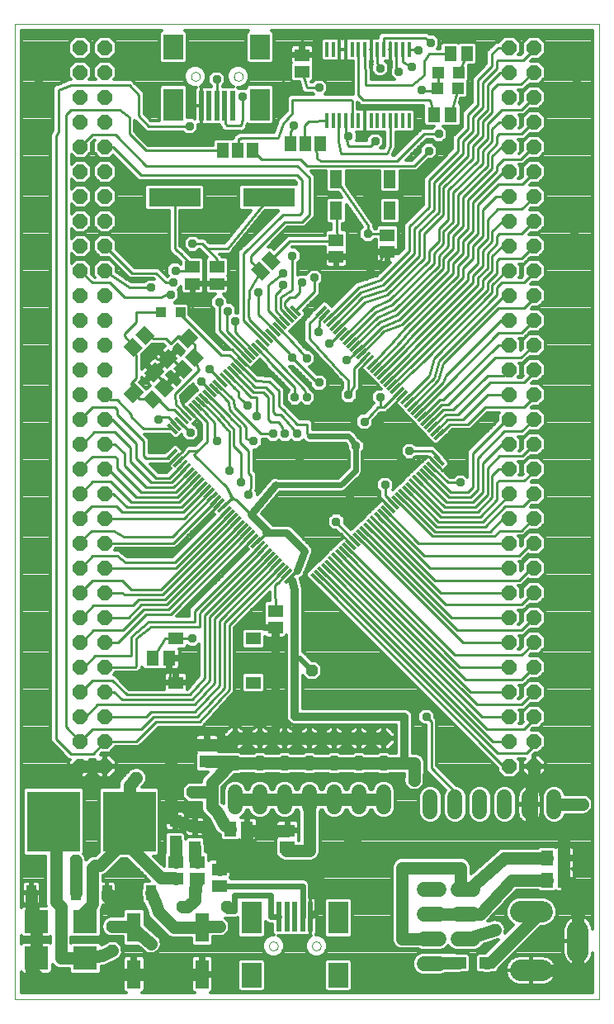
<source format=gtl>
G75*
%MOIN*%
%OFA0B0*%
%FSLAX24Y24*%
%IPPOS*%
%LPD*%
%AMOC8*
5,1,8,0,0,1.08239X$1,22.5*
%
%ADD10C,0.0000*%
%ADD11R,0.0531X0.0138*%
%ADD12R,0.0591X0.0512*%
%ADD13R,0.2126X0.2441*%
%ADD14R,0.0394X0.0630*%
%ADD15R,0.0945X0.0945*%
%ADD16R,0.0551X0.1181*%
%ADD17C,0.0600*%
%ADD18R,0.0787X0.0984*%
%ADD19R,0.0787X0.1299*%
%ADD20R,0.0197X0.1220*%
%ADD21C,0.0860*%
%ADD22R,0.0591X0.0472*%
%ADD23R,0.0512X0.0591*%
%ADD24R,0.0630X0.0551*%
%ADD25R,0.0394X0.0394*%
%ADD26R,0.2100X0.0760*%
%ADD27R,0.0512X0.0748*%
%ADD28R,0.0460X0.0630*%
%ADD29OC8,0.0600*%
%ADD30R,0.0472X0.0472*%
%ADD31R,0.0610X0.0512*%
%ADD32R,0.0157X0.0591*%
%ADD33C,0.0500*%
%ADD34OC8,0.0472*%
%ADD35C,0.0115*%
%ADD36C,0.0320*%
%ADD37OC8,0.0356*%
%ADD38C,0.0220*%
%ADD39C,0.0300*%
%ADD40C,0.0240*%
%ADD41C,0.0160*%
%ADD42OC8,0.0500*%
%ADD43C,0.0138*%
D10*
X000692Y001990D02*
X000692Y041360D01*
X024314Y041360D01*
X024314Y001990D01*
X000692Y001990D01*
X010968Y004155D02*
X010970Y004181D01*
X010976Y004207D01*
X010986Y004232D01*
X010999Y004255D01*
X011015Y004275D01*
X011035Y004293D01*
X011057Y004308D01*
X011080Y004320D01*
X011106Y004328D01*
X011132Y004332D01*
X011158Y004332D01*
X011184Y004328D01*
X011210Y004320D01*
X011234Y004308D01*
X011255Y004293D01*
X011275Y004275D01*
X011291Y004255D01*
X011304Y004232D01*
X011314Y004207D01*
X011320Y004181D01*
X011322Y004155D01*
X011320Y004129D01*
X011314Y004103D01*
X011304Y004078D01*
X011291Y004055D01*
X011275Y004035D01*
X011255Y004017D01*
X011233Y004002D01*
X011210Y003990D01*
X011184Y003982D01*
X011158Y003978D01*
X011132Y003978D01*
X011106Y003982D01*
X011080Y003990D01*
X011056Y004002D01*
X011035Y004017D01*
X011015Y004035D01*
X010999Y004055D01*
X010986Y004078D01*
X010976Y004103D01*
X010970Y004129D01*
X010968Y004155D01*
X012700Y004155D02*
X012702Y004181D01*
X012708Y004207D01*
X012718Y004232D01*
X012731Y004255D01*
X012747Y004275D01*
X012767Y004293D01*
X012789Y004308D01*
X012812Y004320D01*
X012838Y004328D01*
X012864Y004332D01*
X012890Y004332D01*
X012916Y004328D01*
X012942Y004320D01*
X012966Y004308D01*
X012987Y004293D01*
X013007Y004275D01*
X013023Y004255D01*
X013036Y004232D01*
X013046Y004207D01*
X013052Y004181D01*
X013054Y004155D01*
X013052Y004129D01*
X013046Y004103D01*
X013036Y004078D01*
X013023Y004055D01*
X013007Y004035D01*
X012987Y004017D01*
X012965Y004002D01*
X012942Y003990D01*
X012916Y003982D01*
X012890Y003978D01*
X012864Y003978D01*
X012838Y003982D01*
X012812Y003990D01*
X012788Y004002D01*
X012767Y004017D01*
X012747Y004035D01*
X012731Y004055D01*
X012718Y004078D01*
X012708Y004103D01*
X012702Y004129D01*
X012700Y004155D01*
X009550Y039254D02*
X009552Y039280D01*
X009558Y039306D01*
X009568Y039331D01*
X009581Y039354D01*
X009597Y039374D01*
X009617Y039392D01*
X009639Y039407D01*
X009662Y039419D01*
X009688Y039427D01*
X009714Y039431D01*
X009740Y039431D01*
X009766Y039427D01*
X009792Y039419D01*
X009816Y039407D01*
X009837Y039392D01*
X009857Y039374D01*
X009873Y039354D01*
X009886Y039331D01*
X009896Y039306D01*
X009902Y039280D01*
X009904Y039254D01*
X009902Y039228D01*
X009896Y039202D01*
X009886Y039177D01*
X009873Y039154D01*
X009857Y039134D01*
X009837Y039116D01*
X009815Y039101D01*
X009792Y039089D01*
X009766Y039081D01*
X009740Y039077D01*
X009714Y039077D01*
X009688Y039081D01*
X009662Y039089D01*
X009638Y039101D01*
X009617Y039116D01*
X009597Y039134D01*
X009581Y039154D01*
X009568Y039177D01*
X009558Y039202D01*
X009552Y039228D01*
X009550Y039254D01*
X007818Y039254D02*
X007820Y039280D01*
X007826Y039306D01*
X007836Y039331D01*
X007849Y039354D01*
X007865Y039374D01*
X007885Y039392D01*
X007907Y039407D01*
X007930Y039419D01*
X007956Y039427D01*
X007982Y039431D01*
X008008Y039431D01*
X008034Y039427D01*
X008060Y039419D01*
X008084Y039407D01*
X008105Y039392D01*
X008125Y039374D01*
X008141Y039354D01*
X008154Y039331D01*
X008164Y039306D01*
X008170Y039280D01*
X008172Y039254D01*
X008170Y039228D01*
X008164Y039202D01*
X008154Y039177D01*
X008141Y039154D01*
X008125Y039134D01*
X008105Y039116D01*
X008083Y039101D01*
X008060Y039089D01*
X008034Y039081D01*
X008008Y039077D01*
X007982Y039077D01*
X007956Y039081D01*
X007930Y039089D01*
X007906Y039101D01*
X007885Y039116D01*
X007865Y039134D01*
X007849Y039154D01*
X007836Y039177D01*
X007826Y039202D01*
X007820Y039228D01*
X007818Y039254D01*
D11*
G36*
X012176Y029568D02*
X011810Y029950D01*
X011910Y030046D01*
X012276Y029664D01*
X012176Y029568D01*
G37*
G36*
X012034Y029431D02*
X011668Y029813D01*
X011768Y029909D01*
X012134Y029527D01*
X012034Y029431D01*
G37*
G36*
X011892Y029295D02*
X011526Y029677D01*
X011626Y029773D01*
X011992Y029391D01*
X011892Y029295D01*
G37*
G36*
X011750Y029159D02*
X011384Y029541D01*
X011484Y029637D01*
X011850Y029255D01*
X011750Y029159D01*
G37*
G36*
X011607Y029023D02*
X011241Y029405D01*
X011341Y029501D01*
X011707Y029119D01*
X011607Y029023D01*
G37*
G36*
X011465Y028886D02*
X011099Y029268D01*
X011199Y029364D01*
X011565Y028982D01*
X011465Y028886D01*
G37*
G36*
X011323Y028750D02*
X010957Y029132D01*
X011057Y029228D01*
X011423Y028846D01*
X011323Y028750D01*
G37*
G36*
X011181Y028614D02*
X010815Y028996D01*
X010915Y029092D01*
X011281Y028710D01*
X011181Y028614D01*
G37*
G36*
X011039Y028478D02*
X010673Y028860D01*
X010773Y028956D01*
X011139Y028574D01*
X011039Y028478D01*
G37*
G36*
X010897Y028341D02*
X010531Y028723D01*
X010631Y028819D01*
X010997Y028437D01*
X010897Y028341D01*
G37*
G36*
X010755Y028205D02*
X010389Y028587D01*
X010489Y028683D01*
X010855Y028301D01*
X010755Y028205D01*
G37*
G36*
X010613Y028069D02*
X010247Y028451D01*
X010347Y028547D01*
X010713Y028165D01*
X010613Y028069D01*
G37*
G36*
X010471Y027933D02*
X010105Y028315D01*
X010205Y028411D01*
X010571Y028029D01*
X010471Y027933D01*
G37*
G36*
X010329Y027796D02*
X009963Y028178D01*
X010063Y028274D01*
X010429Y027892D01*
X010329Y027796D01*
G37*
G36*
X010187Y027660D02*
X009821Y028042D01*
X009921Y028138D01*
X010287Y027756D01*
X010187Y027660D01*
G37*
G36*
X010045Y027524D02*
X009679Y027906D01*
X009779Y028002D01*
X010145Y027620D01*
X010045Y027524D01*
G37*
G36*
X009903Y027388D02*
X009537Y027770D01*
X009637Y027866D01*
X010003Y027484D01*
X009903Y027388D01*
G37*
G36*
X009760Y027251D02*
X009394Y027633D01*
X009494Y027729D01*
X009860Y027347D01*
X009760Y027251D01*
G37*
G36*
X009618Y027115D02*
X009252Y027497D01*
X009352Y027593D01*
X009718Y027211D01*
X009618Y027115D01*
G37*
G36*
X009476Y026979D02*
X009110Y027361D01*
X009210Y027457D01*
X009576Y027075D01*
X009476Y026979D01*
G37*
G36*
X009334Y026843D02*
X008968Y027225D01*
X009068Y027321D01*
X009434Y026939D01*
X009334Y026843D01*
G37*
G36*
X009192Y026706D02*
X008826Y027088D01*
X008926Y027184D01*
X009292Y026802D01*
X009192Y026706D01*
G37*
G36*
X009050Y026570D02*
X008684Y026952D01*
X008784Y027048D01*
X009150Y026666D01*
X009050Y026570D01*
G37*
G36*
X008908Y026434D02*
X008542Y026816D01*
X008642Y026912D01*
X009008Y026530D01*
X008908Y026434D01*
G37*
G36*
X008766Y026298D02*
X008400Y026680D01*
X008500Y026776D01*
X008866Y026394D01*
X008766Y026298D01*
G37*
G36*
X008624Y026161D02*
X008258Y026543D01*
X008358Y026639D01*
X008724Y026257D01*
X008624Y026161D01*
G37*
G36*
X008482Y026025D02*
X008116Y026407D01*
X008216Y026503D01*
X008582Y026121D01*
X008482Y026025D01*
G37*
G36*
X008340Y025889D02*
X007974Y026271D01*
X008074Y026367D01*
X008440Y025985D01*
X008340Y025889D01*
G37*
G36*
X008198Y025753D02*
X007832Y026135D01*
X007932Y026231D01*
X008298Y025849D01*
X008198Y025753D01*
G37*
G36*
X008056Y025616D02*
X007690Y025998D01*
X007790Y026094D01*
X008156Y025712D01*
X008056Y025616D01*
G37*
G36*
X007913Y025480D02*
X007547Y025862D01*
X007647Y025958D01*
X008013Y025576D01*
X007913Y025480D01*
G37*
G36*
X007771Y025344D02*
X007405Y025726D01*
X007505Y025822D01*
X007871Y025440D01*
X007771Y025344D01*
G37*
G36*
X007629Y025208D02*
X007263Y025590D01*
X007363Y025686D01*
X007729Y025304D01*
X007629Y025208D01*
G37*
G36*
X007487Y025071D02*
X007121Y025453D01*
X007221Y025549D01*
X007587Y025167D01*
X007487Y025071D01*
G37*
G36*
X007345Y024935D02*
X006979Y025317D01*
X007079Y025413D01*
X007445Y025031D01*
X007345Y024935D01*
G37*
G36*
X007203Y024799D02*
X006837Y025181D01*
X006937Y025277D01*
X007303Y024895D01*
X007203Y024799D01*
G37*
G36*
X007287Y024127D02*
X006905Y023761D01*
X006809Y023861D01*
X007191Y024227D01*
X007287Y024127D01*
G37*
G36*
X007423Y023985D02*
X007041Y023619D01*
X006945Y023719D01*
X007327Y024085D01*
X007423Y023985D01*
G37*
G36*
X007560Y023843D02*
X007178Y023477D01*
X007082Y023577D01*
X007464Y023943D01*
X007560Y023843D01*
G37*
G36*
X007696Y023701D02*
X007314Y023335D01*
X007218Y023435D01*
X007600Y023801D01*
X007696Y023701D01*
G37*
G36*
X007832Y023559D02*
X007450Y023193D01*
X007354Y023293D01*
X007736Y023659D01*
X007832Y023559D01*
G37*
G36*
X007968Y023417D02*
X007586Y023051D01*
X007490Y023151D01*
X007872Y023517D01*
X007968Y023417D01*
G37*
G36*
X008105Y023275D02*
X007723Y022909D01*
X007627Y023009D01*
X008009Y023375D01*
X008105Y023275D01*
G37*
G36*
X008241Y023133D02*
X007859Y022767D01*
X007763Y022867D01*
X008145Y023233D01*
X008241Y023133D01*
G37*
G36*
X008377Y022991D02*
X007995Y022625D01*
X007899Y022725D01*
X008281Y023091D01*
X008377Y022991D01*
G37*
G36*
X008513Y022849D02*
X008131Y022483D01*
X008035Y022583D01*
X008417Y022949D01*
X008513Y022849D01*
G37*
G36*
X008650Y022706D02*
X008268Y022340D01*
X008172Y022440D01*
X008554Y022806D01*
X008650Y022706D01*
G37*
G36*
X008786Y022564D02*
X008404Y022198D01*
X008308Y022298D01*
X008690Y022664D01*
X008786Y022564D01*
G37*
G36*
X008922Y022422D02*
X008540Y022056D01*
X008444Y022156D01*
X008826Y022522D01*
X008922Y022422D01*
G37*
G36*
X009058Y022280D02*
X008676Y021914D01*
X008580Y022014D01*
X008962Y022380D01*
X009058Y022280D01*
G37*
G36*
X009195Y022138D02*
X008813Y021772D01*
X008717Y021872D01*
X009099Y022238D01*
X009195Y022138D01*
G37*
G36*
X009331Y021996D02*
X008949Y021630D01*
X008853Y021730D01*
X009235Y022096D01*
X009331Y021996D01*
G37*
G36*
X009467Y021854D02*
X009085Y021488D01*
X008989Y021588D01*
X009371Y021954D01*
X009467Y021854D01*
G37*
G36*
X009603Y021712D02*
X009221Y021346D01*
X009125Y021446D01*
X009507Y021812D01*
X009603Y021712D01*
G37*
G36*
X009740Y021570D02*
X009358Y021204D01*
X009262Y021304D01*
X009644Y021670D01*
X009740Y021570D01*
G37*
G36*
X009876Y021428D02*
X009494Y021062D01*
X009398Y021162D01*
X009780Y021528D01*
X009876Y021428D01*
G37*
G36*
X010012Y021286D02*
X009630Y020920D01*
X009534Y021020D01*
X009916Y021386D01*
X010012Y021286D01*
G37*
G36*
X010148Y021144D02*
X009766Y020778D01*
X009670Y020878D01*
X010052Y021244D01*
X010148Y021144D01*
G37*
G36*
X010285Y021002D02*
X009903Y020636D01*
X009807Y020736D01*
X010189Y021102D01*
X010285Y021002D01*
G37*
G36*
X010421Y020859D02*
X010039Y020493D01*
X009943Y020593D01*
X010325Y020959D01*
X010421Y020859D01*
G37*
G36*
X010557Y020717D02*
X010175Y020351D01*
X010079Y020451D01*
X010461Y020817D01*
X010557Y020717D01*
G37*
G36*
X010693Y020575D02*
X010311Y020209D01*
X010215Y020309D01*
X010597Y020675D01*
X010693Y020575D01*
G37*
G36*
X010830Y020433D02*
X010448Y020067D01*
X010352Y020167D01*
X010734Y020533D01*
X010830Y020433D01*
G37*
G36*
X010966Y020291D02*
X010584Y019925D01*
X010488Y020025D01*
X010870Y020391D01*
X010966Y020291D01*
G37*
G36*
X011102Y020149D02*
X010720Y019783D01*
X010624Y019883D01*
X011006Y020249D01*
X011102Y020149D01*
G37*
G36*
X011238Y020007D02*
X010856Y019641D01*
X010760Y019741D01*
X011142Y020107D01*
X011238Y020007D01*
G37*
G36*
X011375Y019865D02*
X010993Y019499D01*
X010897Y019599D01*
X011279Y019965D01*
X011375Y019865D01*
G37*
G36*
X011511Y019723D02*
X011129Y019357D01*
X011033Y019457D01*
X011415Y019823D01*
X011511Y019723D01*
G37*
G36*
X011647Y019581D02*
X011265Y019215D01*
X011169Y019315D01*
X011551Y019681D01*
X011647Y019581D01*
G37*
G36*
X011783Y019439D02*
X011401Y019073D01*
X011305Y019173D01*
X011687Y019539D01*
X011783Y019439D01*
G37*
G36*
X011920Y019297D02*
X011538Y018931D01*
X011442Y019031D01*
X011824Y019397D01*
X011920Y019297D01*
G37*
G36*
X012056Y019154D02*
X011674Y018788D01*
X011578Y018888D01*
X011960Y019254D01*
X012056Y019154D01*
G37*
G36*
X012728Y019239D02*
X013094Y018857D01*
X012994Y018761D01*
X012628Y019143D01*
X012728Y019239D01*
G37*
G36*
X012870Y019375D02*
X013236Y018993D01*
X013136Y018897D01*
X012770Y019279D01*
X012870Y019375D01*
G37*
G36*
X013012Y019511D02*
X013378Y019129D01*
X013278Y019033D01*
X012912Y019415D01*
X013012Y019511D01*
G37*
G36*
X013154Y019647D02*
X013520Y019265D01*
X013420Y019169D01*
X013054Y019551D01*
X013154Y019647D01*
G37*
G36*
X013296Y019784D02*
X013662Y019402D01*
X013562Y019306D01*
X013196Y019688D01*
X013296Y019784D01*
G37*
G36*
X013438Y019920D02*
X013804Y019538D01*
X013704Y019442D01*
X013338Y019824D01*
X013438Y019920D01*
G37*
G36*
X013580Y020056D02*
X013946Y019674D01*
X013846Y019578D01*
X013480Y019960D01*
X013580Y020056D01*
G37*
G36*
X013722Y020192D02*
X014088Y019810D01*
X013988Y019714D01*
X013622Y020096D01*
X013722Y020192D01*
G37*
G36*
X013864Y020329D02*
X014230Y019947D01*
X014130Y019851D01*
X013764Y020233D01*
X013864Y020329D01*
G37*
G36*
X014006Y020465D02*
X014372Y020083D01*
X014272Y019987D01*
X013906Y020369D01*
X014006Y020465D01*
G37*
G36*
X014148Y020601D02*
X014514Y020219D01*
X014414Y020123D01*
X014048Y020505D01*
X014148Y020601D01*
G37*
G36*
X014290Y020737D02*
X014656Y020355D01*
X014556Y020259D01*
X014190Y020641D01*
X014290Y020737D01*
G37*
G36*
X014433Y020874D02*
X014799Y020492D01*
X014699Y020396D01*
X014333Y020778D01*
X014433Y020874D01*
G37*
G36*
X014575Y021010D02*
X014941Y020628D01*
X014841Y020532D01*
X014475Y020914D01*
X014575Y021010D01*
G37*
G36*
X014717Y021146D02*
X015083Y020764D01*
X014983Y020668D01*
X014617Y021050D01*
X014717Y021146D01*
G37*
G36*
X014859Y021282D02*
X015225Y020900D01*
X015125Y020804D01*
X014759Y021186D01*
X014859Y021282D01*
G37*
G36*
X015001Y021419D02*
X015367Y021037D01*
X015267Y020941D01*
X014901Y021323D01*
X015001Y021419D01*
G37*
G36*
X015143Y021555D02*
X015509Y021173D01*
X015409Y021077D01*
X015043Y021459D01*
X015143Y021555D01*
G37*
G36*
X015285Y021691D02*
X015651Y021309D01*
X015551Y021213D01*
X015185Y021595D01*
X015285Y021691D01*
G37*
G36*
X015427Y021827D02*
X015793Y021445D01*
X015693Y021349D01*
X015327Y021731D01*
X015427Y021827D01*
G37*
G36*
X015569Y021964D02*
X015935Y021582D01*
X015835Y021486D01*
X015469Y021868D01*
X015569Y021964D01*
G37*
G36*
X015711Y022100D02*
X016077Y021718D01*
X015977Y021622D01*
X015611Y022004D01*
X015711Y022100D01*
G37*
G36*
X015853Y022236D02*
X016219Y021854D01*
X016119Y021758D01*
X015753Y022140D01*
X015853Y022236D01*
G37*
G36*
X015995Y022372D02*
X016361Y021990D01*
X016261Y021894D01*
X015895Y022276D01*
X015995Y022372D01*
G37*
G36*
X016138Y022509D02*
X016504Y022127D01*
X016404Y022031D01*
X016038Y022413D01*
X016138Y022509D01*
G37*
G36*
X016280Y022645D02*
X016646Y022263D01*
X016546Y022167D01*
X016180Y022549D01*
X016280Y022645D01*
G37*
G36*
X016422Y022781D02*
X016788Y022399D01*
X016688Y022303D01*
X016322Y022685D01*
X016422Y022781D01*
G37*
G36*
X016564Y022917D02*
X016930Y022535D01*
X016830Y022439D01*
X016464Y022821D01*
X016564Y022917D01*
G37*
G36*
X016706Y023054D02*
X017072Y022672D01*
X016972Y022576D01*
X016606Y022958D01*
X016706Y023054D01*
G37*
G36*
X016848Y023190D02*
X017214Y022808D01*
X017114Y022712D01*
X016748Y023094D01*
X016848Y023190D01*
G37*
G36*
X016990Y023326D02*
X017356Y022944D01*
X017256Y022848D01*
X016890Y023230D01*
X016990Y023326D01*
G37*
G36*
X017132Y023462D02*
X017498Y023080D01*
X017398Y022984D01*
X017032Y023366D01*
X017132Y023462D01*
G37*
G36*
X017274Y023599D02*
X017640Y023217D01*
X017540Y023121D01*
X017174Y023503D01*
X017274Y023599D01*
G37*
G36*
X017416Y023735D02*
X017782Y023353D01*
X017682Y023257D01*
X017316Y023639D01*
X017416Y023735D01*
G37*
G36*
X017558Y023871D02*
X017924Y023489D01*
X017824Y023393D01*
X017458Y023775D01*
X017558Y023871D01*
G37*
G36*
X017700Y024007D02*
X018066Y023625D01*
X017966Y023529D01*
X017600Y023911D01*
X017700Y024007D01*
G37*
G36*
X017616Y024679D02*
X017998Y025045D01*
X018094Y024945D01*
X017712Y024579D01*
X017616Y024679D01*
G37*
G36*
X017480Y024821D02*
X017862Y025187D01*
X017958Y025087D01*
X017576Y024721D01*
X017480Y024821D01*
G37*
G36*
X017344Y024963D02*
X017726Y025329D01*
X017822Y025229D01*
X017440Y024863D01*
X017344Y024963D01*
G37*
G36*
X017207Y025105D02*
X017589Y025471D01*
X017685Y025371D01*
X017303Y025005D01*
X017207Y025105D01*
G37*
G36*
X017071Y025247D02*
X017453Y025613D01*
X017549Y025513D01*
X017167Y025147D01*
X017071Y025247D01*
G37*
G36*
X016935Y025389D02*
X017317Y025755D01*
X017413Y025655D01*
X017031Y025289D01*
X016935Y025389D01*
G37*
G36*
X016799Y025532D02*
X017181Y025898D01*
X017277Y025798D01*
X016895Y025432D01*
X016799Y025532D01*
G37*
G36*
X016662Y025674D02*
X017044Y026040D01*
X017140Y025940D01*
X016758Y025574D01*
X016662Y025674D01*
G37*
G36*
X016526Y025816D02*
X016908Y026182D01*
X017004Y026082D01*
X016622Y025716D01*
X016526Y025816D01*
G37*
G36*
X016390Y025958D02*
X016772Y026324D01*
X016868Y026224D01*
X016486Y025858D01*
X016390Y025958D01*
G37*
G36*
X016254Y026100D02*
X016636Y026466D01*
X016732Y026366D01*
X016350Y026000D01*
X016254Y026100D01*
G37*
G36*
X016117Y026242D02*
X016499Y026608D01*
X016595Y026508D01*
X016213Y026142D01*
X016117Y026242D01*
G37*
G36*
X015981Y026384D02*
X016363Y026750D01*
X016459Y026650D01*
X016077Y026284D01*
X015981Y026384D01*
G37*
G36*
X015845Y026526D02*
X016227Y026892D01*
X016323Y026792D01*
X015941Y026426D01*
X015845Y026526D01*
G37*
G36*
X015709Y026668D02*
X016091Y027034D01*
X016187Y026934D01*
X015805Y026568D01*
X015709Y026668D01*
G37*
G36*
X015573Y026810D02*
X015955Y027176D01*
X016051Y027076D01*
X015669Y026710D01*
X015573Y026810D01*
G37*
G36*
X015436Y026952D02*
X015818Y027318D01*
X015914Y027218D01*
X015532Y026852D01*
X015436Y026952D01*
G37*
G36*
X015300Y027094D02*
X015682Y027460D01*
X015778Y027360D01*
X015396Y026994D01*
X015300Y027094D01*
G37*
G36*
X015164Y027236D02*
X015546Y027602D01*
X015642Y027502D01*
X015260Y027136D01*
X015164Y027236D01*
G37*
G36*
X015028Y027379D02*
X015410Y027745D01*
X015506Y027645D01*
X015124Y027279D01*
X015028Y027379D01*
G37*
G36*
X014891Y027521D02*
X015273Y027887D01*
X015369Y027787D01*
X014987Y027421D01*
X014891Y027521D01*
G37*
G36*
X014755Y027663D02*
X015137Y028029D01*
X015233Y027929D01*
X014851Y027563D01*
X014755Y027663D01*
G37*
G36*
X014619Y027805D02*
X015001Y028171D01*
X015097Y028071D01*
X014715Y027705D01*
X014619Y027805D01*
G37*
G36*
X014483Y027947D02*
X014865Y028313D01*
X014961Y028213D01*
X014579Y027847D01*
X014483Y027947D01*
G37*
G36*
X014346Y028089D02*
X014728Y028455D01*
X014824Y028355D01*
X014442Y027989D01*
X014346Y028089D01*
G37*
G36*
X014210Y028231D02*
X014592Y028597D01*
X014688Y028497D01*
X014306Y028131D01*
X014210Y028231D01*
G37*
G36*
X014074Y028373D02*
X014456Y028739D01*
X014552Y028639D01*
X014170Y028273D01*
X014074Y028373D01*
G37*
G36*
X013938Y028515D02*
X014320Y028881D01*
X014416Y028781D01*
X014034Y028415D01*
X013938Y028515D01*
G37*
G36*
X013801Y028657D02*
X014183Y029023D01*
X014279Y028923D01*
X013897Y028557D01*
X013801Y028657D01*
G37*
G36*
X013665Y028799D02*
X014047Y029165D01*
X014143Y029065D01*
X013761Y028699D01*
X013665Y028799D01*
G37*
G36*
X013529Y028941D02*
X013911Y029307D01*
X014007Y029207D01*
X013625Y028841D01*
X013529Y028941D01*
G37*
G36*
X013393Y029083D02*
X013775Y029449D01*
X013871Y029349D01*
X013489Y028983D01*
X013393Y029083D01*
G37*
G36*
X013256Y029226D02*
X013638Y029592D01*
X013734Y029492D01*
X013352Y029126D01*
X013256Y029226D01*
G37*
G36*
X013120Y029368D02*
X013502Y029734D01*
X013598Y029634D01*
X013216Y029268D01*
X013120Y029368D01*
G37*
G36*
X012984Y029510D02*
X013366Y029876D01*
X013462Y029776D01*
X013080Y029410D01*
X012984Y029510D01*
G37*
G36*
X012848Y029652D02*
X013230Y030018D01*
X013326Y029918D01*
X012944Y029552D01*
X012848Y029652D01*
G37*
D12*
X013684Y031970D03*
X013684Y032639D03*
X015751Y032836D03*
X015751Y032167D03*
X012306Y039450D03*
X012306Y040120D03*
X008861Y031557D03*
X008861Y030887D03*
X007877Y030887D03*
X007877Y031557D03*
X011223Y017679D03*
X011223Y017009D03*
X008467Y012265D03*
X008467Y011596D03*
X008074Y007541D03*
X008074Y006872D03*
X007188Y006872D03*
X007188Y007541D03*
X008960Y007246D03*
X008960Y006576D03*
X011715Y008151D03*
X011715Y008820D03*
D13*
X005318Y009175D03*
X002267Y009175D03*
D14*
X003164Y006301D03*
X004420Y006301D03*
X006215Y006301D03*
X001369Y006301D03*
D15*
X001578Y005139D03*
X001578Y003663D03*
X003546Y003663D03*
X003546Y005139D03*
D16*
X005515Y004903D03*
X005515Y003013D03*
X008271Y003013D03*
X008271Y004903D03*
D17*
X009601Y009761D02*
X009601Y010361D01*
X010601Y010361D02*
X010601Y009761D01*
X011601Y009761D02*
X011601Y010361D01*
X012601Y010361D02*
X012601Y009761D01*
X013601Y009761D02*
X013601Y010361D01*
X014601Y010361D02*
X014601Y009761D01*
X015601Y009761D02*
X015601Y010361D01*
X017483Y010164D02*
X017483Y009564D01*
X018483Y009564D02*
X018483Y010164D01*
X019483Y010164D02*
X019483Y009564D01*
X020483Y009564D02*
X020483Y010164D01*
X021483Y010164D02*
X021483Y009564D01*
X022483Y009564D02*
X022483Y010164D01*
X019201Y006435D02*
X018601Y006435D01*
X018601Y005435D02*
X019201Y005435D01*
X019201Y004435D02*
X018601Y004435D01*
X017823Y004443D02*
X017223Y004443D01*
X017223Y003443D02*
X017823Y003443D01*
X017823Y005443D02*
X017223Y005443D01*
X017223Y006443D02*
X017823Y006443D01*
D18*
X013763Y002974D03*
X010259Y002974D03*
X010613Y040435D03*
X007109Y040435D03*
D19*
X007109Y038112D03*
X010613Y038112D03*
X010259Y005297D03*
X013763Y005297D03*
D20*
X012641Y005336D03*
X012326Y005336D03*
X012011Y005336D03*
X011696Y005336D03*
X011381Y005336D03*
X009491Y038072D03*
X009176Y038072D03*
X008861Y038072D03*
X008546Y038072D03*
X008231Y038072D03*
D21*
X021128Y005533D02*
X021988Y005533D01*
X023448Y004782D02*
X023448Y003922D01*
X021988Y003171D02*
X021128Y003171D01*
D22*
X019767Y003466D03*
X018625Y003466D03*
D23*
X022208Y006813D03*
X022208Y007698D03*
X022877Y007698D03*
X022877Y006813D03*
X010082Y008880D03*
X009412Y008880D03*
X006932Y015769D03*
X006263Y015769D03*
G36*
X006651Y026199D02*
X006289Y025837D01*
X005873Y026253D01*
X006235Y026615D01*
X006651Y026199D01*
G37*
G36*
X007125Y026672D02*
X006763Y026310D01*
X006347Y026726D01*
X006709Y027088D01*
X007125Y026672D01*
G37*
G36*
X007873Y027415D02*
X007511Y027053D01*
X007095Y027469D01*
X007457Y027831D01*
X007873Y027415D01*
G37*
G36*
X008346Y027888D02*
X007984Y027526D01*
X007568Y027942D01*
X007930Y028304D01*
X008346Y027888D01*
G37*
G36*
X005559Y028828D02*
X005921Y029190D01*
X006337Y028774D01*
X005975Y028412D01*
X005559Y028828D01*
G37*
G36*
X005086Y028355D02*
X005448Y028717D01*
X005864Y028301D01*
X005502Y027939D01*
X005086Y028355D01*
G37*
X017641Y037718D03*
X018310Y037718D03*
X018290Y040159D03*
X018960Y040159D03*
D24*
G36*
X007287Y028659D02*
X007732Y029104D01*
X008121Y028715D01*
X007676Y028270D01*
X007287Y028659D01*
G37*
G36*
X007286Y027880D02*
X006841Y027435D01*
X006452Y027824D01*
X006897Y028269D01*
X007286Y027880D01*
G37*
G36*
X005909Y027281D02*
X006354Y027726D01*
X006743Y027337D01*
X006298Y026892D01*
X005909Y027281D01*
G37*
G36*
X005908Y026502D02*
X005463Y026057D01*
X005074Y026446D01*
X005519Y026891D01*
X005908Y026502D01*
G37*
D25*
X006597Y029746D03*
X007385Y029746D03*
D26*
X007158Y034372D03*
X010958Y034372D03*
D27*
X013684Y033840D03*
X013684Y035100D03*
X015849Y035100D03*
X015849Y033840D03*
D28*
X013024Y036537D03*
X012424Y036537D03*
X011824Y036537D03*
X010308Y036261D03*
X009708Y036261D03*
X009108Y036261D03*
G36*
X010657Y031888D02*
X010982Y032213D01*
X011427Y031768D01*
X011102Y031443D01*
X010657Y031888D01*
G37*
G36*
X010233Y031464D02*
X010558Y031789D01*
X011003Y031344D01*
X010678Y031019D01*
X010233Y031464D01*
G37*
D29*
X004341Y031415D03*
X004341Y032415D03*
X004341Y033415D03*
X004341Y034415D03*
X004341Y035415D03*
X004341Y036415D03*
X004341Y037415D03*
X004341Y038415D03*
X004341Y039415D03*
X004341Y040415D03*
X003341Y040415D03*
X003341Y039415D03*
X003341Y038415D03*
X003341Y037415D03*
X003341Y036415D03*
X003341Y035415D03*
X003341Y034415D03*
X003341Y033415D03*
X003341Y032415D03*
X003341Y031415D03*
X003341Y030415D03*
X003341Y029415D03*
X003341Y028415D03*
X003341Y027415D03*
X003341Y026415D03*
X003341Y025415D03*
X003341Y024415D03*
X003341Y023415D03*
X003341Y022415D03*
X003341Y021415D03*
X003341Y020415D03*
X003341Y019415D03*
X003341Y018415D03*
X003341Y017415D03*
X003341Y016415D03*
X003341Y015415D03*
X003341Y014415D03*
X003341Y013415D03*
X003341Y012415D03*
X003341Y011415D03*
X004341Y011415D03*
X004341Y012415D03*
X004341Y013415D03*
X004341Y014415D03*
X004341Y015415D03*
X004341Y016415D03*
X004341Y017415D03*
X004341Y018415D03*
X004341Y019415D03*
X004341Y020415D03*
X004341Y021415D03*
X004341Y022415D03*
X004341Y023415D03*
X004341Y024415D03*
X004341Y025415D03*
X004341Y026415D03*
X004341Y027415D03*
X004341Y028415D03*
X004341Y029415D03*
X004341Y030415D03*
X009601Y012529D03*
X009601Y011529D03*
X010601Y011529D03*
X010601Y012529D03*
X011601Y012529D03*
X011601Y011529D03*
X012601Y011529D03*
X012601Y012529D03*
X013601Y012529D03*
X013601Y011529D03*
X014601Y011529D03*
X014601Y012529D03*
X015601Y012529D03*
X015601Y011529D03*
X020664Y011415D03*
X020664Y012415D03*
X020664Y013415D03*
X020664Y014415D03*
X020664Y015415D03*
X020664Y016415D03*
X020664Y017415D03*
X020664Y018415D03*
X020664Y019415D03*
X020664Y020415D03*
X020664Y021415D03*
X020664Y022415D03*
X020664Y023415D03*
X020664Y024415D03*
X020664Y025415D03*
X020664Y026415D03*
X020664Y027415D03*
X020664Y028415D03*
X020664Y029415D03*
X020664Y030415D03*
X020664Y031415D03*
X020664Y032415D03*
X020664Y033415D03*
X020664Y034415D03*
X020664Y035415D03*
X020664Y036415D03*
X020664Y037415D03*
X020664Y038415D03*
X020664Y039415D03*
X020664Y040415D03*
X021664Y040415D03*
X021664Y039415D03*
X021664Y038415D03*
X021664Y037415D03*
X021664Y036415D03*
X021664Y035415D03*
X021664Y034415D03*
X021664Y033415D03*
X021664Y032415D03*
X021664Y031415D03*
X021664Y030415D03*
X021664Y029415D03*
X021664Y028415D03*
X021664Y027415D03*
X021664Y026415D03*
X021664Y025415D03*
X021664Y024415D03*
X021664Y023415D03*
X021664Y022415D03*
X021664Y021415D03*
X021664Y020415D03*
X021664Y019415D03*
X021664Y018415D03*
X021664Y017415D03*
X021664Y016415D03*
X021664Y015415D03*
X021664Y014415D03*
X021664Y013415D03*
X021664Y012415D03*
X021664Y011415D03*
D30*
X007975Y008978D03*
X007975Y008151D03*
X007188Y008368D03*
X007188Y009194D03*
X017759Y038761D03*
X017798Y039411D03*
X018586Y038761D03*
X018625Y039411D03*
D31*
X010328Y016557D03*
X010328Y014785D03*
X007198Y014785D03*
X007198Y016557D03*
D32*
X013300Y037472D03*
X013556Y037472D03*
X013812Y037472D03*
X014068Y037472D03*
X014324Y037472D03*
X014580Y037472D03*
X014836Y037472D03*
X015091Y037472D03*
X015347Y037472D03*
X015603Y037472D03*
X015859Y037472D03*
X016115Y037472D03*
X016371Y037472D03*
X016627Y037472D03*
X016627Y040326D03*
X016371Y040326D03*
X016115Y040326D03*
X015859Y040326D03*
X015603Y040326D03*
X015347Y040326D03*
X015091Y040326D03*
X014836Y040326D03*
X014580Y040326D03*
X014324Y040326D03*
X014068Y040326D03*
X013812Y040326D03*
X013556Y040326D03*
X013300Y040326D03*
D33*
X013601Y012529D02*
X012601Y012529D01*
X011601Y012529D01*
X011223Y012529D01*
X010601Y012529D01*
X009601Y012529D01*
X009338Y012265D01*
X008467Y012265D01*
X007680Y012265D01*
X007188Y012757D01*
X007188Y012817D01*
X007523Y012265D02*
X006991Y011734D01*
X006991Y010061D01*
X006991Y009391D01*
X007188Y009194D01*
X007975Y008978D01*
X007995Y008958D01*
X008330Y008958D01*
X008566Y008683D01*
X008566Y008584D01*
X009448Y007702D01*
X009513Y007702D01*
X008960Y007246D01*
X009513Y007702D02*
X010082Y008171D01*
X010082Y008880D01*
X010318Y008820D01*
X011715Y008820D01*
X011715Y008151D02*
X011676Y007994D01*
X012601Y007994D01*
X012601Y010061D01*
X013601Y010061D01*
X014601Y010061D01*
X015601Y010061D01*
X015601Y011529D02*
X016440Y011529D01*
X016841Y011529D01*
X016834Y010848D01*
X015601Y011529D02*
X014601Y011529D01*
X013601Y011529D01*
X012601Y011529D01*
X011601Y011529D01*
X010601Y011529D01*
X009601Y011529D01*
X009444Y011529D01*
X008664Y010750D01*
X008664Y010257D01*
X008566Y010356D01*
X007877Y010356D01*
X008664Y010257D02*
X008664Y009765D01*
X008861Y009569D01*
X009156Y009037D01*
X009412Y008880D01*
X010082Y008171D02*
X010082Y008151D01*
X010830Y007108D01*
X012601Y007108D01*
X012897Y006616D01*
X012766Y006833D02*
X014715Y008781D01*
X021460Y008781D01*
X021558Y008880D01*
X021558Y009789D01*
X021558Y009939D01*
X021558Y010651D01*
X021656Y010750D01*
X021656Y011407D01*
X021664Y011415D01*
X021664Y010757D01*
X021656Y010750D01*
X021558Y009939D02*
X021483Y009864D01*
X021558Y009789D01*
X021558Y008880D02*
X021656Y008781D01*
X022739Y008781D01*
X022877Y008643D01*
X022877Y007698D01*
X022877Y006813D01*
X023448Y006242D01*
X023448Y004352D01*
X023448Y003171D01*
X021558Y003171D01*
X019924Y003506D02*
X021755Y005336D01*
X021558Y005533D01*
X022208Y006813D02*
X020771Y006813D01*
X019491Y005435D01*
X018901Y005435D01*
X017530Y005435D01*
X017523Y005443D01*
X017523Y004443D02*
X016341Y004443D01*
X016341Y007305D01*
X018704Y007305D01*
X018704Y006435D01*
X018901Y006435D01*
X018999Y006419D01*
X020475Y007698D01*
X022208Y007698D01*
X022483Y009864D02*
X023625Y009864D01*
X020097Y004809D02*
X018901Y004435D01*
X018625Y003466D02*
X018251Y003474D01*
X017582Y003466D01*
X017499Y003466D01*
X017523Y003443D01*
X019723Y003466D02*
X019767Y003466D01*
X019802Y003466D01*
X019814Y003466D01*
X019924Y003506D01*
X015601Y012529D02*
X014601Y012529D01*
X013601Y012529D01*
X012601Y010061D02*
X011601Y010061D01*
X010601Y010061D01*
X009601Y010061D01*
X009601Y011529D02*
X009534Y011596D01*
X008467Y011596D01*
X007680Y012265D02*
X007523Y012265D01*
X005613Y010946D02*
X005318Y010651D01*
X005318Y009175D01*
X004826Y008683D01*
X004826Y008092D01*
X005416Y008092D01*
X006597Y006911D01*
X007149Y006911D01*
X007188Y006872D01*
X007188Y007541D02*
X007188Y008368D01*
X007975Y008151D02*
X007975Y007639D01*
X008074Y007541D01*
X008074Y006872D02*
X007987Y006502D01*
X007971Y006124D01*
X007967Y006088D01*
X007971Y006033D01*
X007960Y006009D01*
X007680Y005738D01*
X007495Y005730D01*
X007680Y005730D01*
X007960Y006009D01*
X007975Y006025D01*
X007975Y006478D01*
X008074Y006872D01*
X007495Y005730D02*
X007483Y005730D01*
X007129Y004903D02*
X006499Y005533D01*
X006393Y005828D01*
X006215Y006301D01*
X005475Y004943D02*
X005515Y004903D01*
X005515Y004844D01*
X006204Y004254D01*
X005475Y004943D02*
X004629Y004943D01*
X004826Y005730D02*
X004420Y006135D01*
X004420Y006301D01*
X004137Y007403D02*
X004826Y008092D01*
X004137Y007403D02*
X003940Y007403D01*
X003834Y007297D01*
X003834Y005868D01*
X003802Y005836D01*
X003802Y005805D01*
X003743Y005746D01*
X003743Y005730D01*
X003349Y005336D01*
X003546Y005139D01*
X003164Y006301D02*
X003164Y007194D01*
X003152Y007600D01*
X002365Y008486D02*
X002267Y009175D01*
X002365Y008486D02*
X002365Y005927D01*
X002562Y005730D01*
X002562Y003663D01*
X003546Y003663D01*
X004235Y003761D01*
X004629Y003958D01*
X004767Y003013D02*
X004432Y002679D01*
X002464Y002679D01*
X001873Y002679D01*
X001381Y003171D01*
X001578Y003663D01*
X001578Y005139D01*
X001369Y005545D01*
X001369Y006301D01*
X001971Y010946D02*
X002873Y010946D01*
X003341Y011415D01*
X004341Y011415D01*
X007129Y004903D02*
X008271Y004903D01*
X008074Y004943D01*
X008960Y004943D01*
X008271Y003013D02*
X005515Y003013D01*
X004767Y003013D01*
D34*
X004629Y003958D03*
X004629Y004943D03*
X004826Y005730D03*
X006204Y004254D03*
X007483Y005730D03*
X008960Y004943D03*
X009255Y005730D03*
X007877Y010356D03*
X006991Y010061D03*
X005613Y010946D03*
X007188Y012817D03*
X003152Y007600D03*
X002464Y002679D03*
X012601Y007994D03*
X016834Y010848D03*
X020097Y004809D03*
X023625Y009864D03*
X012700Y015277D03*
D35*
X011223Y017679D02*
X011215Y018694D01*
X011314Y018793D01*
X011322Y018805D01*
X011681Y019164D01*
X011544Y019306D02*
X011544Y019307D01*
X011544Y019306D02*
X009353Y017115D01*
X009353Y014490D01*
X008172Y013210D01*
X006401Y013210D01*
X005605Y012415D01*
X004341Y012415D01*
X003857Y011899D01*
X002956Y011899D01*
X002365Y012521D01*
X002365Y036832D01*
X002464Y037029D01*
X002464Y038702D01*
X002956Y038899D01*
X005318Y038899D01*
X005712Y038506D01*
X005692Y037659D01*
X006105Y037246D01*
X007759Y037246D01*
X008231Y037305D02*
X008704Y037009D01*
X011066Y037009D01*
X011490Y037829D01*
X011519Y040084D01*
X011519Y038801D01*
X011912Y038309D02*
X011912Y037777D01*
X011519Y037344D01*
X011322Y036773D01*
X009845Y036773D01*
X009786Y036754D01*
X009747Y036734D01*
X009708Y036261D01*
X009108Y036261D02*
X005987Y036261D01*
X005318Y036931D01*
X005318Y037620D01*
X004924Y037915D01*
X002956Y037915D01*
X002759Y037718D01*
X002759Y012998D01*
X003341Y012415D01*
X003841Y012915D01*
X005810Y012915D01*
X006302Y013407D01*
X008074Y013407D01*
X009156Y014588D01*
X009156Y017196D01*
X011408Y019448D01*
X011408Y019450D01*
X011272Y019590D02*
X008960Y017277D01*
X008960Y014687D01*
X007975Y013604D01*
X006204Y013604D01*
X006015Y013415D01*
X004341Y013415D01*
X004038Y013899D02*
X003554Y013415D01*
X003341Y013415D01*
X003373Y014415D02*
X003341Y014415D01*
X003373Y014415D02*
X003841Y014883D01*
X004629Y014883D01*
X005219Y014293D01*
X007778Y014293D01*
X008369Y014982D01*
X008369Y017506D01*
X008388Y017541D01*
X010863Y020016D01*
X010727Y020158D02*
X008208Y017639D01*
X008172Y017541D01*
X008172Y017049D01*
X006204Y017049D01*
X005613Y016557D01*
X005613Y015454D01*
X005574Y015415D01*
X004341Y015415D01*
X003940Y015868D02*
X003487Y015415D01*
X003341Y015415D01*
X003940Y015868D02*
X005416Y015868D01*
X005416Y016655D01*
X006105Y017246D01*
X007975Y017246D01*
X007975Y017685D01*
X010591Y020300D01*
X010454Y020442D02*
X010454Y020449D01*
X010834Y020828D01*
X010830Y020818D02*
X010454Y020442D01*
X010306Y020561D02*
X010306Y020584D01*
X007641Y017876D01*
X007637Y017588D01*
X007515Y017639D01*
X006996Y017541D02*
X006007Y017541D01*
X004881Y016415D01*
X004341Y016415D01*
X003881Y016911D02*
X003385Y016415D01*
X003341Y016415D01*
X003881Y016911D02*
X005082Y016911D01*
X005908Y017738D01*
X006915Y017738D01*
X010046Y020869D01*
X009909Y021011D02*
X006833Y017935D01*
X005810Y017935D01*
X005290Y017415D01*
X004341Y017415D01*
X003877Y017895D02*
X003397Y017415D01*
X003341Y017415D01*
X003877Y017895D02*
X005475Y017895D01*
X005712Y018131D01*
X006752Y018131D01*
X009773Y021153D01*
X009637Y021295D02*
X006671Y018328D01*
X005121Y018328D01*
X005034Y018415D01*
X004341Y018415D01*
X003841Y018919D02*
X003341Y018419D01*
X003341Y018415D01*
X003841Y018919D02*
X005023Y018919D01*
X005416Y018525D01*
X006589Y018525D01*
X009501Y021437D01*
X009364Y021579D02*
X007200Y019415D01*
X004341Y019415D01*
X004826Y019903D02*
X003841Y019903D01*
X003353Y019415D01*
X003341Y019415D01*
X003341Y020415D02*
X003341Y020466D01*
X003786Y020911D01*
X004704Y020911D01*
X005101Y020671D01*
X007065Y020671D01*
X008683Y022289D01*
X008819Y022147D02*
X007087Y020415D01*
X004341Y020415D01*
X004826Y019903D02*
X005160Y019647D01*
X007154Y019647D01*
X009228Y021721D01*
X009112Y021863D02*
X009112Y021879D01*
X009507Y022273D01*
X009507Y022210D01*
X009649Y022167D01*
X010239Y021576D01*
X010141Y022364D02*
X010239Y022659D01*
X010239Y023151D01*
X010141Y023250D01*
X010141Y024135D01*
X009794Y024482D01*
X009790Y025092D01*
X009448Y025443D01*
X009361Y025537D01*
X008499Y026399D01*
X008491Y026400D01*
X008362Y026264D02*
X009149Y025466D01*
X009550Y025021D01*
X009550Y024332D01*
X009845Y024037D01*
X009845Y022856D01*
X009267Y022647D02*
X009464Y022214D01*
X009112Y021863D01*
X009092Y021863D01*
X008956Y022002D02*
X006967Y020013D01*
X006708Y020013D01*
X006696Y020002D01*
X006952Y020002D01*
X008956Y022005D01*
X008956Y022002D01*
X009452Y022265D02*
X009255Y022659D01*
X007926Y023988D01*
X008074Y024135D01*
X007746Y024135D01*
X007321Y023710D01*
X007457Y023568D02*
X006942Y023053D01*
X006401Y023053D01*
X005613Y023840D01*
X005613Y024431D01*
X004629Y025415D01*
X004341Y025415D01*
X004826Y025612D02*
X004826Y025809D01*
X004727Y025907D01*
X003841Y025907D01*
X003349Y025415D01*
X003341Y025415D01*
X003916Y024891D02*
X003440Y024415D01*
X003341Y024415D01*
X003834Y023919D02*
X003341Y023427D01*
X003341Y023415D01*
X003834Y023919D02*
X004747Y023919D01*
X004826Y023840D01*
X004826Y023446D01*
X005810Y022462D01*
X007186Y022462D01*
X007866Y023142D01*
X008002Y023000D02*
X007268Y022265D01*
X005613Y022265D01*
X004464Y023415D01*
X004341Y023415D01*
X004582Y022903D02*
X003845Y022903D01*
X003357Y022415D01*
X003341Y022415D01*
X003806Y021911D02*
X003341Y021446D01*
X003341Y021415D01*
X003806Y021911D02*
X004786Y021911D01*
X005023Y021675D01*
X007512Y021675D01*
X008411Y022573D01*
X008547Y022431D02*
X007530Y021415D01*
X004341Y021415D01*
X005219Y021872D02*
X004676Y022415D01*
X004341Y022415D01*
X004582Y022903D02*
X005416Y022069D01*
X007349Y022069D01*
X008138Y022858D01*
X008274Y022716D02*
X007431Y021872D01*
X005219Y021872D01*
X006007Y022659D02*
X005121Y023545D01*
X005121Y024037D01*
X004743Y024415D01*
X004341Y024415D01*
X004727Y024891D02*
X003916Y024891D01*
X004554Y026202D02*
X004341Y026415D01*
X004554Y026202D02*
X004826Y026202D01*
X005416Y025612D01*
X005416Y025513D01*
X005892Y025038D01*
X007070Y025038D01*
X007212Y025174D02*
X007212Y025194D01*
X006893Y025513D01*
X006597Y025513D01*
X006499Y025415D01*
X006893Y025809D02*
X006476Y026226D01*
X006262Y026226D01*
X005739Y026226D01*
X005491Y026474D01*
X005392Y026867D01*
X005613Y027088D01*
X005613Y027974D01*
X005475Y028328D01*
X005475Y028407D01*
X005121Y028761D01*
X005121Y028860D01*
X005613Y029352D01*
X005613Y029746D01*
X006597Y029746D01*
X006597Y030336D02*
X005121Y030336D01*
X004530Y030927D01*
X003830Y030927D01*
X003341Y031415D01*
X004341Y031415D02*
X005322Y030730D01*
X006204Y030730D01*
X006597Y030336D02*
X006794Y030435D01*
X006991Y030435D01*
X007090Y030927D02*
X006794Y030927D01*
X006401Y031320D01*
X005436Y031320D01*
X004341Y032415D01*
X005810Y035257D02*
X004652Y036415D01*
X004341Y036415D01*
X004755Y036903D02*
X003830Y036903D01*
X003341Y036415D01*
X004755Y036903D02*
X006007Y035651D01*
X012109Y035651D01*
X012601Y035159D01*
X012601Y033683D01*
X012306Y033387D01*
X011617Y033387D01*
X010239Y032009D01*
X010239Y031782D01*
X010618Y031404D01*
X010156Y030616D01*
X010141Y029943D01*
X010141Y029647D01*
X010172Y029450D01*
X010906Y028717D01*
X011048Y028838D02*
X011814Y028072D01*
X011814Y027994D01*
X011912Y027895D01*
X012916Y026891D01*
X012995Y026891D01*
X013389Y026399D02*
X013389Y025612D01*
X013487Y025513D01*
X014176Y026399D02*
X014176Y026990D01*
X013881Y027285D01*
X012601Y028663D01*
X012601Y029300D01*
X013087Y029785D01*
X013223Y029643D02*
X012995Y029415D01*
X012956Y028946D01*
X013389Y028466D02*
X013438Y028466D01*
X013904Y028932D01*
X014040Y028790D02*
X015193Y029943D01*
X015849Y030238D01*
X017424Y031813D01*
X017424Y032206D01*
X017818Y032600D01*
X017818Y033092D01*
X018212Y033486D01*
X018212Y034667D01*
X019393Y035848D01*
X019393Y036340D01*
X019786Y036734D01*
X019786Y037324D01*
X020377Y037915D01*
X021164Y037915D01*
X021664Y038415D01*
X021145Y038923D02*
X021637Y039415D01*
X021664Y039415D01*
X021223Y039899D02*
X021664Y040340D01*
X021664Y040415D01*
X021223Y039899D02*
X020196Y039899D01*
X020180Y039883D01*
X020180Y039588D01*
X019590Y038998D01*
X019590Y038013D01*
X019196Y037620D01*
X019196Y037029D01*
X018802Y036635D01*
X018802Y036143D01*
X017621Y034962D01*
X017621Y033880D01*
X016834Y033092D01*
X016834Y032108D01*
X015554Y030828D01*
X014670Y030533D01*
X013495Y029359D01*
X013359Y029501D02*
X014588Y030730D01*
X015456Y031025D01*
X016637Y032206D01*
X016637Y033191D01*
X017424Y033978D01*
X017424Y035061D01*
X018605Y036242D01*
X018605Y036734D01*
X018999Y037128D01*
X018999Y037718D01*
X019393Y038112D01*
X019393Y039096D01*
X019971Y039687D01*
X019971Y040179D01*
X020219Y040415D01*
X020664Y040415D01*
X020664Y039415D02*
X020302Y039415D01*
X019786Y038899D01*
X019786Y037915D01*
X019393Y037521D01*
X019393Y036931D01*
X018999Y036537D01*
X018999Y036045D01*
X017818Y034864D01*
X017818Y033781D01*
X017030Y032994D01*
X017030Y032009D01*
X015652Y030631D01*
X014751Y030336D01*
X013632Y029216D01*
X013768Y029074D02*
X014833Y030139D01*
X015751Y030435D01*
X017227Y031911D01*
X017227Y032895D01*
X018015Y033683D01*
X018015Y034765D01*
X019196Y035946D01*
X019196Y036439D01*
X019590Y036832D01*
X019590Y037423D01*
X019983Y037817D01*
X019983Y038702D01*
X020204Y038923D01*
X021145Y038923D01*
X020664Y037415D02*
X020271Y037415D01*
X019983Y037128D01*
X019983Y036635D01*
X019590Y036242D01*
X019590Y035750D01*
X018408Y034569D01*
X018408Y033387D01*
X018015Y032994D01*
X018015Y032502D01*
X017621Y032108D01*
X017621Y031714D01*
X015948Y030041D01*
X015274Y029746D01*
X014177Y028648D01*
X014313Y028506D02*
X015355Y029549D01*
X016046Y029844D01*
X017818Y031616D01*
X017818Y032009D01*
X018212Y032403D01*
X018212Y032895D01*
X018605Y033289D01*
X018605Y034470D01*
X019786Y035651D01*
X019786Y036143D01*
X020180Y036537D01*
X020180Y036832D01*
X020278Y036931D01*
X021164Y036931D01*
X021649Y037415D01*
X021664Y037415D01*
X021649Y036415D02*
X021664Y036415D01*
X021649Y036415D02*
X021149Y035915D01*
X020444Y035915D01*
X020180Y035651D01*
X020180Y035454D01*
X018999Y034273D01*
X018999Y033092D01*
X018605Y032698D01*
X018605Y032206D01*
X018212Y031813D01*
X018212Y031419D01*
X016243Y029450D01*
X015518Y029155D01*
X014585Y028222D01*
X014176Y027824D01*
X014086Y027809D01*
X014402Y027482D02*
X014858Y027938D01*
X014982Y027796D02*
X014668Y027482D01*
X014668Y025809D01*
X014385Y025513D02*
X014373Y025513D01*
X014818Y025317D02*
X015361Y025911D01*
X015456Y025911D01*
X015456Y026301D01*
X015456Y025911D02*
X015609Y025911D01*
X016215Y026517D01*
X016220Y026517D01*
X016345Y026375D02*
X015398Y025364D01*
X015948Y024618D02*
X015991Y024513D01*
X016637Y024135D02*
X017523Y024135D01*
X017833Y023825D01*
X017833Y023768D01*
X017691Y023640D02*
X017432Y023899D01*
X017090Y023899D01*
X016834Y023643D01*
X017123Y023087D02*
X018142Y022069D01*
X019196Y022069D01*
X019590Y022462D01*
X019590Y023643D01*
X020361Y024415D01*
X020664Y024415D01*
X020475Y024923D02*
X021164Y024923D01*
X021656Y025415D01*
X021664Y025415D01*
X021263Y025907D02*
X021664Y026309D01*
X021664Y026415D01*
X021263Y026891D02*
X021664Y027293D01*
X021664Y027415D01*
X021263Y026891D02*
X019885Y026891D01*
X018605Y025612D01*
X018098Y025612D01*
X017583Y025096D01*
X017719Y024954D02*
X018180Y025415D01*
X018802Y025415D01*
X019802Y026415D01*
X020664Y026415D01*
X021263Y025907D02*
X019688Y025907D01*
X018999Y025218D01*
X018261Y025218D01*
X017855Y024812D01*
X017446Y025238D02*
X017446Y025240D01*
X018015Y025809D01*
X018408Y025809D01*
X019786Y027187D01*
X020436Y027187D01*
X020664Y027415D01*
X021125Y027899D02*
X020109Y027899D01*
X018212Y026006D01*
X017935Y026006D01*
X017310Y025380D01*
X017174Y025522D02*
X017854Y026202D01*
X018015Y026202D01*
X020227Y028415D01*
X020664Y028415D01*
X020227Y028907D02*
X021160Y028907D01*
X021664Y029411D01*
X021664Y029415D01*
X021259Y029911D02*
X021664Y030317D01*
X021664Y030415D01*
X021259Y029911D02*
X020247Y029911D01*
X018015Y027679D01*
X017806Y026990D01*
X016765Y025949D01*
X016629Y026091D02*
X017626Y027088D01*
X017818Y027777D01*
X020456Y030415D01*
X020664Y030415D01*
X020180Y030435D02*
X020180Y030730D01*
X020377Y030927D01*
X021263Y030927D01*
X021664Y031328D01*
X021664Y031415D01*
X021164Y031911D02*
X021664Y032411D01*
X021664Y032415D01*
X021164Y032895D02*
X021664Y033395D01*
X021664Y033415D01*
X021184Y033903D02*
X021664Y034383D01*
X021664Y034415D01*
X021204Y034903D02*
X021664Y035364D01*
X021664Y035415D01*
X021204Y034903D02*
X020219Y034903D01*
X019393Y034076D01*
X019393Y032895D01*
X018999Y032502D01*
X018999Y032009D01*
X018605Y031616D01*
X018605Y031222D01*
X016440Y029057D01*
X016002Y028565D01*
X015130Y027654D01*
X014994Y027796D02*
X014982Y027796D01*
X014722Y028080D02*
X015600Y028958D01*
X016341Y029254D01*
X018408Y031320D01*
X018408Y031714D01*
X018802Y032108D01*
X018802Y032600D01*
X019196Y032994D01*
X019196Y034175D01*
X020436Y035415D01*
X020664Y035415D01*
X020664Y034415D02*
X020125Y034415D01*
X019590Y033880D01*
X019590Y032797D01*
X019196Y032403D01*
X019196Y031911D01*
X018802Y031517D01*
X018802Y031124D01*
X016637Y028958D01*
X016257Y028529D01*
X015267Y027512D01*
X015403Y027369D02*
X016393Y028380D01*
X016735Y028761D01*
X018999Y031025D01*
X018999Y031320D01*
X019393Y031714D01*
X019393Y032305D01*
X019786Y032698D01*
X019786Y033486D01*
X020204Y033903D01*
X021184Y033903D01*
X020664Y033415D02*
X020404Y033415D01*
X019983Y032994D01*
X019983Y032600D01*
X019590Y032206D01*
X019590Y031616D01*
X019196Y031222D01*
X019196Y030927D01*
X016932Y028663D01*
X016479Y028171D01*
X015539Y027227D01*
X015675Y027085D02*
X016564Y027974D01*
X016932Y028368D01*
X019393Y030828D01*
X019393Y031124D01*
X019786Y031517D01*
X019786Y032108D01*
X020180Y032502D01*
X020180Y032797D01*
X020278Y032895D01*
X021164Y032895D01*
X020664Y032415D02*
X020389Y032415D01*
X019983Y032009D01*
X019983Y031419D01*
X019590Y031025D01*
X019590Y030730D01*
X017030Y028171D01*
X016645Y027777D01*
X015812Y026943D01*
X015948Y026801D02*
X016727Y027580D01*
X017129Y027974D01*
X019786Y030631D01*
X019786Y030927D01*
X020180Y031320D01*
X020180Y031813D01*
X020278Y031911D01*
X021164Y031911D01*
X020664Y031415D02*
X020570Y031415D01*
X019983Y030828D01*
X019983Y030533D01*
X017227Y027777D01*
X016808Y027383D01*
X016084Y026659D01*
X016345Y026375D02*
X016356Y026375D01*
X016493Y026233D02*
X017447Y027187D01*
X017621Y027876D01*
X020180Y030435D01*
X020341Y029415D02*
X020664Y029415D01*
X020341Y029415D02*
X018113Y027187D01*
X017986Y026891D01*
X016901Y025807D01*
X017038Y025665D02*
X017772Y026399D01*
X018306Y026931D01*
X020227Y028907D01*
X021125Y027899D02*
X021664Y028415D01*
X020664Y025415D02*
X020574Y025415D01*
X019196Y024037D01*
X019196Y022659D01*
X018999Y022462D01*
X018305Y022462D01*
X017407Y023360D01*
X017549Y023496D02*
X018189Y022856D01*
X018704Y022856D01*
X018310Y023348D02*
X017975Y023348D01*
X017691Y023632D01*
X017691Y023640D01*
X017265Y023223D02*
X018223Y022265D01*
X019097Y022265D01*
X019393Y022561D01*
X019393Y023840D01*
X020475Y024923D01*
X020267Y023927D02*
X021188Y023927D01*
X021664Y024403D01*
X021664Y024415D01*
X021664Y023415D02*
X021664Y023317D01*
X021282Y022935D01*
X020259Y022935D01*
X020180Y022856D01*
X020180Y022167D01*
X019491Y021478D01*
X017897Y021478D01*
X016697Y022678D01*
X016555Y022542D02*
X017816Y021281D01*
X019590Y021281D01*
X020664Y022356D01*
X020664Y022415D01*
X020511Y021907D02*
X021223Y021907D01*
X021664Y022348D01*
X021664Y022415D01*
X021649Y021415D02*
X021664Y021415D01*
X021649Y021415D02*
X021152Y020919D01*
X020310Y020919D01*
X020082Y020691D01*
X017571Y020691D01*
X016128Y022133D01*
X015986Y021997D02*
X015652Y022331D01*
X015652Y022757D01*
X014865Y022840D02*
X015844Y021861D01*
X015702Y021725D02*
X017012Y020415D01*
X020664Y020415D01*
X021066Y019903D02*
X021578Y020415D01*
X021664Y020415D01*
X021066Y019903D02*
X017245Y019903D01*
X015560Y021588D01*
X015418Y021452D02*
X017455Y019415D01*
X020664Y019415D01*
X021066Y018919D02*
X021562Y019415D01*
X021664Y019415D01*
X021066Y018919D02*
X017673Y018919D01*
X015276Y021316D01*
X015134Y021180D02*
X017899Y018415D01*
X020664Y018415D01*
X021164Y017935D02*
X021645Y018415D01*
X021664Y018415D01*
X021164Y017935D02*
X018100Y017935D01*
X014992Y021043D01*
X014850Y020907D02*
X018342Y017415D01*
X020664Y017415D01*
X021152Y016899D02*
X021664Y017411D01*
X021664Y017415D01*
X021152Y016899D02*
X018579Y016899D01*
X014708Y020771D01*
X014566Y020635D02*
X018785Y016415D01*
X020664Y016415D01*
X021184Y015899D02*
X021664Y016380D01*
X021664Y016415D01*
X021184Y015899D02*
X018466Y015899D01*
X014139Y020226D01*
X013997Y020090D02*
X018672Y015415D01*
X020664Y015415D01*
X021172Y014911D02*
X021664Y015403D01*
X021664Y015415D01*
X021172Y014911D02*
X018898Y014911D01*
X013855Y019953D01*
X013713Y019817D02*
X019115Y014415D01*
X020664Y014415D01*
X021164Y013899D02*
X021664Y014399D01*
X021664Y014415D01*
X021164Y013899D02*
X019353Y013899D01*
X013571Y019681D01*
X013429Y019545D02*
X019559Y013415D01*
X020664Y013415D01*
X021263Y012915D02*
X021664Y013317D01*
X021664Y013415D01*
X021263Y012915D02*
X019780Y012915D01*
X013287Y019408D01*
X013145Y019272D02*
X020002Y012415D01*
X020664Y012415D01*
X020208Y011931D02*
X021361Y011931D01*
X021664Y012234D01*
X021664Y012415D01*
X020664Y011415D02*
X020445Y011415D01*
X012861Y019000D01*
X013003Y019136D02*
X020208Y011931D01*
X018483Y010380D02*
X018483Y009864D01*
X018483Y010380D02*
X017523Y011340D01*
X017523Y013210D01*
X017326Y013407D01*
X014281Y020362D02*
X013855Y020789D01*
X013487Y020789D01*
X013684Y021238D02*
X014423Y020498D01*
X013684Y021238D02*
X013684Y021281D01*
X014865Y022840D02*
X014865Y022954D01*
X016271Y022270D02*
X017653Y020887D01*
X019885Y020887D01*
X020412Y021415D01*
X020664Y021415D01*
X020511Y021907D02*
X019688Y021084D01*
X017734Y021084D01*
X016413Y022406D01*
X016839Y022815D02*
X017979Y021675D01*
X019393Y021675D01*
X019983Y022265D01*
X019983Y023151D01*
X020247Y023415D01*
X020664Y023415D01*
X020267Y023927D02*
X019786Y023446D01*
X019786Y022364D01*
X019294Y021872D01*
X018060Y021872D01*
X016981Y022951D01*
X014176Y026399D02*
X014373Y026694D01*
X014402Y026723D01*
X014402Y027482D01*
X014449Y028364D02*
X015437Y029352D01*
X016145Y029647D01*
X018015Y031517D01*
X018015Y031911D01*
X018408Y032305D01*
X018408Y032797D01*
X018802Y033191D01*
X018802Y034372D01*
X019983Y035553D01*
X019983Y036045D01*
X020353Y036415D01*
X020664Y036415D01*
X018625Y039411D02*
X018822Y039864D01*
X018960Y040159D01*
X018290Y040159D02*
X017444Y040159D01*
X017227Y039864D01*
X017227Y039293D01*
X016735Y038899D01*
X014865Y038899D01*
X014865Y039490D01*
X014836Y039618D01*
X014836Y040326D01*
X015091Y040326D02*
X015091Y039854D01*
X015097Y039399D01*
X015160Y039238D01*
X015160Y039194D01*
X015751Y039194D01*
X015849Y039391D01*
X015849Y040415D01*
X015859Y040326D01*
X015603Y040326D02*
X015603Y040819D01*
X016771Y040820D01*
X017278Y040820D01*
X017503Y040612D01*
X017072Y040378D02*
X017032Y040326D01*
X016627Y040326D01*
X016371Y040326D02*
X016371Y039854D01*
X016743Y039624D01*
X017011Y040317D02*
X017050Y040376D01*
X017070Y040376D01*
X017072Y040378D01*
X017798Y039411D02*
X017798Y039076D01*
X017798Y038643D01*
X017365Y038683D01*
X017129Y038702D01*
X017483Y038309D02*
X017641Y037718D01*
X017483Y038309D02*
X014767Y038309D01*
X014580Y038496D01*
X014580Y040326D01*
X015091Y040326D02*
X015091Y040838D01*
X015003Y040887D01*
X013920Y040887D01*
X013782Y040868D01*
X013812Y040838D01*
X013812Y040326D01*
X014068Y040326D01*
X013782Y040868D02*
X013684Y040848D01*
X012404Y040848D01*
X012306Y040710D01*
X012306Y040120D01*
X012247Y040179D01*
X011519Y040179D01*
X011490Y037829D01*
X011912Y038309D02*
X014275Y038309D01*
X014324Y038259D01*
X014324Y037472D01*
X014068Y037472D02*
X014068Y037039D01*
X014176Y036832D01*
X014078Y036832D01*
X014176Y036439D01*
X015062Y036439D01*
X015259Y036635D01*
X014668Y036832D02*
X014836Y037098D01*
X014836Y037472D01*
X014078Y037561D02*
X014078Y036931D01*
X014176Y036832D01*
X013773Y036665D02*
X013782Y037029D01*
X013812Y037472D01*
X014068Y037472D02*
X014078Y037561D01*
X013300Y037472D02*
X012552Y037433D01*
X012404Y037285D01*
X012404Y036793D01*
X012424Y036537D01*
X012247Y035907D02*
X012503Y035651D01*
X016834Y035651D01*
X017424Y036242D01*
X017227Y036931D02*
X017818Y036931D01*
X017227Y036931D02*
X016145Y035848D01*
X013054Y035848D01*
X012916Y035946D01*
X012877Y036448D01*
X013024Y036537D01*
X013773Y036626D02*
X013881Y036143D01*
X015751Y036143D01*
X015859Y036448D01*
X015859Y037472D01*
X016212Y039450D02*
X016115Y039519D01*
X016115Y040326D01*
X015347Y039795D02*
X015456Y039588D01*
X015347Y039795D02*
X015347Y040326D01*
X012995Y038801D02*
X012503Y038801D01*
X012306Y039450D01*
X011971Y037285D02*
X011824Y037020D01*
X011824Y036537D01*
X012247Y035907D02*
X010672Y035907D01*
X010347Y036232D01*
X010308Y036261D01*
X009826Y037257D02*
X009255Y037257D01*
X009196Y037364D01*
X009156Y038427D01*
X009176Y038072D01*
X008861Y038072D02*
X008861Y038978D01*
X008901Y039155D01*
X008861Y039135D01*
X008231Y038072D02*
X008251Y037856D01*
X008231Y037305D01*
X009826Y037257D02*
X009904Y037541D01*
X009904Y038427D01*
X012109Y035257D02*
X005810Y035257D01*
X007158Y034372D02*
X007158Y032393D01*
X007168Y032305D01*
X007267Y032206D01*
X007385Y032108D01*
X007877Y031616D01*
X007877Y031557D01*
X007739Y031419D01*
X007188Y031419D01*
X007877Y030887D02*
X008861Y030887D01*
X008861Y031557D02*
X008861Y031872D01*
X008467Y032305D01*
X009285Y032305D01*
X010958Y034372D01*
X011519Y033683D02*
X012208Y033683D01*
X012306Y033781D01*
X012306Y035061D01*
X012109Y035257D01*
X011519Y033683D02*
X009944Y032108D01*
X009944Y029401D01*
X010764Y028580D01*
X010622Y028444D02*
X010797Y028269D01*
X012404Y026596D01*
X012503Y026301D01*
X012011Y026301D02*
X012011Y026694D01*
X011086Y027620D01*
X010932Y027817D01*
X010480Y028308D01*
X010338Y028172D02*
X009593Y028940D01*
X009605Y029360D01*
X009255Y029549D02*
X009255Y028976D01*
X010196Y028035D01*
X010054Y027899D02*
X008960Y028993D01*
X008960Y030139D01*
X009302Y029785D02*
X009255Y029549D01*
X009058Y028368D02*
X009353Y028269D01*
X009452Y028223D01*
X009912Y027763D01*
X010496Y027194D01*
X011125Y027187D01*
X011617Y026694D01*
X011617Y026104D01*
X012208Y025513D01*
X012109Y025218D02*
X012503Y025218D01*
X012503Y024824D01*
X012601Y024726D01*
X012109Y024824D02*
X011519Y025513D01*
X011420Y025612D01*
X011223Y025612D01*
X011125Y025710D01*
X011125Y026399D01*
X010830Y026694D01*
X010408Y026714D01*
X009640Y027490D01*
X009627Y027490D01*
X009485Y027354D02*
X010350Y026494D01*
X010731Y026498D01*
X010928Y026301D01*
X010928Y025415D01*
X011027Y025317D01*
X011322Y025317D01*
X011420Y025218D01*
X011617Y024824D01*
X011125Y024824D02*
X010633Y024824D01*
X009558Y025911D01*
X009550Y026187D01*
X009440Y026297D01*
X008917Y026804D01*
X008917Y026809D01*
X008788Y026665D02*
X009239Y026202D01*
X009243Y026206D01*
X009345Y026096D01*
X009369Y025817D01*
X010042Y025120D01*
X010042Y024628D01*
X010338Y024529D01*
X010338Y024431D01*
X010479Y025537D02*
X010471Y026289D01*
X010239Y026301D01*
X010030Y026513D01*
X009822Y026738D01*
X009613Y026943D01*
X009343Y027212D01*
X009343Y027218D01*
X009201Y027082D02*
X009206Y027074D01*
X009574Y026687D01*
X009562Y026706D01*
X009743Y026498D01*
X009747Y026301D01*
X010086Y026006D01*
X010117Y025963D01*
X010042Y026006D01*
X010444Y026972D02*
X009770Y027627D01*
X009379Y028017D01*
X009038Y028017D01*
X007408Y029647D01*
X007385Y029746D01*
X007877Y029549D02*
X009058Y028368D01*
X008574Y027431D02*
X009059Y026945D01*
X008788Y026665D02*
X008775Y026673D01*
X008633Y026549D02*
X008243Y026939D01*
X008137Y027403D02*
X007975Y027799D01*
X007957Y027915D01*
X007957Y028433D01*
X007704Y028687D01*
X007310Y028785D01*
X006991Y028466D01*
X006794Y028663D01*
X006302Y028663D01*
X005948Y028801D01*
X006302Y028072D02*
X006424Y027852D01*
X006869Y027852D01*
X006976Y027950D01*
X007484Y027442D01*
X007479Y027442D01*
X006736Y026699D01*
X006736Y026899D01*
X006326Y027309D01*
X007176Y026443D02*
X007212Y026021D01*
X007638Y025594D01*
X007638Y025583D01*
X007769Y025719D02*
X007483Y026006D01*
X007483Y026202D01*
X007778Y026498D01*
X008065Y025992D02*
X008088Y025992D01*
X008775Y025257D01*
X008763Y024529D01*
X008861Y024529D01*
X008857Y024537D01*
X008763Y024529D01*
X008763Y024431D01*
X008857Y024537D01*
X009255Y025021D02*
X009353Y024923D01*
X009353Y023348D01*
X009255Y022659D02*
X009267Y022647D01*
X009452Y022265D02*
X009507Y022210D01*
X010182Y020726D02*
X006996Y017541D01*
X007198Y016557D02*
X006755Y016557D01*
X006263Y015769D01*
X006479Y014805D02*
X007188Y014795D01*
X007198Y014785D01*
X006952Y014785D01*
X006932Y015769D01*
X007198Y016557D02*
X007877Y016557D01*
X008566Y017443D02*
X008568Y017443D01*
X010999Y019874D01*
X011136Y019732D02*
X008763Y017359D01*
X008763Y014785D01*
X007975Y013899D01*
X004038Y013899D01*
X004341Y014415D02*
X004704Y014415D01*
X005023Y014096D01*
X007877Y014096D01*
X008566Y014883D01*
X008566Y017443D01*
X010306Y020584D02*
X010318Y020584D01*
X010830Y020818D02*
X010928Y020887D01*
X012109Y019314D02*
X011817Y019021D01*
X011912Y018926D01*
X011912Y018919D01*
X008074Y024135D02*
X008460Y024517D01*
X008460Y025309D01*
X007929Y025855D01*
X007923Y025855D01*
X007789Y025719D02*
X008239Y025250D01*
X008235Y024592D01*
X007975Y024372D01*
X007680Y024372D01*
X007582Y024273D01*
X007487Y024155D01*
X007184Y023852D01*
X007180Y023852D01*
X006759Y023431D01*
X006712Y023431D01*
X006696Y023446D01*
X006894Y023840D02*
X006007Y023840D01*
X005908Y023939D01*
X005908Y024529D01*
X004826Y025612D01*
X004727Y024891D02*
X005357Y024261D01*
X005357Y023702D01*
X006204Y022856D01*
X007023Y022856D01*
X007593Y023426D01*
X007729Y023284D02*
X007105Y022659D01*
X006007Y022659D01*
X006894Y023840D02*
X007048Y023994D01*
X007786Y024880D02*
X007355Y025310D01*
X007354Y025310D01*
X007496Y025447D02*
X007134Y025809D01*
X006893Y025809D01*
X007176Y026443D02*
X008137Y027403D01*
X008633Y026549D02*
X008633Y026537D01*
X008362Y026264D02*
X008349Y026264D01*
X008219Y026128D02*
X008960Y025368D01*
X008960Y025356D01*
X009255Y025021D01*
X008219Y026128D02*
X008207Y026128D01*
X007789Y025719D02*
X007780Y025719D01*
X007769Y025719D01*
X007877Y029549D02*
X007877Y030887D01*
X008467Y032305D02*
X008271Y032502D01*
X007877Y032502D01*
X010534Y030533D02*
X010534Y029645D01*
X011190Y028989D01*
X011048Y028853D02*
X011048Y028838D01*
X011332Y029125D02*
X011912Y028546D01*
X012503Y027876D01*
X011617Y029398D02*
X011223Y029791D01*
X011223Y030435D01*
X011420Y030631D01*
X011519Y030828D01*
X011912Y030631D02*
X011420Y030336D01*
X011420Y029873D01*
X011759Y029534D01*
X011901Y029670D02*
X011629Y029943D01*
X011617Y029982D01*
X011617Y030139D01*
X011814Y030336D01*
X012011Y030336D01*
X012208Y030533D01*
X012208Y030828D01*
X012306Y030927D01*
X011912Y030631D02*
X011912Y032009D01*
X011519Y031320D02*
X010940Y030828D01*
X010940Y029808D01*
X011474Y029262D01*
X012043Y029807D02*
X012798Y030562D01*
X012798Y031124D01*
X013684Y031970D02*
X014889Y031962D01*
X015062Y031419D01*
X015495Y031911D01*
X015751Y032167D01*
X015889Y032108D01*
X016145Y032108D01*
X016346Y032309D01*
X016341Y032314D01*
X016334Y034486D01*
X015448Y034486D01*
X014997Y034484D01*
X014859Y034557D01*
X014865Y034569D01*
X013684Y035100D02*
X014964Y033230D01*
X014964Y032895D01*
X015908Y032895D01*
X015751Y032836D01*
X013723Y032600D02*
X013684Y033840D01*
X013684Y032639D02*
X013723Y032600D01*
X011814Y032600D01*
X011042Y031828D01*
X013773Y036626D02*
X013773Y036665D01*
X017759Y038761D02*
X017798Y039076D01*
X018586Y038761D02*
X018310Y037718D01*
X010979Y026950D02*
X011361Y026557D01*
X011361Y025946D01*
X011519Y025809D01*
X012109Y025218D01*
X010979Y026950D02*
X010444Y026972D01*
X007523Y012482D02*
X007523Y012265D01*
D36*
X011223Y012529D02*
X011223Y017009D01*
X012011Y015769D02*
X012011Y018525D01*
X011912Y018919D01*
X012011Y015769D02*
X012011Y013407D01*
X016440Y013407D01*
X016440Y011529D01*
D37*
X017326Y013407D03*
X013684Y021281D03*
X012995Y021281D03*
X012188Y023722D03*
X012109Y024824D03*
X011617Y024824D03*
X011125Y024824D03*
X010338Y024529D03*
X010479Y025537D03*
X010117Y025963D03*
X008857Y024537D03*
X009353Y023348D03*
X009845Y022856D03*
X010141Y022364D03*
X007786Y024880D03*
X007778Y026498D03*
X008243Y026939D03*
X008574Y027431D03*
X009605Y029360D03*
X009302Y029785D03*
X008960Y030139D03*
X007877Y032502D03*
X007188Y031419D03*
X007090Y030927D03*
X006991Y030435D03*
X006204Y030730D03*
X006302Y028072D03*
X006499Y025415D03*
X006696Y023446D03*
X006696Y020002D03*
X007637Y017588D03*
X007877Y016557D03*
X006479Y014805D03*
X012011Y026301D03*
X012503Y026301D03*
X012995Y026891D03*
X013389Y026399D03*
X014176Y026399D03*
X014818Y025317D03*
X014471Y024332D03*
X015652Y022757D03*
X016637Y024135D03*
X016440Y024923D03*
X015456Y026301D03*
X014086Y027809D03*
X013389Y028466D03*
X012956Y028946D03*
X012503Y027876D03*
X011912Y027895D03*
X011519Y030828D03*
X011519Y031320D03*
X011912Y032009D03*
X012306Y030927D03*
X012798Y031124D03*
X012936Y033289D03*
X014865Y034569D03*
X014964Y032895D03*
X015062Y031419D03*
X017424Y036242D03*
X017818Y036931D03*
X017129Y038702D03*
X016743Y039624D03*
X017011Y040317D03*
X017503Y040612D03*
X016212Y039450D03*
X015456Y039588D03*
X014668Y036832D03*
X014176Y036832D03*
X015259Y036635D03*
X012995Y038801D03*
X012897Y040750D03*
X011519Y038801D03*
X011971Y037285D03*
X009904Y038427D03*
X008861Y039135D03*
X007759Y037246D03*
X010534Y030533D03*
X018310Y023348D03*
X018704Y022856D03*
X023310Y032954D03*
X023408Y039037D03*
X001676Y038978D03*
X001440Y031911D03*
D38*
X011223Y022757D02*
X013881Y022757D01*
X014471Y023348D01*
X014471Y024332D01*
X014275Y024628D01*
X014176Y024726D01*
X012601Y024726D01*
X012208Y025513D02*
X013487Y025513D01*
X014373Y025513D01*
X014373Y025120D01*
X014680Y024813D01*
X015078Y024813D01*
X015398Y025364D01*
X015948Y024618D01*
X016145Y023939D01*
X016440Y023643D01*
X015554Y023643D01*
X014865Y022954D01*
X014078Y022167D01*
X013881Y022167D01*
X012995Y021281D01*
X013487Y020789D01*
X015991Y024513D02*
X016440Y024923D01*
X016440Y023643D02*
X016834Y023643D01*
X014668Y025809D02*
X014471Y025612D01*
X014385Y025513D01*
D39*
X011676Y020828D02*
X012404Y020100D01*
X012109Y019314D01*
X011676Y020828D02*
X010834Y020828D01*
X010928Y020887D02*
X010239Y021576D01*
X011223Y022757D01*
D40*
X012011Y015769D02*
X012208Y015769D01*
X012700Y015277D01*
X012897Y006616D02*
X012897Y005592D01*
X012660Y005336D01*
X012326Y005336D02*
X012326Y006576D01*
X008960Y006576D01*
X009255Y005730D02*
X009255Y005569D01*
X009578Y005569D01*
X009578Y006222D01*
X011027Y006222D01*
X011027Y005336D01*
X011381Y005336D01*
D41*
X012641Y005336D02*
X012660Y005336D01*
D42*
X001971Y010946D03*
D43*
X002677Y011864D02*
X000961Y011864D01*
X000961Y012000D02*
X002548Y012000D01*
X002418Y012136D02*
X000961Y012136D01*
X000961Y012272D02*
X002289Y012272D01*
X002203Y012363D02*
X002729Y011809D01*
X002729Y011805D01*
X002793Y011741D01*
X002856Y011675D01*
X002859Y011675D01*
X002862Y011673D01*
X002936Y011673D01*
X002873Y011609D01*
X002873Y011446D01*
X003310Y011446D01*
X003310Y011384D01*
X002873Y011384D01*
X002873Y011221D01*
X003147Y010946D01*
X003310Y010946D01*
X003310Y011384D01*
X003373Y011384D01*
X003373Y011446D01*
X003810Y011446D01*
X003810Y011609D01*
X003747Y011673D01*
X003768Y011673D01*
X003771Y011670D01*
X003861Y011673D01*
X003936Y011673D01*
X003873Y011609D01*
X003873Y011446D01*
X004310Y011446D01*
X004310Y011384D01*
X003873Y011384D01*
X003873Y011221D01*
X004147Y010946D01*
X004310Y010946D01*
X004310Y011384D01*
X004373Y011384D01*
X004373Y011446D01*
X004810Y011446D01*
X004810Y011609D01*
X004536Y011884D01*
X004373Y011884D01*
X004373Y011446D01*
X004310Y011446D01*
X004310Y011884D01*
X004153Y011884D01*
X004212Y011946D01*
X004536Y011946D01*
X004778Y012189D01*
X005699Y012189D01*
X005832Y012321D01*
X005832Y012321D01*
X006494Y012984D01*
X008084Y012984D01*
X008088Y012980D01*
X008177Y012984D01*
X008266Y012984D01*
X008270Y012988D01*
X008275Y012988D01*
X008335Y013053D01*
X008399Y013116D01*
X008399Y013122D01*
X009517Y014333D01*
X009580Y014396D01*
X009580Y014401D01*
X009583Y014405D01*
X009580Y014494D01*
X009580Y017021D01*
X010991Y018432D01*
X010994Y018104D01*
X010858Y018104D01*
X010759Y018005D01*
X010759Y017353D01*
X010775Y017337D01*
X010771Y017331D01*
X010759Y017288D01*
X010759Y017069D01*
X011164Y017069D01*
X011164Y016950D01*
X011282Y016950D01*
X011282Y016585D01*
X011541Y016585D01*
X011584Y016596D01*
X011622Y016618D01*
X011654Y016650D01*
X011676Y016688D01*
X011682Y016710D01*
X011682Y013342D01*
X011732Y013221D01*
X011824Y013128D01*
X011945Y013078D01*
X016111Y013078D01*
X016111Y011948D01*
X015846Y011948D01*
X015796Y011998D01*
X015407Y011998D01*
X015357Y011948D01*
X014846Y011948D01*
X014796Y011998D01*
X014407Y011998D01*
X014357Y011948D01*
X013846Y011948D01*
X013796Y011998D01*
X013407Y011998D01*
X013357Y011948D01*
X012846Y011948D01*
X012796Y011998D01*
X012407Y011998D01*
X012357Y011948D01*
X011846Y011948D01*
X011796Y011998D01*
X011407Y011998D01*
X011357Y011948D01*
X010846Y011948D01*
X010796Y011998D01*
X010407Y011998D01*
X010357Y011948D01*
X009846Y011948D01*
X009796Y011998D01*
X009659Y011998D01*
X009618Y012015D01*
X008932Y012015D01*
X008932Y012206D01*
X008527Y012206D01*
X008527Y012324D01*
X008932Y012324D01*
X008932Y012543D01*
X008920Y012586D01*
X008898Y012625D01*
X008866Y012656D01*
X008828Y012679D01*
X008785Y012690D01*
X008527Y012690D01*
X008527Y012324D01*
X008408Y012324D01*
X008408Y012206D01*
X008003Y012206D01*
X008003Y011987D01*
X008015Y011944D01*
X008019Y011937D01*
X008003Y011922D01*
X008003Y011270D01*
X008102Y011171D01*
X008494Y011171D01*
X008427Y011105D01*
X008309Y010987D01*
X008245Y010833D01*
X008245Y010775D01*
X007794Y010775D01*
X007760Y010761D01*
X007709Y010761D01*
X007673Y010725D01*
X007640Y010711D01*
X007522Y010593D01*
X007508Y010560D01*
X007472Y010524D01*
X007472Y010472D01*
X007458Y010439D01*
X007458Y010273D01*
X007472Y010239D01*
X007472Y010188D01*
X007508Y010152D01*
X007522Y010119D01*
X007640Y010001D01*
X007673Y009987D01*
X007709Y009951D01*
X007760Y009951D01*
X007794Y009937D01*
X008245Y009937D01*
X008245Y009682D01*
X008309Y009528D01*
X008427Y009410D01*
X008523Y009314D01*
X008762Y008884D01*
X008768Y008859D01*
X008802Y008812D01*
X008831Y008761D01*
X008851Y008745D01*
X008866Y008724D01*
X008916Y008693D01*
X008961Y008657D01*
X008986Y008650D01*
X008988Y008649D01*
X008988Y008514D01*
X009086Y008415D01*
X009738Y008415D01*
X009754Y008431D01*
X009761Y008427D01*
X009803Y008415D01*
X010023Y008415D01*
X010023Y008820D01*
X010141Y008820D01*
X010141Y008415D01*
X010360Y008415D01*
X010403Y008427D01*
X010441Y008449D01*
X010473Y008481D01*
X010495Y008519D01*
X010506Y008562D01*
X010506Y008820D01*
X010141Y008820D01*
X010141Y008939D01*
X010023Y008939D01*
X010023Y009344D01*
X009820Y009344D01*
X009867Y009363D01*
X009999Y009495D01*
X010060Y009642D01*
X010143Y009642D01*
X010204Y009495D01*
X010336Y009363D01*
X010508Y009292D01*
X010695Y009292D01*
X010867Y009363D01*
X010999Y009495D01*
X011060Y009642D01*
X011143Y009642D01*
X011204Y009495D01*
X011336Y009363D01*
X011508Y009292D01*
X011695Y009292D01*
X011867Y009363D01*
X011999Y009495D01*
X012060Y009642D01*
X012143Y009642D01*
X012182Y009547D01*
X012182Y008413D01*
X012180Y008413D01*
X012180Y008477D01*
X012164Y008493D01*
X012168Y008499D01*
X012180Y008542D01*
X012180Y008761D01*
X011775Y008761D01*
X011775Y008880D01*
X011656Y008880D01*
X011656Y009245D01*
X011398Y009245D01*
X011355Y009234D01*
X011317Y009212D01*
X011285Y009180D01*
X011263Y009142D01*
X011251Y009099D01*
X011251Y008880D01*
X011656Y008880D01*
X011656Y008761D01*
X011251Y008761D01*
X011251Y008542D01*
X011263Y008499D01*
X011267Y008493D01*
X011251Y008477D01*
X011251Y008022D01*
X011250Y008014D01*
X011251Y008002D01*
X011251Y007825D01*
X011345Y007732D01*
X011360Y007707D01*
X011402Y007676D01*
X011439Y007639D01*
X011468Y007626D01*
X011494Y007608D01*
X011544Y007595D01*
X011593Y007575D01*
X011625Y007575D01*
X011655Y007567D01*
X011707Y007575D01*
X012685Y007575D01*
X012718Y007589D01*
X012769Y007589D01*
X012805Y007625D01*
X012839Y007639D01*
X012956Y007756D01*
X012970Y007790D01*
X013006Y007826D01*
X013006Y007877D01*
X013020Y007910D01*
X013020Y009547D01*
X013060Y009642D01*
X013143Y009642D01*
X013204Y009495D01*
X013336Y009363D01*
X013508Y009292D01*
X013695Y009292D01*
X013867Y009363D01*
X013999Y009495D01*
X014060Y009642D01*
X014143Y009642D01*
X014204Y009495D01*
X014336Y009363D01*
X014508Y009292D01*
X014695Y009292D01*
X014867Y009363D01*
X014999Y009495D01*
X015060Y009642D01*
X015143Y009642D01*
X015204Y009495D01*
X015336Y009363D01*
X015508Y009292D01*
X015695Y009292D01*
X015867Y009363D01*
X015999Y009495D01*
X016070Y009667D01*
X016070Y010454D01*
X015999Y010626D01*
X015867Y010758D01*
X015695Y010830D01*
X015508Y010830D01*
X015336Y010758D01*
X015204Y010626D01*
X015143Y010480D01*
X015060Y010480D01*
X014999Y010626D01*
X014867Y010758D01*
X014695Y010830D01*
X014508Y010830D01*
X014336Y010758D01*
X014204Y010626D01*
X014143Y010480D01*
X014060Y010480D01*
X013999Y010626D01*
X013867Y010758D01*
X013695Y010830D01*
X013508Y010830D01*
X013336Y010758D01*
X013204Y010626D01*
X013143Y010480D01*
X013060Y010480D01*
X012999Y010626D01*
X012867Y010758D01*
X012695Y010830D01*
X012508Y010830D01*
X012336Y010758D01*
X012204Y010626D01*
X012143Y010480D01*
X012060Y010480D01*
X011999Y010626D01*
X011867Y010758D01*
X011695Y010830D01*
X011508Y010830D01*
X011336Y010758D01*
X011204Y010626D01*
X011143Y010480D01*
X011060Y010480D01*
X010999Y010626D01*
X010867Y010758D01*
X010695Y010830D01*
X010508Y010830D01*
X010336Y010758D01*
X010204Y010626D01*
X010143Y010480D01*
X010060Y010480D01*
X009999Y010626D01*
X009867Y010758D01*
X009695Y010830D01*
X009508Y010830D01*
X009336Y010758D01*
X009204Y010626D01*
X009132Y010454D01*
X009132Y009890D01*
X009083Y009939D01*
X009083Y010576D01*
X009567Y011060D01*
X009796Y011060D01*
X009846Y011110D01*
X010357Y011110D01*
X010407Y011060D01*
X010796Y011060D01*
X010846Y011110D01*
X011357Y011110D01*
X011407Y011060D01*
X011796Y011060D01*
X011846Y011110D01*
X012357Y011110D01*
X012407Y011060D01*
X012796Y011060D01*
X012846Y011110D01*
X013357Y011110D01*
X013407Y011060D01*
X013796Y011060D01*
X013846Y011110D01*
X014357Y011110D01*
X014407Y011060D01*
X014796Y011060D01*
X014846Y011110D01*
X015357Y011110D01*
X015407Y011060D01*
X015796Y011060D01*
X015846Y011110D01*
X016418Y011110D01*
X016414Y010770D01*
X016428Y010733D01*
X016428Y010680D01*
X016464Y010645D01*
X016476Y010615D01*
X016592Y010496D01*
X016629Y010480D01*
X016666Y010443D01*
X016716Y010443D01*
X016745Y010430D01*
X016912Y010428D01*
X016949Y010443D01*
X017001Y010443D01*
X017037Y010478D01*
X017067Y010490D01*
X017186Y010607D01*
X017202Y010643D01*
X017239Y010680D01*
X017239Y010730D01*
X017251Y010760D01*
X017259Y011443D01*
X017260Y011446D01*
X017260Y011527D01*
X017261Y011608D01*
X017260Y011610D01*
X017260Y011612D01*
X017229Y011687D01*
X017199Y011762D01*
X017198Y011764D01*
X017197Y011766D01*
X017139Y011824D01*
X017083Y011881D01*
X017081Y011882D01*
X017079Y011884D01*
X017004Y011915D01*
X016930Y011947D01*
X016927Y011947D01*
X016925Y011948D01*
X016844Y011948D01*
X016769Y011949D01*
X016769Y013473D01*
X016719Y013593D01*
X016626Y013686D01*
X016505Y013736D01*
X012340Y013736D01*
X012340Y015064D01*
X012532Y014872D01*
X012868Y014872D01*
X013105Y015109D01*
X013105Y015445D01*
X012868Y015682D01*
X012703Y015682D01*
X012453Y015933D01*
X012371Y016014D01*
X012340Y016027D01*
X012340Y018501D01*
X012346Y018541D01*
X012340Y018566D01*
X012340Y018591D01*
X012324Y018629D01*
X012227Y019017D01*
X012299Y019050D01*
X012385Y019142D01*
X012701Y019983D01*
X012723Y020037D01*
X012723Y020042D01*
X012725Y020047D01*
X012723Y020105D01*
X012723Y020163D01*
X012721Y020169D01*
X012721Y020174D01*
X012697Y020227D01*
X012675Y020281D01*
X012671Y020285D01*
X012669Y020290D01*
X012626Y020329D01*
X011857Y021099D01*
X011740Y021147D01*
X011119Y021147D01*
X010671Y021596D01*
X011406Y022479D01*
X013936Y022479D01*
X014039Y022521D01*
X014117Y022599D01*
X014629Y023112D01*
X014708Y023190D01*
X014750Y023293D01*
X014750Y024120D01*
X014818Y024189D01*
X014818Y024476D01*
X014615Y024679D01*
X014575Y024679D01*
X014522Y024760D01*
X014511Y024786D01*
X014491Y024805D01*
X014476Y024828D01*
X014452Y024844D01*
X014334Y024962D01*
X014232Y025005D01*
X012729Y025005D01*
X012729Y025312D01*
X012597Y025445D01*
X012203Y025445D01*
X011739Y025909D01*
X011738Y025917D01*
X011673Y025974D01*
X011612Y026035D01*
X011604Y026035D01*
X011588Y026049D01*
X011588Y026555D01*
X011589Y026647D01*
X011588Y026648D01*
X011588Y026650D01*
X011522Y026716D01*
X011144Y027106D01*
X011082Y027173D01*
X011079Y027173D01*
X011076Y027175D01*
X010986Y027177D01*
X010539Y027195D01*
X010245Y027481D01*
X010254Y027489D01*
X010396Y027626D01*
X010396Y027626D01*
X010538Y027762D01*
X010538Y027762D01*
X010611Y027831D01*
X010759Y027670D01*
X010859Y027542D01*
X010859Y027526D01*
X010916Y027469D01*
X010965Y027406D01*
X010981Y027405D01*
X011784Y026601D01*
X011784Y026565D01*
X011664Y026445D01*
X011664Y026157D01*
X011867Y025954D01*
X012154Y025954D01*
X012257Y026056D01*
X012359Y025954D01*
X012647Y025954D01*
X012850Y026157D01*
X012850Y026445D01*
X012647Y026648D01*
X012632Y026648D01*
X012633Y026685D01*
X012603Y026716D01*
X012590Y026757D01*
X012541Y026781D01*
X011804Y027548D01*
X011939Y027548D01*
X012648Y026839D01*
X012648Y026748D01*
X012851Y026544D01*
X013139Y026544D01*
X013342Y026748D01*
X013342Y027035D01*
X013139Y027238D01*
X012889Y027238D01*
X012599Y027529D01*
X012647Y027529D01*
X012850Y027732D01*
X012850Y028019D01*
X012647Y028223D01*
X012499Y028223D01*
X012139Y028631D01*
X012139Y028639D01*
X012077Y028701D01*
X012020Y028766D01*
X012012Y028766D01*
X011803Y028975D01*
X011817Y028988D01*
X011817Y028988D01*
X011959Y029124D01*
X012101Y029261D01*
X012302Y029453D01*
X012444Y029589D01*
X012447Y029729D01*
X012368Y029811D01*
X012892Y030336D01*
X013025Y030468D01*
X013025Y030859D01*
X013145Y030980D01*
X013145Y031267D01*
X012942Y031471D01*
X012654Y031471D01*
X012454Y031270D01*
X012450Y031274D01*
X012162Y031274D01*
X012139Y031250D01*
X012139Y031745D01*
X012259Y031866D01*
X012259Y032153D01*
X012056Y032356D01*
X011891Y032356D01*
X011908Y032374D01*
X013220Y032374D01*
X013220Y032314D01*
X013235Y032298D01*
X013231Y032291D01*
X013220Y032248D01*
X013220Y032029D01*
X013625Y032029D01*
X013625Y031911D01*
X013743Y031911D01*
X013743Y031545D01*
X014001Y031545D01*
X014044Y031557D01*
X014083Y031579D01*
X014114Y031610D01*
X014137Y031649D01*
X014148Y031692D01*
X014148Y031911D01*
X013743Y031911D01*
X013743Y032029D01*
X014148Y032029D01*
X014148Y032248D01*
X014137Y032291D01*
X014133Y032298D01*
X014148Y032314D01*
X014148Y032965D01*
X014049Y033064D01*
X013935Y033064D01*
X013928Y033297D01*
X014010Y033297D01*
X014109Y033396D01*
X014109Y034078D01*
X014737Y033160D01*
X014737Y033160D01*
X014617Y033039D01*
X014617Y032752D01*
X014820Y032548D01*
X015107Y032548D01*
X015228Y032669D01*
X015287Y032669D01*
X015287Y032510D01*
X015302Y032495D01*
X015298Y032488D01*
X015287Y032445D01*
X015287Y032226D01*
X015692Y032226D01*
X015692Y032108D01*
X015810Y032108D01*
X015810Y032226D01*
X016215Y032226D01*
X016215Y032445D01*
X016204Y032488D01*
X016200Y032495D01*
X016215Y032510D01*
X016215Y033162D01*
X016116Y033261D01*
X015386Y033261D01*
X015287Y033162D01*
X015287Y033122D01*
X015228Y033122D01*
X015190Y033160D01*
X015190Y033209D01*
X015203Y033280D01*
X015190Y033300D01*
X015190Y033324D01*
X015138Y033375D01*
X014109Y034880D01*
X014109Y035425D01*
X015425Y035425D01*
X015425Y034656D01*
X015523Y034557D01*
X016175Y034557D01*
X016274Y034656D01*
X016274Y035425D01*
X016927Y035425D01*
X017397Y035895D01*
X017568Y035895D01*
X017771Y036098D01*
X017771Y036385D01*
X017568Y036589D01*
X017280Y036589D01*
X017077Y036385D01*
X017077Y036215D01*
X016740Y035878D01*
X016494Y035878D01*
X017321Y036704D01*
X017554Y036704D01*
X017674Y036584D01*
X017962Y036584D01*
X018165Y036787D01*
X018165Y037074D01*
X017985Y037254D01*
X018636Y037254D01*
X018735Y037353D01*
X018735Y038083D01*
X018660Y038158D01*
X018713Y038356D01*
X018892Y038356D01*
X018991Y038455D01*
X018991Y039065D01*
X019030Y039105D01*
X019030Y039695D01*
X019285Y039695D01*
X019384Y039794D01*
X019384Y040524D01*
X019285Y040623D01*
X018634Y040623D01*
X018625Y040614D01*
X018616Y040623D01*
X017964Y040623D01*
X017865Y040524D01*
X017865Y040385D01*
X017767Y040385D01*
X017850Y040468D01*
X017850Y040756D01*
X017647Y040959D01*
X017462Y040959D01*
X017436Y040983D01*
X017372Y041047D01*
X017367Y041047D01*
X017364Y041050D01*
X017274Y041047D01*
X016864Y041047D01*
X016771Y041047D01*
X016677Y041047D01*
X016677Y041047D01*
X015603Y041045D01*
X015510Y041045D01*
X015509Y041045D01*
X015443Y040979D01*
X015377Y040912D01*
X015377Y040912D01*
X015377Y040912D01*
X015377Y040818D01*
X015377Y040791D01*
X015199Y040791D01*
X015197Y040789D01*
X015192Y040791D01*
X015091Y040791D01*
X014990Y040791D01*
X014986Y040789D01*
X014984Y040791D01*
X014175Y040791D01*
X014174Y040789D01*
X014169Y040791D01*
X014068Y040791D01*
X014068Y040326D01*
X014068Y039862D01*
X014169Y039862D01*
X014174Y039864D01*
X014175Y039862D01*
X014353Y039862D01*
X014353Y038535D01*
X013220Y038535D01*
X013342Y038657D01*
X013342Y038945D01*
X013139Y039148D01*
X012851Y039148D01*
X012731Y039027D01*
X012673Y039027D01*
X012770Y039125D01*
X012770Y039776D01*
X012755Y039792D01*
X012759Y039799D01*
X012770Y039842D01*
X012770Y040061D01*
X012365Y040061D01*
X012365Y040179D01*
X012247Y040179D01*
X012247Y040544D01*
X011989Y040544D01*
X011946Y040533D01*
X011907Y040511D01*
X011876Y040479D01*
X011853Y040441D01*
X011842Y040398D01*
X011842Y040179D01*
X012247Y040179D01*
X012247Y040061D01*
X011842Y040061D01*
X011842Y039842D01*
X011853Y039799D01*
X011857Y039792D01*
X011842Y039776D01*
X011842Y039125D01*
X011941Y039026D01*
X012198Y039026D01*
X012276Y038767D01*
X012276Y038707D01*
X012303Y038681D01*
X012313Y038645D01*
X012367Y038617D01*
X012409Y038574D01*
X012446Y038574D01*
X012479Y038557D01*
X012536Y038574D01*
X012731Y038574D01*
X012770Y038535D01*
X011819Y038535D01*
X011686Y038402D01*
X011686Y037865D01*
X011380Y037529D01*
X011335Y037507D01*
X011320Y037462D01*
X011288Y037427D01*
X011290Y037377D01*
X011160Y037000D01*
X009899Y037000D01*
X009863Y037018D01*
X009860Y037017D01*
X009885Y037031D01*
X009919Y037031D01*
X009964Y037076D01*
X010019Y037107D01*
X010028Y037140D01*
X010052Y037164D01*
X010052Y037227D01*
X010088Y037355D01*
X010149Y037293D01*
X011077Y037293D01*
X011176Y037392D01*
X011176Y038831D01*
X011077Y038930D01*
X010149Y038930D01*
X010051Y038831D01*
X010051Y038771D01*
X010048Y038774D01*
X009761Y038774D01*
X009749Y038762D01*
X009704Y038807D01*
X009816Y038807D01*
X009980Y038875D01*
X010105Y039001D01*
X010173Y039165D01*
X010173Y039342D01*
X010105Y039506D01*
X009980Y039632D01*
X009816Y039700D01*
X009639Y039700D01*
X009475Y039632D01*
X009349Y039506D01*
X009281Y039342D01*
X009281Y039165D01*
X009349Y039001D01*
X009475Y038875D01*
X009532Y038852D01*
X009088Y038852D01*
X009088Y038871D01*
X009208Y038992D01*
X009208Y039279D01*
X009005Y039482D01*
X008717Y039482D01*
X008514Y039279D01*
X008514Y038992D01*
X008635Y038871D01*
X008635Y038852D01*
X008378Y038852D01*
X008372Y038846D01*
X008352Y038852D01*
X008231Y038852D01*
X008190Y038852D01*
X008248Y038875D01*
X008373Y039001D01*
X008441Y039165D01*
X008441Y039342D01*
X008373Y039506D01*
X008248Y039632D01*
X008084Y039700D01*
X007906Y039700D01*
X007742Y039632D01*
X007617Y039506D01*
X007549Y039342D01*
X007549Y039165D01*
X007617Y039001D01*
X007742Y038875D01*
X007906Y038807D01*
X008019Y038807D01*
X007998Y038786D01*
X007975Y038748D01*
X007964Y038705D01*
X007964Y038072D01*
X007964Y037531D01*
X007903Y037593D01*
X007672Y037593D01*
X007672Y038831D01*
X007573Y038930D01*
X006646Y038930D01*
X006547Y038831D01*
X006547Y037472D01*
X006199Y037472D01*
X005920Y037751D01*
X005936Y038410D01*
X005938Y038412D01*
X005938Y038503D01*
X005940Y038594D01*
X005938Y038596D01*
X005938Y038599D01*
X005873Y038664D01*
X005811Y038730D01*
X005807Y038730D01*
X005544Y038993D01*
X005412Y039126D01*
X004715Y039126D01*
X004810Y039221D01*
X004810Y039609D01*
X004536Y039884D01*
X004147Y039884D01*
X003873Y039609D01*
X003873Y039221D01*
X003968Y039126D01*
X003715Y039126D01*
X003810Y039221D01*
X003810Y039609D01*
X003536Y039884D01*
X003147Y039884D01*
X002873Y039609D01*
X002873Y039221D01*
X002952Y039142D01*
X002912Y039126D01*
X002862Y039126D01*
X002828Y039092D01*
X002420Y038929D01*
X002370Y038929D01*
X002336Y038895D01*
X002292Y038878D01*
X002273Y038832D01*
X002237Y038796D01*
X002237Y038749D01*
X002218Y038705D01*
X002237Y038659D01*
X002237Y037083D01*
X002179Y036966D01*
X002139Y036926D01*
X002139Y036886D01*
X002121Y036850D01*
X002139Y036796D01*
X002139Y012524D01*
X002136Y012433D01*
X002139Y012431D01*
X002139Y012427D01*
X002203Y012363D01*
X002157Y012409D02*
X000961Y012409D01*
X000961Y012545D02*
X002139Y012545D01*
X002139Y012681D02*
X000961Y012681D01*
X000961Y012818D02*
X002139Y012818D01*
X002139Y012954D02*
X000961Y012954D01*
X000961Y013090D02*
X002139Y013090D01*
X002139Y013227D02*
X000961Y013227D01*
X000961Y013363D02*
X002139Y013363D01*
X002139Y013499D02*
X000961Y013499D01*
X000961Y013635D02*
X002139Y013635D01*
X002139Y013772D02*
X000961Y013772D01*
X000961Y013908D02*
X002139Y013908D01*
X002139Y014044D02*
X000961Y014044D01*
X000961Y014181D02*
X002139Y014181D01*
X002139Y014317D02*
X000961Y014317D01*
X000961Y014453D02*
X002139Y014453D01*
X002139Y014590D02*
X000961Y014590D01*
X000961Y014726D02*
X002139Y014726D01*
X002139Y014862D02*
X000961Y014862D01*
X000961Y014998D02*
X002139Y014998D01*
X002139Y015135D02*
X000961Y015135D01*
X000961Y015271D02*
X002139Y015271D01*
X002139Y015407D02*
X000961Y015407D01*
X000961Y015544D02*
X002139Y015544D01*
X002139Y015680D02*
X000961Y015680D01*
X000961Y015816D02*
X002139Y015816D01*
X002139Y015952D02*
X000961Y015952D01*
X000961Y016089D02*
X002139Y016089D01*
X002139Y016225D02*
X000961Y016225D01*
X000961Y016361D02*
X002139Y016361D01*
X002139Y016498D02*
X000961Y016498D01*
X000961Y016634D02*
X002139Y016634D01*
X002139Y016770D02*
X000961Y016770D01*
X000961Y016907D02*
X002139Y016907D01*
X002139Y017043D02*
X000961Y017043D01*
X000961Y017179D02*
X002139Y017179D01*
X002139Y017315D02*
X000961Y017315D01*
X000961Y017452D02*
X002139Y017452D01*
X002139Y017588D02*
X000961Y017588D01*
X000961Y017724D02*
X002139Y017724D01*
X002139Y017861D02*
X000961Y017861D01*
X000961Y017997D02*
X002139Y017997D01*
X002139Y018133D02*
X000961Y018133D01*
X000961Y018269D02*
X002139Y018269D01*
X002139Y018406D02*
X000961Y018406D01*
X000961Y018542D02*
X002139Y018542D01*
X002139Y018678D02*
X000961Y018678D01*
X000961Y018815D02*
X002139Y018815D01*
X002139Y018951D02*
X000961Y018951D01*
X000961Y019087D02*
X002139Y019087D01*
X002139Y019224D02*
X000961Y019224D01*
X000961Y019360D02*
X002139Y019360D01*
X002139Y019496D02*
X000961Y019496D01*
X000961Y019632D02*
X002139Y019632D01*
X002139Y019769D02*
X000961Y019769D01*
X000961Y019905D02*
X002139Y019905D01*
X002139Y020041D02*
X000961Y020041D01*
X000961Y020178D02*
X002139Y020178D01*
X002139Y020314D02*
X000961Y020314D01*
X000961Y020450D02*
X002139Y020450D01*
X002139Y020587D02*
X000961Y020587D01*
X000961Y020723D02*
X002139Y020723D01*
X002139Y020859D02*
X000961Y020859D01*
X000961Y020995D02*
X002139Y020995D01*
X002139Y021132D02*
X000961Y021132D01*
X000961Y021268D02*
X002139Y021268D01*
X002139Y021404D02*
X000961Y021404D01*
X000961Y021541D02*
X002139Y021541D01*
X002139Y021677D02*
X000961Y021677D01*
X000961Y021813D02*
X002139Y021813D01*
X002139Y021949D02*
X000961Y021949D01*
X000961Y022086D02*
X002139Y022086D01*
X002139Y022222D02*
X000961Y022222D01*
X000961Y022358D02*
X002139Y022358D01*
X002139Y022495D02*
X000961Y022495D01*
X000961Y022631D02*
X002139Y022631D01*
X002139Y022767D02*
X000961Y022767D01*
X000961Y022904D02*
X002139Y022904D01*
X002139Y023040D02*
X000961Y023040D01*
X000961Y023176D02*
X002139Y023176D01*
X002139Y023312D02*
X000961Y023312D01*
X000961Y023449D02*
X002139Y023449D01*
X002139Y023585D02*
X000961Y023585D01*
X000961Y023721D02*
X002139Y023721D01*
X002139Y023858D02*
X000961Y023858D01*
X000961Y023994D02*
X002139Y023994D01*
X002139Y024130D02*
X000961Y024130D01*
X000961Y024266D02*
X002139Y024266D01*
X002139Y024403D02*
X000961Y024403D01*
X000961Y024539D02*
X002139Y024539D01*
X002139Y024675D02*
X000961Y024675D01*
X000961Y024812D02*
X002139Y024812D01*
X002139Y024948D02*
X000961Y024948D01*
X000961Y025084D02*
X002139Y025084D01*
X002139Y025221D02*
X000961Y025221D01*
X000961Y025357D02*
X002139Y025357D01*
X002139Y025493D02*
X000961Y025493D01*
X000961Y025629D02*
X002139Y025629D01*
X002139Y025766D02*
X000961Y025766D01*
X000961Y025902D02*
X002139Y025902D01*
X002139Y026038D02*
X000961Y026038D01*
X000961Y026175D02*
X002139Y026175D01*
X002139Y026311D02*
X000961Y026311D01*
X000961Y026447D02*
X002139Y026447D01*
X002139Y026584D02*
X000961Y026584D01*
X000961Y026720D02*
X002139Y026720D01*
X002139Y026856D02*
X000961Y026856D01*
X000961Y026992D02*
X002139Y026992D01*
X002139Y027129D02*
X000961Y027129D01*
X000961Y027265D02*
X002139Y027265D01*
X002139Y027401D02*
X000961Y027401D01*
X000961Y027538D02*
X002139Y027538D01*
X002139Y027674D02*
X000961Y027674D01*
X000961Y027810D02*
X002139Y027810D01*
X002139Y027946D02*
X000961Y027946D01*
X000961Y028083D02*
X002139Y028083D01*
X002139Y028219D02*
X000961Y028219D01*
X000961Y028355D02*
X002139Y028355D01*
X002139Y028492D02*
X000961Y028492D01*
X000961Y028628D02*
X002139Y028628D01*
X002139Y028764D02*
X000961Y028764D01*
X000961Y028901D02*
X002139Y028901D01*
X002139Y029037D02*
X000961Y029037D01*
X000961Y029173D02*
X002139Y029173D01*
X002139Y029309D02*
X000961Y029309D01*
X000961Y029446D02*
X002139Y029446D01*
X002139Y029582D02*
X000961Y029582D01*
X000961Y029718D02*
X002139Y029718D01*
X002139Y029855D02*
X000961Y029855D01*
X000961Y029991D02*
X002139Y029991D01*
X002139Y030127D02*
X000961Y030127D01*
X000961Y030263D02*
X002139Y030263D01*
X002139Y030400D02*
X000961Y030400D01*
X000961Y030536D02*
X002139Y030536D01*
X002139Y030672D02*
X000961Y030672D01*
X000961Y030809D02*
X002139Y030809D01*
X002139Y030945D02*
X000961Y030945D01*
X000961Y031081D02*
X002139Y031081D01*
X002139Y031218D02*
X000961Y031218D01*
X000961Y031354D02*
X002139Y031354D01*
X002139Y031490D02*
X000961Y031490D01*
X000961Y031626D02*
X002139Y031626D01*
X002139Y031763D02*
X000961Y031763D01*
X000961Y031899D02*
X002139Y031899D01*
X002139Y032035D02*
X000961Y032035D01*
X000961Y032172D02*
X002139Y032172D01*
X002139Y032308D02*
X000961Y032308D01*
X000961Y032444D02*
X002139Y032444D01*
X002139Y032581D02*
X000961Y032581D01*
X000961Y032717D02*
X002139Y032717D01*
X002139Y032853D02*
X000961Y032853D01*
X000961Y032989D02*
X002139Y032989D01*
X002139Y033126D02*
X000961Y033126D01*
X000961Y033262D02*
X002139Y033262D01*
X002139Y033398D02*
X000961Y033398D01*
X000961Y033535D02*
X002139Y033535D01*
X002139Y033671D02*
X000961Y033671D01*
X000961Y033807D02*
X002139Y033807D01*
X002139Y033943D02*
X000961Y033943D01*
X000961Y034080D02*
X002139Y034080D01*
X002139Y034216D02*
X000961Y034216D01*
X000961Y034352D02*
X002139Y034352D01*
X002139Y034489D02*
X000961Y034489D01*
X000961Y034625D02*
X002139Y034625D01*
X002139Y034761D02*
X000961Y034761D01*
X000961Y034898D02*
X002139Y034898D01*
X002139Y035034D02*
X000961Y035034D01*
X000961Y035170D02*
X002139Y035170D01*
X002139Y035306D02*
X000961Y035306D01*
X000961Y035443D02*
X002139Y035443D01*
X002139Y035579D02*
X000961Y035579D01*
X000961Y035715D02*
X002139Y035715D01*
X002139Y035852D02*
X000961Y035852D01*
X000961Y035988D02*
X002139Y035988D01*
X002139Y036124D02*
X000961Y036124D01*
X000961Y036260D02*
X002139Y036260D01*
X002139Y036397D02*
X000961Y036397D01*
X000961Y036533D02*
X002139Y036533D01*
X002139Y036669D02*
X000961Y036669D01*
X000961Y036806D02*
X002135Y036806D01*
X002155Y036942D02*
X000961Y036942D01*
X000961Y037078D02*
X002235Y037078D01*
X002237Y037215D02*
X000961Y037215D01*
X000961Y037351D02*
X002237Y037351D01*
X002237Y037487D02*
X000961Y037487D01*
X000961Y037623D02*
X002237Y037623D01*
X002237Y037760D02*
X000961Y037760D01*
X000961Y037896D02*
X002237Y037896D01*
X002237Y038032D02*
X000961Y038032D01*
X000961Y038169D02*
X002237Y038169D01*
X002237Y038305D02*
X000961Y038305D01*
X000961Y038441D02*
X002237Y038441D01*
X002237Y038578D02*
X000961Y038578D01*
X000961Y038714D02*
X002222Y038714D01*
X002281Y038850D02*
X000961Y038850D01*
X000961Y038986D02*
X002564Y038986D01*
X002859Y039123D02*
X000961Y039123D01*
X000961Y039259D02*
X002873Y039259D01*
X002873Y039395D02*
X000961Y039395D01*
X000961Y039532D02*
X002873Y039532D01*
X002931Y039668D02*
X000961Y039668D01*
X000961Y039804D02*
X003068Y039804D01*
X003147Y039946D02*
X003536Y039946D01*
X003810Y040221D01*
X003810Y040609D01*
X003536Y040884D01*
X003147Y040884D01*
X002873Y040609D01*
X002873Y040221D01*
X003147Y039946D01*
X003017Y040077D02*
X000961Y040077D01*
X000961Y040213D02*
X002880Y040213D01*
X002873Y040349D02*
X000961Y040349D01*
X000961Y040486D02*
X002873Y040486D01*
X002885Y040622D02*
X000961Y040622D01*
X000961Y040758D02*
X003022Y040758D01*
X003661Y040758D02*
X004022Y040758D01*
X004147Y040884D02*
X003873Y040609D01*
X003873Y040221D01*
X004147Y039946D01*
X004536Y039946D01*
X004810Y040221D01*
X004810Y040609D01*
X004536Y040884D01*
X004147Y040884D01*
X003885Y040622D02*
X003798Y040622D01*
X003810Y040486D02*
X003873Y040486D01*
X003873Y040349D02*
X003810Y040349D01*
X003803Y040213D02*
X003880Y040213D01*
X004017Y040077D02*
X003666Y040077D01*
X003615Y039804D02*
X004068Y039804D01*
X003931Y039668D02*
X003752Y039668D01*
X003810Y039532D02*
X003873Y039532D01*
X003873Y039395D02*
X003810Y039395D01*
X003810Y039259D02*
X003873Y039259D01*
X004615Y039804D02*
X006615Y039804D01*
X006646Y039774D02*
X007573Y039774D01*
X007672Y039873D01*
X007672Y040997D01*
X007578Y041091D01*
X010145Y041091D01*
X010051Y040997D01*
X010051Y039873D01*
X010149Y039774D01*
X011077Y039774D01*
X011176Y039873D01*
X011176Y040997D01*
X011082Y041091D01*
X024045Y041091D01*
X024045Y004840D01*
X024032Y004922D01*
X024003Y005012D01*
X023960Y005096D01*
X023905Y005172D01*
X023838Y005239D01*
X023762Y005294D01*
X023678Y005337D01*
X023588Y005366D01*
X023495Y005381D01*
X023458Y005381D01*
X023458Y004362D01*
X023438Y004362D01*
X023438Y005381D01*
X023401Y005381D01*
X023308Y005366D01*
X023218Y005337D01*
X023134Y005294D01*
X023058Y005239D01*
X022991Y005172D01*
X022936Y005096D01*
X022893Y005012D01*
X022864Y004922D01*
X022849Y004829D01*
X022849Y004362D01*
X023438Y004362D01*
X023438Y004342D01*
X023458Y004342D01*
X023458Y003323D01*
X023495Y003323D01*
X023588Y003338D01*
X023678Y003367D01*
X023762Y003410D01*
X023838Y003465D01*
X023905Y003532D01*
X023960Y003608D01*
X024003Y003692D01*
X024032Y003782D01*
X024045Y003864D01*
X024045Y002259D01*
X008586Y002259D01*
X008611Y002265D01*
X008650Y002288D01*
X008681Y002319D01*
X008704Y002358D01*
X008715Y002401D01*
X008715Y002944D01*
X008340Y002944D01*
X008340Y003082D01*
X008715Y003082D01*
X008715Y003626D01*
X008704Y003669D01*
X008681Y003708D01*
X008650Y003739D01*
X008611Y003761D01*
X008568Y003773D01*
X008339Y003773D01*
X008339Y003082D01*
X008202Y003082D01*
X008202Y002944D01*
X007826Y002944D01*
X007826Y002401D01*
X007838Y002358D01*
X007860Y002319D01*
X007891Y002288D01*
X007930Y002265D01*
X007955Y002259D01*
X005830Y002259D01*
X005855Y002265D01*
X005894Y002288D01*
X005925Y002319D01*
X005948Y002358D01*
X005959Y002401D01*
X005959Y002944D01*
X005584Y002944D01*
X005584Y003082D01*
X005959Y003082D01*
X005959Y003626D01*
X005948Y003669D01*
X005925Y003708D01*
X005894Y003739D01*
X005855Y003761D01*
X005813Y003773D01*
X005584Y003773D01*
X005584Y003082D01*
X005446Y003082D01*
X005446Y002944D01*
X005070Y002944D01*
X005070Y002401D01*
X005082Y002358D01*
X005104Y002319D01*
X005135Y002288D01*
X005174Y002265D01*
X005199Y002259D01*
X000961Y002259D01*
X000961Y003103D01*
X000970Y003087D01*
X001002Y003055D01*
X001040Y003033D01*
X001083Y003022D01*
X001509Y003022D01*
X001509Y003594D01*
X001647Y003594D01*
X001647Y003022D01*
X002072Y003022D01*
X002115Y003033D01*
X002154Y003055D01*
X002185Y003087D01*
X002208Y003125D01*
X002219Y003168D01*
X002219Y003413D01*
X002219Y003413D01*
X002325Y003308D01*
X002479Y003244D01*
X002905Y003244D01*
X002905Y003121D01*
X003004Y003022D01*
X004089Y003022D01*
X004188Y003121D01*
X004188Y003331D01*
X004280Y003345D01*
X004348Y003349D01*
X004362Y003356D01*
X004377Y003359D01*
X004436Y003393D01*
X004755Y003553D01*
X004797Y003553D01*
X004838Y003595D01*
X004891Y003621D01*
X005000Y003747D01*
X005005Y003761D01*
X005034Y003790D01*
X005034Y003849D01*
X005053Y003905D01*
X005041Y004071D01*
X005034Y004085D01*
X005034Y004126D01*
X004993Y004167D01*
X004966Y004220D01*
X004840Y004329D01*
X004826Y004334D01*
X004797Y004363D01*
X004738Y004363D01*
X004682Y004382D01*
X004516Y004370D01*
X004502Y004363D01*
X004461Y004363D01*
X004420Y004322D01*
X004187Y004206D01*
X004089Y004304D01*
X003004Y004304D01*
X002981Y004281D01*
X002981Y004521D01*
X003004Y004498D01*
X004089Y004498D01*
X004188Y004597D01*
X004188Y005629D01*
X004189Y005630D01*
X004252Y005784D01*
X004252Y005817D01*
X004391Y005817D01*
X004391Y006271D01*
X004450Y006271D01*
X004450Y006330D01*
X004786Y006330D01*
X004786Y006638D01*
X004774Y006681D01*
X004752Y006719D01*
X004721Y006751D01*
X004682Y006773D01*
X004639Y006785D01*
X004450Y006785D01*
X004450Y006330D01*
X004391Y006330D01*
X004391Y006785D01*
X004252Y006785D01*
X004252Y006998D01*
X004374Y007048D01*
X004999Y007673D01*
X005243Y007673D01*
X006131Y006785D01*
X005949Y006785D01*
X005850Y006686D01*
X005850Y006508D01*
X005800Y006398D01*
X005794Y006232D01*
X005850Y006083D01*
X005850Y005916D01*
X005949Y005817D01*
X005950Y005817D01*
X005999Y005684D01*
X006080Y005460D01*
X006080Y005450D01*
X006108Y005382D01*
X006133Y005313D01*
X006140Y005305D01*
X006144Y005296D01*
X006196Y005244D01*
X006245Y005190D01*
X006254Y005185D01*
X006892Y004548D01*
X007046Y004484D01*
X007826Y004484D01*
X007826Y004243D01*
X007925Y004144D01*
X008616Y004144D01*
X008715Y004243D01*
X008715Y004524D01*
X009043Y004524D01*
X009076Y004537D01*
X009127Y004537D01*
X009164Y004574D01*
X009197Y004587D01*
X009315Y004705D01*
X009328Y004739D01*
X009365Y004775D01*
X009365Y004826D01*
X009378Y004859D01*
X009378Y005026D01*
X009365Y005059D01*
X009365Y005110D01*
X009328Y005147D01*
X009315Y005180D01*
X009215Y005280D01*
X009635Y005280D01*
X009696Y005305D01*
X009696Y004577D01*
X009795Y004478D01*
X010722Y004478D01*
X010821Y004577D01*
X010821Y005133D01*
X010863Y005091D01*
X010969Y005047D01*
X011114Y005047D01*
X011114Y004656D01*
X011168Y004601D01*
X011056Y004601D01*
X010892Y004533D01*
X010766Y004408D01*
X010699Y004244D01*
X010699Y004066D01*
X010766Y003902D01*
X010892Y003777D01*
X011056Y003709D01*
X011233Y003709D01*
X011397Y003777D01*
X011523Y003902D01*
X011591Y004066D01*
X011591Y004244D01*
X011523Y004408D01*
X011397Y004533D01*
X011340Y004557D01*
X012494Y004557D01*
X012500Y004563D01*
X012520Y004557D01*
X012641Y004557D01*
X012682Y004557D01*
X012624Y004533D01*
X012499Y004408D01*
X012431Y004244D01*
X012431Y004066D01*
X012499Y003902D01*
X012624Y003777D01*
X012788Y003709D01*
X012966Y003709D01*
X013130Y003777D01*
X013255Y003902D01*
X013323Y004066D01*
X013323Y004244D01*
X013255Y004408D01*
X013130Y004533D01*
X012966Y004601D01*
X012853Y004601D01*
X012874Y004622D01*
X012896Y004661D01*
X012908Y004704D01*
X012908Y005336D01*
X012641Y005336D01*
X012641Y005336D01*
X012641Y004557D01*
X012641Y005336D01*
X012641Y005336D01*
X012908Y005336D01*
X012908Y005969D01*
X012896Y006012D01*
X012874Y006050D01*
X012843Y006082D01*
X012804Y006104D01*
X012761Y006115D01*
X012641Y006115D01*
X012641Y005336D01*
X012641Y005336D01*
X012641Y006115D01*
X012615Y006115D01*
X012615Y006634D01*
X012571Y006740D01*
X012489Y006821D01*
X012383Y006865D01*
X009424Y006865D01*
X009424Y006902D01*
X009408Y006918D01*
X009412Y006925D01*
X009424Y006968D01*
X009424Y007187D01*
X009019Y007187D01*
X009019Y007305D01*
X009424Y007305D01*
X009424Y007524D01*
X009412Y007567D01*
X009390Y007605D01*
X009359Y007637D01*
X009320Y007659D01*
X009277Y007670D01*
X009019Y007670D01*
X009019Y007305D01*
X008901Y007305D01*
X008901Y007670D01*
X008642Y007670D01*
X008599Y007659D01*
X008561Y007637D01*
X008538Y007614D01*
X008538Y007867D01*
X008439Y007966D01*
X008394Y007966D01*
X008394Y008235D01*
X008380Y008268D01*
X008380Y008457D01*
X008282Y008556D01*
X008092Y008556D01*
X008059Y008570D01*
X007892Y008570D01*
X007859Y008556D01*
X007669Y008556D01*
X007594Y008481D01*
X007593Y008484D01*
X007593Y008657D01*
X007604Y008638D01*
X007635Y008607D01*
X007674Y008584D01*
X007717Y008573D01*
X007926Y008573D01*
X007926Y008929D01*
X008025Y008929D01*
X008025Y009027D01*
X008380Y009027D01*
X008380Y009236D01*
X008369Y009279D01*
X008347Y009318D01*
X008315Y009349D01*
X008277Y009372D01*
X008234Y009383D01*
X008025Y009383D01*
X008025Y009027D01*
X007926Y009027D01*
X007926Y009383D01*
X007717Y009383D01*
X007674Y009372D01*
X007635Y009349D01*
X007604Y009318D01*
X007593Y009299D01*
X007593Y009453D01*
X007582Y009496D01*
X007559Y009534D01*
X007528Y009566D01*
X007489Y009588D01*
X007446Y009600D01*
X007237Y009600D01*
X007237Y009244D01*
X007139Y009244D01*
X007139Y009600D01*
X006929Y009600D01*
X006887Y009588D01*
X006848Y009566D01*
X006817Y009534D01*
X006794Y009496D01*
X006783Y009453D01*
X006783Y009244D01*
X007139Y009244D01*
X007139Y009145D01*
X007237Y009145D01*
X007237Y008789D01*
X007446Y008789D01*
X007489Y008801D01*
X007528Y008823D01*
X007559Y008855D01*
X007570Y008873D01*
X007570Y008719D01*
X007579Y008688D01*
X007494Y008773D01*
X007305Y008773D01*
X007271Y008787D01*
X007105Y008787D01*
X007071Y008773D01*
X006882Y008773D01*
X006783Y008674D01*
X006783Y008484D01*
X006769Y008451D01*
X006769Y007912D01*
X006724Y007867D01*
X006724Y007377D01*
X006315Y007785D01*
X006451Y007785D01*
X006550Y007884D01*
X006550Y010465D01*
X006451Y010564D01*
X005823Y010564D01*
X005968Y010709D01*
X005982Y010742D01*
X006018Y010779D01*
X006018Y010830D01*
X006032Y010863D01*
X006032Y011030D01*
X006018Y011063D01*
X006018Y011114D01*
X005982Y011150D01*
X005968Y011184D01*
X005850Y011302D01*
X005817Y011315D01*
X005781Y011352D01*
X005730Y011352D01*
X005696Y011365D01*
X005530Y011365D01*
X005497Y011352D01*
X005445Y011352D01*
X005409Y011315D01*
X005376Y011302D01*
X005081Y011006D01*
X004963Y010888D01*
X004899Y010735D01*
X004899Y010564D01*
X004185Y010564D01*
X004086Y010465D01*
X004086Y007945D01*
X003963Y007822D01*
X003857Y007822D01*
X003703Y007758D01*
X003585Y007640D01*
X003571Y007626D01*
X003569Y007695D01*
X003558Y007720D01*
X003558Y007768D01*
X003519Y007806D01*
X003501Y007848D01*
X003481Y007866D01*
X003499Y007884D01*
X003499Y010465D01*
X003400Y010564D01*
X001134Y010564D01*
X001035Y010465D01*
X001035Y007884D01*
X001134Y007785D01*
X001946Y007785D01*
X001946Y005843D01*
X001972Y005781D01*
X001647Y005781D01*
X001647Y005208D01*
X001509Y005208D01*
X001509Y005781D01*
X001083Y005781D01*
X001040Y005769D01*
X001002Y005747D01*
X000970Y005716D01*
X000961Y005699D01*
X000961Y041091D01*
X006641Y041091D01*
X006547Y040997D01*
X006547Y039873D01*
X006646Y039774D01*
X006547Y039940D02*
X000961Y039940D01*
X000961Y040895D02*
X006547Y040895D01*
X006547Y040758D02*
X004661Y040758D01*
X004798Y040622D02*
X006547Y040622D01*
X006547Y040486D02*
X004810Y040486D01*
X004810Y040349D02*
X006547Y040349D01*
X006547Y040213D02*
X004803Y040213D01*
X004666Y040077D02*
X006547Y040077D01*
X006581Y041031D02*
X000961Y041031D01*
X003923Y036677D02*
X003810Y036564D01*
X003810Y036221D01*
X003536Y035946D01*
X003147Y035946D01*
X002985Y036108D01*
X002985Y035722D01*
X003147Y035884D01*
X003536Y035884D01*
X003810Y035609D01*
X003810Y035221D01*
X003536Y034946D01*
X003147Y034946D01*
X002985Y035108D01*
X002985Y034722D01*
X003147Y034884D01*
X003536Y034884D01*
X003810Y034609D01*
X003810Y034221D01*
X003536Y033946D01*
X003147Y033946D01*
X002985Y034108D01*
X002985Y033722D01*
X003147Y033884D01*
X003536Y033884D01*
X003810Y033609D01*
X003810Y033221D01*
X003536Y032946D01*
X003147Y032946D01*
X002985Y033108D01*
X002985Y032722D01*
X003147Y032884D01*
X003536Y032884D01*
X003810Y032609D01*
X003810Y032221D01*
X003536Y031946D01*
X003147Y031946D01*
X002985Y032108D01*
X002985Y031722D01*
X003147Y031884D01*
X003536Y031884D01*
X003810Y031609D01*
X003810Y031266D01*
X003923Y031153D01*
X003940Y031153D01*
X003873Y031221D01*
X003873Y031609D01*
X004147Y031884D01*
X004536Y031884D01*
X004810Y031609D01*
X004810Y031363D01*
X005393Y030956D01*
X005939Y030956D01*
X006060Y031077D01*
X006324Y031077D01*
X006307Y031094D01*
X005342Y031094D01*
X004490Y031946D01*
X004147Y031946D01*
X003873Y032221D01*
X003873Y032609D01*
X004147Y032884D01*
X004536Y032884D01*
X004810Y032609D01*
X004810Y032266D01*
X005530Y031547D01*
X006494Y031547D01*
X006627Y031414D01*
X006627Y031414D01*
X006857Y031185D01*
X006894Y031222D01*
X006841Y031275D01*
X006841Y031563D01*
X007044Y031766D01*
X007332Y031766D01*
X007413Y031685D01*
X007413Y031760D01*
X007232Y031941D01*
X007185Y031980D01*
X007173Y031980D01*
X007114Y032039D01*
X007050Y032092D01*
X007049Y032104D01*
X007017Y032135D01*
X006954Y032185D01*
X006952Y032200D01*
X006942Y032211D01*
X006942Y032289D01*
X006932Y032299D01*
X006932Y032380D01*
X006922Y032460D01*
X006932Y032472D01*
X006932Y033823D01*
X006038Y033823D01*
X005939Y033922D01*
X005939Y034822D01*
X006038Y034921D01*
X008278Y034921D01*
X008377Y034822D01*
X008377Y033922D01*
X008278Y033823D01*
X007384Y033823D01*
X007384Y032409D01*
X007419Y032374D01*
X007467Y032334D01*
X007479Y032334D01*
X007538Y032275D01*
X007602Y032222D01*
X007603Y032210D01*
X007831Y031981D01*
X008242Y031981D01*
X008341Y031883D01*
X008341Y031231D01*
X008326Y031215D01*
X008330Y031208D01*
X008341Y031166D01*
X008341Y030946D01*
X007936Y030946D01*
X007936Y030828D01*
X007936Y030463D01*
X008194Y030463D01*
X008237Y030474D01*
X008276Y030496D01*
X008307Y030528D01*
X008330Y030566D01*
X008341Y030609D01*
X008341Y030828D01*
X007936Y030828D01*
X007818Y030828D01*
X007818Y030463D01*
X007559Y030463D01*
X007516Y030474D01*
X007478Y030496D01*
X007446Y030528D01*
X007424Y030566D01*
X007413Y030609D01*
X007413Y030759D01*
X007285Y030631D01*
X007338Y030578D01*
X007338Y030291D01*
X007159Y030111D01*
X007652Y030111D01*
X007751Y030012D01*
X007751Y029625D01*
X009132Y028244D01*
X009389Y028244D01*
X008866Y028767D01*
X008733Y028900D01*
X008733Y029875D01*
X008613Y029996D01*
X008613Y030283D01*
X008792Y030463D01*
X008544Y030463D01*
X008501Y030474D01*
X008462Y030496D01*
X008431Y030528D01*
X008408Y030566D01*
X008397Y030609D01*
X008397Y030828D01*
X008802Y030828D01*
X008802Y030946D01*
X008397Y030946D01*
X008397Y031166D01*
X008408Y031208D01*
X008412Y031215D01*
X008397Y031231D01*
X008397Y031883D01*
X008475Y031960D01*
X008304Y032148D01*
X008241Y032211D01*
X008177Y032275D01*
X008141Y032275D01*
X008021Y032155D01*
X007733Y032155D01*
X007530Y032358D01*
X007530Y032645D01*
X007733Y032849D01*
X008021Y032849D01*
X008141Y032728D01*
X008364Y032728D01*
X008497Y032595D01*
X008561Y032531D01*
X009177Y032531D01*
X010222Y033823D01*
X009838Y033823D01*
X009739Y033922D01*
X009739Y034822D01*
X009838Y034921D01*
X012078Y034921D01*
X012080Y034919D01*
X012080Y034967D01*
X012015Y035031D01*
X005716Y035031D01*
X004668Y036079D01*
X004536Y035946D01*
X004147Y035946D01*
X003873Y036221D01*
X003873Y036609D01*
X003940Y036677D01*
X003923Y036677D01*
X003916Y036669D02*
X003933Y036669D01*
X003873Y036533D02*
X003810Y036533D01*
X003810Y036397D02*
X003873Y036397D01*
X003873Y036260D02*
X003810Y036260D01*
X003714Y036124D02*
X003969Y036124D01*
X004105Y035988D02*
X003578Y035988D01*
X003568Y035852D02*
X004115Y035852D01*
X004147Y035884D02*
X003873Y035609D01*
X003873Y035221D01*
X004147Y034946D01*
X004536Y034946D01*
X004810Y035221D01*
X004810Y035609D01*
X004536Y035884D01*
X004147Y035884D01*
X003979Y035715D02*
X003704Y035715D01*
X003810Y035579D02*
X003873Y035579D01*
X003873Y035443D02*
X003810Y035443D01*
X003810Y035306D02*
X003873Y035306D01*
X003923Y035170D02*
X003760Y035170D01*
X003623Y035034D02*
X004059Y035034D01*
X004147Y034884D02*
X003873Y034609D01*
X003873Y034221D01*
X004147Y033946D01*
X004536Y033946D01*
X004810Y034221D01*
X004810Y034609D01*
X004536Y034884D01*
X004147Y034884D01*
X004025Y034761D02*
X003658Y034761D01*
X003795Y034625D02*
X003888Y034625D01*
X003873Y034489D02*
X003810Y034489D01*
X003810Y034352D02*
X003873Y034352D01*
X003877Y034216D02*
X003806Y034216D01*
X003669Y034080D02*
X004014Y034080D01*
X004147Y033884D02*
X003873Y033609D01*
X003873Y033221D01*
X004147Y032946D01*
X004536Y032946D01*
X004810Y033221D01*
X004810Y033609D01*
X004536Y033884D01*
X004147Y033884D01*
X004071Y033807D02*
X003612Y033807D01*
X003749Y033671D02*
X003934Y033671D01*
X003873Y033535D02*
X003810Y033535D01*
X003810Y033398D02*
X003873Y033398D01*
X003873Y033262D02*
X003810Y033262D01*
X003715Y033126D02*
X003968Y033126D01*
X004104Y032989D02*
X003579Y032989D01*
X003566Y032853D02*
X004116Y032853D01*
X003980Y032717D02*
X003703Y032717D01*
X003810Y032581D02*
X003873Y032581D01*
X003873Y032444D02*
X003810Y032444D01*
X003810Y032308D02*
X003873Y032308D01*
X003922Y032172D02*
X003761Y032172D01*
X003625Y032035D02*
X004058Y032035D01*
X004026Y031763D02*
X003657Y031763D01*
X003793Y031626D02*
X003890Y031626D01*
X003873Y031490D02*
X003810Y031490D01*
X003810Y031354D02*
X003873Y031354D01*
X003859Y031218D02*
X003876Y031218D01*
X004537Y031899D02*
X002985Y031899D01*
X002985Y031763D02*
X003026Y031763D01*
X003058Y032035D02*
X002985Y032035D01*
X002985Y032853D02*
X003116Y032853D01*
X003104Y032989D02*
X002985Y032989D01*
X002985Y033807D02*
X003071Y033807D01*
X002985Y033943D02*
X005939Y033943D01*
X005939Y034080D02*
X004669Y034080D01*
X004806Y034216D02*
X005939Y034216D01*
X005939Y034352D02*
X004810Y034352D01*
X004810Y034489D02*
X005939Y034489D01*
X005939Y034625D02*
X004795Y034625D01*
X004658Y034761D02*
X005939Y034761D01*
X006015Y034898D02*
X002985Y034898D01*
X002985Y035034D02*
X003059Y035034D01*
X003025Y034761D02*
X002985Y034761D01*
X002985Y034080D02*
X003014Y034080D01*
X002985Y035852D02*
X003115Y035852D01*
X003105Y035988D02*
X002985Y035988D01*
X004568Y035852D02*
X004896Y035852D01*
X004759Y035988D02*
X004578Y035988D01*
X004704Y035715D02*
X005032Y035715D01*
X005168Y035579D02*
X004810Y035579D01*
X004810Y035443D02*
X005305Y035443D01*
X005441Y035306D02*
X004810Y035306D01*
X004760Y035170D02*
X005577Y035170D01*
X005713Y035034D02*
X004623Y035034D01*
X004612Y033807D02*
X006932Y033807D01*
X006932Y033671D02*
X004749Y033671D01*
X004810Y033535D02*
X006932Y033535D01*
X006932Y033398D02*
X004810Y033398D01*
X004810Y033262D02*
X006932Y033262D01*
X006932Y033126D02*
X004715Y033126D01*
X004579Y032989D02*
X006932Y032989D01*
X006932Y032853D02*
X004566Y032853D01*
X004703Y032717D02*
X006932Y032717D01*
X006932Y032581D02*
X004810Y032581D01*
X004810Y032444D02*
X006924Y032444D01*
X006932Y032308D02*
X004810Y032308D01*
X004905Y032172D02*
X006972Y032172D01*
X007117Y032035D02*
X005041Y032035D01*
X005178Y031899D02*
X007273Y031899D01*
X007335Y031763D02*
X007410Y031763D01*
X007777Y032035D02*
X008406Y032035D01*
X008413Y031899D02*
X008325Y031899D01*
X008341Y031763D02*
X008397Y031763D01*
X008397Y031626D02*
X008341Y031626D01*
X008341Y031490D02*
X008397Y031490D01*
X008397Y031354D02*
X008341Y031354D01*
X008328Y031218D02*
X008410Y031218D01*
X008397Y031081D02*
X008341Y031081D01*
X008341Y030809D02*
X008397Y030809D01*
X008397Y030672D02*
X008341Y030672D01*
X008312Y030536D02*
X008426Y030536D01*
X008613Y030263D02*
X007311Y030263D01*
X007338Y030400D02*
X008729Y030400D01*
X008613Y030127D02*
X007174Y030127D01*
X007338Y030536D02*
X007442Y030536D01*
X007413Y030672D02*
X007326Y030672D01*
X006890Y031218D02*
X006824Y031218D01*
X006841Y031354D02*
X006687Y031354D01*
X006551Y031490D02*
X006841Y031490D01*
X006905Y031626D02*
X005450Y031626D01*
X005314Y031763D02*
X007041Y031763D01*
X007505Y032308D02*
X007580Y032308D01*
X007530Y032444D02*
X007384Y032444D01*
X007384Y032581D02*
X007530Y032581D01*
X007601Y032717D02*
X007384Y032717D01*
X007384Y032853D02*
X009437Y032853D01*
X009327Y032717D02*
X008376Y032717D01*
X008512Y032581D02*
X009217Y032581D01*
X009511Y032225D02*
X010805Y033823D01*
X011339Y033823D01*
X011292Y033776D01*
X009717Y032202D01*
X009717Y029707D01*
X009649Y029707D01*
X009649Y029929D01*
X009446Y030132D01*
X009307Y030132D01*
X009307Y030283D01*
X009127Y030463D01*
X009179Y030463D01*
X009222Y030474D01*
X009260Y030496D01*
X009292Y030528D01*
X009314Y030566D01*
X009325Y030609D01*
X009325Y030828D01*
X008920Y030828D01*
X008920Y030946D01*
X009325Y030946D01*
X009325Y031166D01*
X009314Y031208D01*
X009310Y031215D01*
X009325Y031231D01*
X009325Y031883D01*
X009226Y031981D01*
X009071Y031981D01*
X009025Y032028D01*
X008979Y032078D01*
X009205Y032078D01*
X009215Y032070D01*
X009297Y032078D01*
X009379Y032078D01*
X009388Y032088D01*
X009402Y032089D01*
X009453Y032153D01*
X009511Y032211D01*
X009511Y032225D01*
X009472Y032172D02*
X009717Y032172D01*
X009717Y032035D02*
X009018Y032035D01*
X009309Y031899D02*
X009717Y031899D01*
X009717Y031763D02*
X009325Y031763D01*
X009325Y031626D02*
X009717Y031626D01*
X009717Y031490D02*
X009325Y031490D01*
X009325Y031354D02*
X009717Y031354D01*
X009717Y031218D02*
X009312Y031218D01*
X009325Y031081D02*
X009717Y031081D01*
X009717Y030945D02*
X008920Y030945D01*
X008802Y030945D02*
X007936Y030945D01*
X007936Y030809D02*
X007818Y030809D01*
X007818Y030672D02*
X007936Y030672D01*
X007936Y030536D02*
X007818Y030536D01*
X007751Y029991D02*
X008617Y029991D01*
X008733Y029855D02*
X007751Y029855D01*
X007751Y029718D02*
X008733Y029718D01*
X008733Y029582D02*
X007794Y029582D01*
X007930Y029446D02*
X008733Y029446D01*
X008733Y029309D02*
X008066Y029309D01*
X008203Y029173D02*
X008733Y029173D01*
X008733Y029037D02*
X008339Y029037D01*
X008475Y028901D02*
X008733Y028901D01*
X008612Y028764D02*
X008868Y028764D01*
X008748Y028628D02*
X009005Y028628D01*
X008884Y028492D02*
X009141Y028492D01*
X009020Y028355D02*
X009277Y028355D01*
X010254Y027489D02*
X010254Y027489D01*
X010305Y027538D02*
X010859Y027538D01*
X010756Y027674D02*
X010447Y027674D01*
X010589Y027810D02*
X010630Y027810D01*
X010327Y027401D02*
X010984Y027401D01*
X011120Y027265D02*
X010467Y027265D01*
X011123Y027129D02*
X011256Y027129D01*
X011254Y026992D02*
X011393Y026992D01*
X011386Y026856D02*
X011529Y026856D01*
X011518Y026720D02*
X011665Y026720D01*
X011588Y026584D02*
X011784Y026584D01*
X011666Y026447D02*
X011588Y026447D01*
X011588Y026311D02*
X011664Y026311D01*
X011664Y026175D02*
X011588Y026175D01*
X011600Y026038D02*
X011782Y026038D01*
X011745Y025902D02*
X015046Y025902D01*
X015135Y025999D02*
X014828Y025664D01*
X014674Y025664D01*
X014471Y025460D01*
X014471Y025173D01*
X014674Y024970D01*
X014962Y024970D01*
X015165Y025173D01*
X015165Y025361D01*
X015461Y025685D01*
X015703Y025685D01*
X015836Y025817D01*
X015836Y025817D01*
X016067Y026049D01*
X016083Y026032D01*
X016219Y025890D01*
X016411Y025690D01*
X016411Y025690D01*
X016492Y025606D01*
X016628Y025464D01*
X016628Y025464D01*
X016820Y025263D01*
X016900Y025180D01*
X017037Y025038D01*
X017037Y025038D01*
X017173Y024896D01*
X017173Y024896D01*
X017309Y024754D01*
X017445Y024611D01*
X017638Y024411D01*
X017778Y024408D01*
X018262Y024873D01*
X018263Y024899D01*
X018355Y024992D01*
X019093Y024992D01*
X019782Y025681D01*
X020267Y025681D01*
X020195Y025609D01*
X020195Y025357D01*
X019458Y025357D01*
X019594Y025493D02*
X020195Y025493D01*
X020195Y025357D02*
X018969Y024131D01*
X018969Y023081D01*
X018847Y023203D01*
X018560Y023203D01*
X018439Y023082D01*
X018283Y023082D01*
X018020Y023345D01*
X018034Y023359D01*
X018234Y023551D01*
X018237Y023691D01*
X018060Y023876D01*
X018060Y023918D01*
X017749Y024229D01*
X017616Y024362D01*
X016901Y024362D01*
X016780Y024482D01*
X016493Y024482D01*
X016290Y024279D01*
X016290Y023992D01*
X016493Y023788D01*
X016780Y023788D01*
X016901Y023909D01*
X017352Y023909D01*
X017325Y023883D01*
X017207Y023769D01*
X017207Y023769D01*
X017064Y023633D01*
X016864Y023441D01*
X016864Y023441D01*
X016780Y023361D01*
X016638Y023224D01*
X016438Y023032D01*
X016354Y022952D01*
X016212Y022816D01*
X016070Y022679D01*
X015955Y022569D01*
X015999Y022614D01*
X015999Y022901D01*
X015796Y023104D01*
X015509Y023104D01*
X015305Y022901D01*
X015305Y022614D01*
X015426Y022493D01*
X015426Y022237D01*
X015515Y022148D01*
X015502Y022134D01*
X015301Y021942D01*
X015217Y021862D01*
X015075Y021726D01*
X014875Y021533D01*
X014791Y021453D01*
X014649Y021317D01*
X014507Y021181D01*
X014365Y021044D01*
X014280Y020962D01*
X014031Y021211D01*
X014031Y021425D01*
X013828Y021628D01*
X013540Y021628D01*
X013337Y021425D01*
X013337Y021137D01*
X013540Y020934D01*
X013668Y020934D01*
X013953Y020649D01*
X013939Y020636D01*
X013939Y020636D01*
X013738Y020443D01*
X013655Y020363D01*
X013655Y020363D01*
X013512Y020227D01*
X013312Y020035D01*
X013312Y020035D01*
X013228Y019954D01*
X013086Y019818D01*
X012944Y019682D01*
X012802Y019546D01*
X012602Y019353D01*
X012460Y019217D01*
X012457Y019077D01*
X012921Y018593D01*
X012948Y018592D01*
X020195Y011345D01*
X020195Y011221D01*
X020470Y010946D01*
X020859Y010946D01*
X021133Y011221D01*
X021133Y011609D01*
X021038Y011704D01*
X021291Y011704D01*
X021195Y011609D01*
X021195Y011446D01*
X021633Y011446D01*
X021633Y011384D01*
X021195Y011384D01*
X021195Y011221D01*
X021470Y010946D01*
X021633Y010946D01*
X021633Y011384D01*
X021695Y011384D01*
X021695Y010946D01*
X021859Y010946D01*
X022133Y011221D01*
X022133Y011384D01*
X021695Y011384D01*
X021695Y011446D01*
X021633Y011446D01*
X021633Y011883D01*
X021697Y011946D01*
X021859Y011946D01*
X022133Y012221D01*
X022133Y012609D01*
X021859Y012884D01*
X021552Y012884D01*
X021614Y012946D01*
X021859Y012946D01*
X022133Y013221D01*
X022133Y013609D01*
X021859Y013884D01*
X021470Y013884D01*
X021195Y013609D01*
X021195Y013221D01*
X021222Y013194D01*
X021169Y013141D01*
X021054Y013141D01*
X021133Y013221D01*
X021133Y013609D01*
X021070Y013673D01*
X021258Y013673D01*
X021531Y013946D01*
X021859Y013946D01*
X022133Y014221D01*
X022133Y014609D01*
X021859Y014884D01*
X021470Y014884D01*
X021195Y014609D01*
X021195Y014250D01*
X021071Y014126D01*
X021038Y014126D01*
X021133Y014221D01*
X021133Y014609D01*
X021058Y014685D01*
X021266Y014685D01*
X021527Y014946D01*
X021859Y014946D01*
X022133Y015221D01*
X022133Y015609D01*
X021859Y015884D01*
X021489Y015884D01*
X021551Y015946D01*
X021859Y015946D01*
X022133Y016221D01*
X022133Y016609D01*
X021859Y016884D01*
X021470Y016884D01*
X021195Y016609D01*
X021195Y016231D01*
X021090Y016126D01*
X021038Y016126D01*
X021133Y016221D01*
X021133Y016609D01*
X021070Y016673D01*
X021246Y016673D01*
X021520Y016946D01*
X021859Y016946D01*
X022133Y017221D01*
X022133Y017609D01*
X021859Y017884D01*
X021470Y017884D01*
X021195Y017609D01*
X021195Y017262D01*
X021059Y017126D01*
X021038Y017126D01*
X021133Y017221D01*
X021133Y017609D01*
X021034Y017708D01*
X021258Y017708D01*
X021496Y017946D01*
X021859Y017946D01*
X022133Y018221D01*
X022133Y018609D01*
X021859Y018884D01*
X021470Y018884D01*
X021195Y018609D01*
X021195Y018286D01*
X021133Y018224D01*
X021133Y018609D01*
X021050Y018693D01*
X021160Y018693D01*
X021442Y018974D01*
X021470Y018946D01*
X021859Y018946D01*
X022133Y019221D01*
X022133Y019609D01*
X021859Y019884D01*
X021470Y019884D01*
X021195Y019609D01*
X021195Y019369D01*
X021133Y019306D01*
X021133Y019609D01*
X021066Y019677D01*
X021160Y019677D01*
X021450Y019967D01*
X021470Y019946D01*
X021859Y019946D01*
X022133Y020221D01*
X022133Y020609D01*
X021859Y020884D01*
X021470Y020884D01*
X021195Y020609D01*
X021195Y020353D01*
X021133Y020291D01*
X021133Y020609D01*
X021050Y020693D01*
X021246Y020693D01*
X021500Y020946D01*
X021859Y020946D01*
X022133Y021221D01*
X022133Y021609D01*
X021859Y021884D01*
X021520Y021884D01*
X021583Y021946D01*
X021859Y021946D01*
X022133Y022221D01*
X022133Y022609D01*
X021859Y022884D01*
X021552Y022884D01*
X021614Y022946D01*
X021859Y022946D01*
X022133Y023221D01*
X022133Y023609D01*
X021859Y023884D01*
X021470Y023884D01*
X021195Y023609D01*
X021195Y023221D01*
X021222Y023194D01*
X021189Y023161D01*
X021074Y023161D01*
X021133Y023221D01*
X021133Y023609D01*
X021042Y023700D01*
X021282Y023700D01*
X021527Y023946D01*
X021859Y023946D01*
X022133Y024221D01*
X022133Y024609D01*
X021859Y024884D01*
X021470Y024884D01*
X021195Y024609D01*
X021195Y024254D01*
X021094Y024153D01*
X021066Y024153D01*
X021133Y024221D01*
X021133Y024609D01*
X021046Y024696D01*
X021258Y024696D01*
X021508Y024946D01*
X021859Y024946D01*
X022133Y025221D01*
X022133Y025609D01*
X021859Y025884D01*
X021560Y025884D01*
X021622Y025946D01*
X021859Y025946D01*
X022133Y026221D01*
X022133Y026609D01*
X021859Y026884D01*
X021575Y026884D01*
X021638Y026946D01*
X021859Y026946D01*
X022133Y027221D01*
X022133Y027609D01*
X021859Y027884D01*
X021470Y027884D01*
X021195Y027609D01*
X021195Y027221D01*
X021234Y027182D01*
X021169Y027118D01*
X021030Y027118D01*
X021133Y027221D01*
X021133Y027609D01*
X021070Y027673D01*
X021122Y027673D01*
X021214Y027671D01*
X021216Y027673D01*
X021219Y027673D01*
X021283Y027737D01*
X021502Y027946D01*
X021859Y027946D01*
X024045Y027946D01*
X024045Y027810D02*
X021932Y027810D01*
X021859Y027946D02*
X022133Y028221D01*
X022133Y028609D01*
X021859Y028884D01*
X021470Y028884D01*
X021195Y028609D01*
X021195Y028280D01*
X021125Y028212D01*
X021133Y028221D01*
X021133Y028609D01*
X021062Y028681D01*
X021254Y028681D01*
X021520Y028946D01*
X021859Y028946D01*
X022133Y029221D01*
X022133Y029609D01*
X021859Y029884D01*
X021552Y029884D01*
X021614Y029946D01*
X021859Y029946D01*
X022133Y030221D01*
X022133Y030609D01*
X021859Y030884D01*
X021540Y030884D01*
X021602Y030946D01*
X021859Y030946D01*
X022133Y031221D01*
X022133Y031609D01*
X021859Y031884D01*
X021470Y031884D01*
X021195Y031609D01*
X021195Y031221D01*
X021216Y031200D01*
X021169Y031153D01*
X021066Y031153D01*
X021133Y031221D01*
X021133Y031609D01*
X021058Y031685D01*
X021258Y031685D01*
X021520Y031946D01*
X021859Y031946D01*
X022133Y032221D01*
X022133Y032609D01*
X021859Y032884D01*
X021473Y032884D01*
X021535Y032946D01*
X021859Y032946D01*
X022133Y033221D01*
X022133Y033609D01*
X021859Y033884D01*
X021485Y033884D01*
X021547Y033946D01*
X021859Y033946D01*
X022133Y034221D01*
X022133Y034609D01*
X021859Y034884D01*
X021505Y034884D01*
X021567Y034946D01*
X021859Y034946D01*
X022133Y035221D01*
X022133Y035609D01*
X021859Y035884D01*
X021470Y035884D01*
X021195Y035609D01*
X021195Y035221D01*
X021198Y035218D01*
X021110Y035130D01*
X021042Y035130D01*
X021133Y035221D01*
X021133Y035609D01*
X021054Y035689D01*
X021242Y035689D01*
X021500Y035946D01*
X021859Y035946D01*
X022133Y036221D01*
X022133Y036609D01*
X021859Y036884D01*
X021470Y036884D01*
X021195Y036609D01*
X021195Y036282D01*
X021055Y036141D01*
X021054Y036141D01*
X021133Y036221D01*
X021133Y036609D01*
X021038Y036704D01*
X021258Y036704D01*
X021500Y036946D01*
X021859Y036946D01*
X022133Y037221D01*
X022133Y037609D01*
X021859Y037884D01*
X021470Y037884D01*
X021195Y037609D01*
X021195Y037282D01*
X021071Y037157D01*
X021070Y037157D01*
X021133Y037221D01*
X021133Y037609D01*
X021054Y037689D01*
X021258Y037689D01*
X021516Y037946D01*
X021859Y037946D01*
X022133Y038221D01*
X022133Y038609D01*
X021859Y038884D01*
X021470Y038884D01*
X021195Y038609D01*
X021195Y038266D01*
X021071Y038141D01*
X021054Y038141D01*
X021133Y038221D01*
X021133Y038609D01*
X021046Y038696D01*
X021238Y038696D01*
X021488Y038946D01*
X021859Y038946D01*
X022133Y039221D01*
X022133Y039609D01*
X021859Y039884D01*
X021528Y039884D01*
X021590Y039946D01*
X021859Y039946D01*
X022133Y040221D01*
X022133Y040609D01*
X021859Y040884D01*
X021470Y040884D01*
X021195Y040609D01*
X021195Y040221D01*
X021210Y040206D01*
X021130Y040126D01*
X021038Y040126D01*
X021133Y040221D01*
X021133Y040609D01*
X020859Y040884D01*
X020470Y040884D01*
X020228Y040641D01*
X020222Y040641D01*
X020131Y040644D01*
X020129Y040641D01*
X020126Y040641D01*
X020061Y040577D01*
X019881Y040405D01*
X019878Y040405D01*
X019813Y040341D01*
X019747Y040278D01*
X019747Y040275D01*
X019745Y040273D01*
X019745Y040182D01*
X019743Y040091D01*
X019745Y040088D01*
X019745Y039779D01*
X019232Y039255D01*
X019166Y039190D01*
X019166Y039189D01*
X019165Y039188D01*
X019166Y039095D01*
X019166Y038206D01*
X018905Y037945D01*
X018773Y037812D01*
X018773Y037221D01*
X018379Y036828D01*
X018379Y036336D01*
X017198Y035154D01*
X017198Y034072D01*
X016410Y033284D01*
X016410Y032300D01*
X016215Y032105D01*
X016215Y032108D01*
X015810Y032108D01*
X015810Y031742D01*
X015852Y031742D01*
X015333Y031223D01*
X014551Y030956D01*
X014495Y030956D01*
X014465Y030927D01*
X014427Y030914D01*
X014402Y030864D01*
X013510Y029972D01*
X013496Y029985D01*
X013496Y029985D01*
X013304Y030186D01*
X013164Y030189D01*
X012680Y029724D01*
X012679Y029698D01*
X012375Y029393D01*
X012375Y028667D01*
X012372Y028578D01*
X012375Y028574D01*
X012375Y028569D01*
X012438Y028506D01*
X013654Y027196D01*
X013654Y027191D01*
X013718Y027128D01*
X013779Y027062D01*
X013784Y027062D01*
X013950Y026896D01*
X013950Y026664D01*
X013829Y026543D01*
X013829Y026255D01*
X014032Y026052D01*
X014320Y026052D01*
X014523Y026255D01*
X014523Y026512D01*
X014549Y026550D01*
X014628Y026630D01*
X014628Y027388D01*
X014707Y027467D01*
X014720Y027453D01*
X014913Y027253D01*
X014993Y027169D01*
X014993Y027169D01*
X015129Y027027D01*
X015129Y027027D01*
X015321Y026826D01*
X015321Y026826D01*
X015402Y026743D01*
X015402Y026743D01*
X015493Y026648D01*
X015312Y026648D01*
X015109Y026445D01*
X015109Y026157D01*
X015198Y026068D01*
X015197Y026068D01*
X015135Y026005D01*
X015135Y025999D01*
X015168Y026038D02*
X012731Y026038D01*
X012850Y026175D02*
X013910Y026175D01*
X013829Y026311D02*
X012850Y026311D01*
X012847Y026447D02*
X013829Y026447D01*
X013870Y026584D02*
X013178Y026584D01*
X013314Y026720D02*
X013950Y026720D01*
X013950Y026856D02*
X013342Y026856D01*
X013342Y026992D02*
X013853Y026992D01*
X013717Y027129D02*
X013248Y027129D01*
X013464Y027401D02*
X012726Y027401D01*
X012656Y027538D02*
X013337Y027538D01*
X013211Y027674D02*
X012792Y027674D01*
X012850Y027810D02*
X013084Y027810D01*
X012958Y027946D02*
X012850Y027946D01*
X012831Y028083D02*
X012786Y028083D01*
X012705Y028219D02*
X012650Y028219D01*
X012578Y028355D02*
X012382Y028355D01*
X012451Y028492D02*
X012262Y028492D01*
X012373Y028628D02*
X012141Y028628D01*
X012021Y028764D02*
X012375Y028764D01*
X012375Y028901D02*
X011877Y028901D01*
X011868Y029037D02*
X012375Y029037D01*
X012375Y029173D02*
X012010Y029173D01*
X011959Y029124D02*
X011959Y029124D01*
X012101Y029261D02*
X012101Y029261D01*
X012152Y029309D02*
X012375Y029309D01*
X012427Y029446D02*
X012294Y029446D01*
X012302Y029453D02*
X012302Y029453D01*
X012436Y029582D02*
X012564Y029582D01*
X012680Y029718D02*
X012447Y029718D01*
X012411Y029855D02*
X012816Y029855D01*
X012958Y029991D02*
X012547Y029991D01*
X012683Y030127D02*
X013100Y030127D01*
X013360Y030127D02*
X013665Y030127D01*
X013529Y029991D02*
X013491Y029991D01*
X013802Y030263D02*
X012820Y030263D01*
X012956Y030400D02*
X013938Y030400D01*
X014074Y030536D02*
X013025Y030536D01*
X013025Y030672D02*
X014211Y030672D01*
X014347Y030809D02*
X013025Y030809D01*
X013110Y030945D02*
X014483Y030945D01*
X014918Y031081D02*
X013145Y031081D01*
X013145Y031218D02*
X015318Y031218D01*
X015464Y031354D02*
X013059Y031354D01*
X013285Y031579D02*
X013324Y031557D01*
X013366Y031545D01*
X013625Y031545D01*
X013625Y031911D01*
X013220Y031911D01*
X013220Y031692D01*
X013231Y031649D01*
X013254Y031610D01*
X013285Y031579D01*
X013244Y031626D02*
X012139Y031626D01*
X012139Y031490D02*
X015600Y031490D01*
X015737Y031626D02*
X014124Y031626D01*
X014148Y031763D02*
X015375Y031763D01*
X015390Y031754D02*
X015433Y031742D01*
X015692Y031742D01*
X015692Y032108D01*
X015287Y032108D01*
X015287Y031889D01*
X015298Y031846D01*
X015320Y031807D01*
X015352Y031776D01*
X015390Y031754D01*
X015287Y031899D02*
X014148Y031899D01*
X014148Y032035D02*
X015287Y032035D01*
X015287Y032308D02*
X014143Y032308D01*
X014148Y032444D02*
X015287Y032444D01*
X015287Y032581D02*
X015139Y032581D01*
X014788Y032581D02*
X014148Y032581D01*
X014148Y032717D02*
X014651Y032717D01*
X014617Y032853D02*
X014148Y032853D01*
X014124Y032989D02*
X014617Y032989D01*
X014703Y033126D02*
X013933Y033126D01*
X013929Y033262D02*
X014667Y033262D01*
X014574Y033398D02*
X014109Y033398D01*
X014109Y033535D02*
X014481Y033535D01*
X014387Y033671D02*
X014109Y033671D01*
X014109Y033807D02*
X014294Y033807D01*
X014201Y033943D02*
X014109Y033943D01*
X013900Y034383D02*
X013358Y034383D01*
X013259Y034284D01*
X013259Y033396D01*
X013358Y033297D01*
X013475Y033297D01*
X013482Y033064D01*
X013319Y033064D01*
X013220Y032965D01*
X013220Y032826D01*
X011720Y032826D01*
X011588Y032694D01*
X011164Y032270D01*
X011052Y032382D01*
X010932Y032382D01*
X011711Y033161D01*
X012400Y033161D01*
X012532Y033294D01*
X012828Y033589D01*
X012828Y035253D01*
X012695Y035385D01*
X012656Y035425D01*
X013259Y035425D01*
X013259Y034656D01*
X013358Y034557D01*
X013781Y034557D01*
X013900Y034383D01*
X013828Y034489D02*
X012828Y034489D01*
X012828Y034625D02*
X013290Y034625D01*
X013259Y034761D02*
X012828Y034761D01*
X012828Y034898D02*
X013259Y034898D01*
X013259Y035034D02*
X012828Y035034D01*
X012828Y035170D02*
X013259Y035170D01*
X013259Y035306D02*
X012774Y035306D01*
X012828Y034352D02*
X013327Y034352D01*
X013259Y034216D02*
X012828Y034216D01*
X012828Y034080D02*
X013259Y034080D01*
X013259Y033943D02*
X012828Y033943D01*
X012828Y033807D02*
X013259Y033807D01*
X013259Y033671D02*
X012828Y033671D01*
X012773Y033535D02*
X013259Y033535D01*
X013259Y033398D02*
X012637Y033398D01*
X012501Y033262D02*
X013476Y033262D01*
X013480Y033126D02*
X011676Y033126D01*
X011539Y032989D02*
X013244Y032989D01*
X013220Y032853D02*
X011403Y032853D01*
X011267Y032717D02*
X011611Y032717D01*
X011474Y032581D02*
X011130Y032581D01*
X010994Y032444D02*
X011338Y032444D01*
X011202Y032308D02*
X011126Y032308D01*
X010641Y033126D02*
X010241Y033126D01*
X010351Y033262D02*
X010778Y033262D01*
X010914Y033398D02*
X010461Y033398D01*
X010572Y033535D02*
X011050Y033535D01*
X011187Y033671D02*
X010682Y033671D01*
X010792Y033807D02*
X011323Y033807D01*
X010505Y032989D02*
X010130Y032989D01*
X010020Y032853D02*
X010369Y032853D01*
X010233Y032717D02*
X009910Y032717D01*
X009799Y032581D02*
X010096Y032581D01*
X009960Y032444D02*
X009689Y032444D01*
X009579Y032308D02*
X009824Y032308D01*
X009548Y032989D02*
X007384Y032989D01*
X007384Y033126D02*
X009658Y033126D01*
X009768Y033262D02*
X007384Y033262D01*
X007384Y033398D02*
X009879Y033398D01*
X009989Y033535D02*
X007384Y033535D01*
X007384Y033671D02*
X010099Y033671D01*
X010210Y033807D02*
X007384Y033807D01*
X008301Y034898D02*
X009815Y034898D01*
X009739Y034761D02*
X008377Y034761D01*
X008377Y034625D02*
X009739Y034625D01*
X009739Y034489D02*
X008377Y034489D01*
X008377Y034352D02*
X009739Y034352D01*
X009739Y034216D02*
X008377Y034216D01*
X008377Y034080D02*
X009739Y034080D01*
X009739Y033943D02*
X008377Y033943D01*
X008280Y032172D02*
X008038Y032172D01*
X007716Y032172D02*
X007641Y032172D01*
X006320Y031081D02*
X005214Y031081D01*
X005219Y031218D02*
X005019Y031218D01*
X005082Y031354D02*
X004824Y031354D01*
X004810Y031490D02*
X004946Y031490D01*
X004810Y031626D02*
X004793Y031626D01*
X004674Y031763D02*
X004657Y031763D01*
X006240Y028437D02*
X006259Y028437D01*
X006307Y028418D01*
X006350Y028437D01*
X006700Y028437D01*
X006763Y028374D01*
X006603Y028215D01*
X006869Y027949D01*
X007162Y028243D01*
X007125Y028280D01*
X007217Y028372D01*
X007276Y028431D01*
X007546Y028160D01*
X007399Y028013D01*
X007399Y028006D01*
X007260Y028145D01*
X006966Y027852D01*
X006869Y027949D01*
X006771Y027852D01*
X006506Y028117D01*
X006316Y027928D01*
X006294Y027889D01*
X006293Y027885D01*
X006289Y027884D01*
X006250Y027862D01*
X006060Y027672D01*
X006326Y027406D01*
X006229Y027309D01*
X005963Y027575D01*
X005840Y027451D01*
X005840Y027927D01*
X005858Y027969D01*
X005840Y028017D01*
X005840Y028036D01*
X006034Y028230D01*
X006034Y028243D01*
X006046Y028243D01*
X006240Y028437D01*
X006159Y028355D02*
X006744Y028355D01*
X006608Y028219D02*
X006022Y028219D01*
X005886Y028083D02*
X006471Y028083D01*
X006540Y028083D02*
X006735Y028083D01*
X006677Y027946D02*
X006866Y027946D01*
X006871Y027946D02*
X007061Y027946D01*
X007002Y028083D02*
X007197Y028083D01*
X007322Y028083D02*
X007468Y028083D01*
X007487Y028219D02*
X007139Y028219D01*
X007200Y028355D02*
X007351Y028355D01*
X006771Y027852D02*
X006869Y027754D01*
X006717Y027602D01*
X006717Y027602D01*
X006654Y027540D01*
X006575Y027461D01*
X006575Y027461D01*
X006423Y027309D01*
X006326Y027406D01*
X006478Y027558D01*
X006560Y027640D01*
X006619Y027700D01*
X006771Y027852D01*
X006730Y027810D02*
X006813Y027810D01*
X006788Y027674D02*
X006594Y027674D01*
X006619Y027700D02*
X006619Y027700D01*
X006652Y027538D02*
X006457Y027538D01*
X006478Y027558D02*
X006478Y027558D01*
X006516Y027401D02*
X006331Y027401D01*
X006321Y027401D02*
X006136Y027401D01*
X006229Y027309D02*
X006326Y027211D01*
X006033Y026918D01*
X006166Y026784D01*
X006165Y026784D01*
X006015Y026634D01*
X005747Y026902D01*
X005840Y026994D01*
X005840Y027111D01*
X005935Y027015D01*
X006229Y027309D01*
X006272Y027265D02*
X006185Y027265D01*
X006243Y027129D02*
X006048Y027129D01*
X006107Y026992D02*
X005838Y026992D01*
X005793Y026856D02*
X006095Y026856D01*
X006100Y026720D02*
X005929Y026720D01*
X005926Y027538D02*
X005840Y027538D01*
X005840Y027674D02*
X006062Y027674D01*
X006000Y027538D02*
X006195Y027538D01*
X006199Y027810D02*
X005840Y027810D01*
X005848Y027946D02*
X006335Y027946D01*
X006879Y027233D02*
X006840Y027195D01*
X006994Y027041D01*
X006736Y026782D01*
X006819Y026699D01*
X007078Y026957D01*
X007224Y026811D01*
X007369Y026956D01*
X007226Y027100D01*
X007484Y027359D01*
X007401Y027442D01*
X007142Y027183D01*
X006986Y027340D01*
X006945Y027299D01*
X006906Y027277D01*
X006902Y027276D01*
X006901Y027272D01*
X006879Y027233D01*
X006897Y027265D02*
X007061Y027265D01*
X007224Y027265D02*
X007391Y027265D01*
X007360Y027401D02*
X007441Y027401D01*
X007254Y027129D02*
X006906Y027129D01*
X006946Y026992D02*
X007333Y026992D01*
X007270Y026856D02*
X007179Y026856D01*
X006976Y026856D02*
X006809Y026856D01*
X006798Y026720D02*
X006840Y026720D01*
X007411Y026357D02*
X007430Y026123D01*
X007500Y026053D01*
X007545Y026096D01*
X007545Y026096D01*
X007664Y026209D01*
X007806Y026346D01*
X007806Y026346D01*
X008006Y026538D01*
X008006Y026538D01*
X008081Y026610D01*
X007896Y026795D01*
X007896Y026842D01*
X007411Y026357D01*
X007414Y026311D02*
X007769Y026311D01*
X007627Y026175D02*
X007426Y026175D01*
X007501Y026447D02*
X007912Y026447D01*
X008054Y026584D02*
X007637Y026584D01*
X007774Y026720D02*
X007971Y026720D01*
X008065Y025390D02*
X008233Y025217D01*
X008233Y024612D01*
X007981Y024362D01*
X007652Y024362D01*
X007471Y024181D01*
X007435Y024219D01*
X007266Y024395D01*
X007126Y024398D01*
X006780Y024067D01*
X006135Y024067D01*
X006135Y024623D01*
X005946Y024812D01*
X005985Y024812D01*
X006958Y024812D01*
X007131Y024631D01*
X007271Y024628D01*
X007413Y024764D01*
X007439Y024790D01*
X007439Y024736D01*
X007643Y024533D01*
X007930Y024533D01*
X008133Y024736D01*
X008133Y025023D01*
X007930Y025227D01*
X007895Y025227D01*
X008039Y025365D01*
X008065Y025390D01*
X008039Y025365D02*
X008039Y025365D01*
X008031Y025357D02*
X008097Y025357D01*
X008230Y025221D02*
X007936Y025221D01*
X008072Y025084D02*
X008233Y025084D01*
X008233Y024948D02*
X008133Y024948D01*
X008133Y024812D02*
X008233Y024812D01*
X008233Y024675D02*
X008073Y024675D01*
X008160Y024539D02*
X007937Y024539D01*
X008022Y024403D02*
X006135Y024403D01*
X006135Y024539D02*
X007636Y024539D01*
X007500Y024675D02*
X007320Y024675D01*
X007413Y024764D02*
X007413Y024764D01*
X007389Y024266D02*
X007557Y024266D01*
X007435Y024219D02*
X007435Y024219D01*
X006989Y024266D02*
X006135Y024266D01*
X006135Y024130D02*
X006846Y024130D01*
X006811Y023614D02*
X006160Y023614D01*
X006494Y023279D01*
X006848Y023279D01*
X006993Y023424D01*
X006911Y023509D01*
X006911Y023509D01*
X006871Y023551D01*
X006913Y023591D01*
X006913Y023591D01*
X006913Y023591D01*
X006871Y023551D01*
X006831Y023593D01*
X006831Y023593D01*
X006811Y023614D01*
X006838Y023585D02*
X006188Y023585D01*
X006325Y023449D02*
X006969Y023449D01*
X006906Y023585D02*
X006906Y023585D01*
X006881Y023312D02*
X006461Y023312D01*
X006082Y024675D02*
X007088Y024675D01*
X008669Y021676D02*
X008682Y021662D01*
X008764Y021577D01*
X007061Y019874D01*
X005237Y019874D01*
X004975Y020074D01*
X004919Y020130D01*
X004902Y020130D01*
X004889Y020140D01*
X004811Y020130D01*
X004719Y020130D01*
X004778Y020189D01*
X007181Y020189D01*
X007314Y020321D01*
X008669Y021676D01*
X008682Y021662D02*
X008682Y021662D01*
X008728Y021541D02*
X008533Y021541D01*
X008591Y021404D02*
X008397Y021404D01*
X008455Y021268D02*
X008260Y021268D01*
X008319Y021132D02*
X008124Y021132D01*
X008182Y020995D02*
X007988Y020995D01*
X008046Y020859D02*
X007851Y020859D01*
X007910Y020723D02*
X007715Y020723D01*
X007774Y020587D02*
X007579Y020587D01*
X007637Y020450D02*
X007443Y020450D01*
X007501Y020314D02*
X007306Y020314D01*
X007365Y020178D02*
X004767Y020178D01*
X005018Y020041D02*
X007228Y020041D01*
X007092Y019905D02*
X005196Y019905D01*
X007248Y017472D02*
X010031Y020256D01*
X010045Y020242D01*
X010045Y020242D01*
X010127Y020156D01*
X007882Y017911D01*
X007749Y017779D01*
X007749Y017472D01*
X007248Y017472D01*
X007364Y017588D02*
X007749Y017588D01*
X007749Y017724D02*
X007500Y017724D01*
X007636Y017861D02*
X007831Y017861D01*
X007773Y017997D02*
X007967Y017997D01*
X007909Y018133D02*
X008103Y018133D01*
X008045Y018269D02*
X008240Y018269D01*
X008181Y018406D02*
X008376Y018406D01*
X008318Y018542D02*
X008512Y018542D01*
X008454Y018678D02*
X008649Y018678D01*
X008590Y018815D02*
X008785Y018815D01*
X008727Y018951D02*
X008921Y018951D01*
X008863Y019087D02*
X009058Y019087D01*
X008999Y019224D02*
X009194Y019224D01*
X009135Y019360D02*
X009330Y019360D01*
X009272Y019496D02*
X009466Y019496D01*
X009408Y019632D02*
X009603Y019632D01*
X009544Y019769D02*
X009739Y019769D01*
X009681Y019905D02*
X009875Y019905D01*
X009817Y020041D02*
X010012Y020041D01*
X009953Y020178D02*
X010106Y020178D01*
X010998Y021268D02*
X013337Y021268D01*
X013337Y021404D02*
X010862Y021404D01*
X010726Y021541D02*
X013453Y021541D01*
X013343Y021132D02*
X011777Y021132D01*
X011960Y020995D02*
X013479Y020995D01*
X013743Y020859D02*
X012096Y020859D01*
X012233Y020723D02*
X013879Y020723D01*
X013887Y020587D02*
X012369Y020587D01*
X012505Y020450D02*
X013745Y020450D01*
X013738Y020443D02*
X013738Y020443D01*
X013603Y020314D02*
X012643Y020314D01*
X012719Y020178D02*
X013461Y020178D01*
X013512Y020227D02*
X013512Y020227D01*
X013319Y020041D02*
X012723Y020041D01*
X012672Y019905D02*
X013177Y019905D01*
X013228Y019954D02*
X013228Y019954D01*
X013086Y019818D02*
X013086Y019818D01*
X013035Y019769D02*
X012621Y019769D01*
X012570Y019632D02*
X012893Y019632D01*
X012944Y019682D02*
X012944Y019682D01*
X012802Y019546D02*
X012802Y019546D01*
X012750Y019496D02*
X012518Y019496D01*
X012467Y019360D02*
X012608Y019360D01*
X012602Y019353D02*
X012602Y019353D01*
X012466Y019224D02*
X012416Y019224D01*
X012457Y019087D02*
X012334Y019087D01*
X012243Y018951D02*
X012578Y018951D01*
X012709Y018815D02*
X012277Y018815D01*
X012311Y018678D02*
X012839Y018678D01*
X012998Y018542D02*
X012346Y018542D01*
X012340Y018406D02*
X013134Y018406D01*
X013271Y018269D02*
X012340Y018269D01*
X012340Y018133D02*
X013407Y018133D01*
X013543Y017997D02*
X012340Y017997D01*
X012340Y017861D02*
X013679Y017861D01*
X013816Y017724D02*
X012340Y017724D01*
X012340Y017588D02*
X013952Y017588D01*
X014088Y017452D02*
X012340Y017452D01*
X012340Y017315D02*
X014225Y017315D01*
X014361Y017179D02*
X012340Y017179D01*
X012340Y017043D02*
X014497Y017043D01*
X014634Y016907D02*
X012340Y016907D01*
X012340Y016770D02*
X014770Y016770D01*
X014906Y016634D02*
X012340Y016634D01*
X012340Y016498D02*
X015042Y016498D01*
X015179Y016361D02*
X012340Y016361D01*
X012340Y016225D02*
X015315Y016225D01*
X015451Y016089D02*
X012340Y016089D01*
X012433Y015952D02*
X015588Y015952D01*
X015724Y015816D02*
X012569Y015816D01*
X012870Y015680D02*
X015860Y015680D01*
X015996Y015544D02*
X013006Y015544D01*
X013105Y015407D02*
X016133Y015407D01*
X016269Y015271D02*
X013105Y015271D01*
X013105Y015135D02*
X016405Y015135D01*
X016542Y014998D02*
X012994Y014998D01*
X012406Y014998D02*
X012340Y014998D01*
X012340Y014862D02*
X016678Y014862D01*
X016814Y014726D02*
X012340Y014726D01*
X012340Y014590D02*
X016951Y014590D01*
X017087Y014453D02*
X012340Y014453D01*
X012340Y014317D02*
X017223Y014317D01*
X017359Y014181D02*
X012340Y014181D01*
X012340Y014044D02*
X017496Y014044D01*
X017632Y013908D02*
X012340Y013908D01*
X012340Y013772D02*
X017768Y013772D01*
X017905Y013635D02*
X017588Y013635D01*
X017673Y013551D02*
X017469Y013754D01*
X017182Y013754D01*
X016979Y013551D01*
X016979Y013263D01*
X017182Y013060D01*
X017296Y013060D01*
X017296Y011246D01*
X018099Y010443D01*
X018086Y010429D01*
X018014Y010257D01*
X018014Y009471D01*
X018086Y009298D01*
X018218Y009166D01*
X018390Y009095D01*
X018576Y009095D01*
X018749Y009166D01*
X018881Y009298D01*
X018952Y009471D01*
X018952Y010257D01*
X018881Y010429D01*
X018749Y010561D01*
X018576Y010633D01*
X018550Y010633D01*
X017749Y011434D01*
X017749Y013304D01*
X017673Y013380D01*
X017673Y013551D01*
X017673Y013499D02*
X018041Y013499D01*
X018177Y013363D02*
X017690Y013363D01*
X017749Y013227D02*
X018314Y013227D01*
X018450Y013090D02*
X017749Y013090D01*
X017749Y012954D02*
X018586Y012954D01*
X018722Y012818D02*
X017749Y012818D01*
X017749Y012681D02*
X018859Y012681D01*
X018995Y012545D02*
X017749Y012545D01*
X017749Y012409D02*
X019131Y012409D01*
X019268Y012272D02*
X017749Y012272D01*
X017749Y012136D02*
X019404Y012136D01*
X019540Y012000D02*
X017749Y012000D01*
X017749Y011864D02*
X019676Y011864D01*
X019813Y011727D02*
X017749Y011727D01*
X017749Y011591D02*
X019949Y011591D01*
X020085Y011455D02*
X017749Y011455D01*
X017864Y011318D02*
X020195Y011318D01*
X020234Y011182D02*
X018001Y011182D01*
X018137Y011046D02*
X020370Y011046D01*
X020390Y010633D02*
X020218Y010561D01*
X020086Y010429D01*
X020014Y010257D01*
X020014Y009471D01*
X020086Y009298D01*
X020218Y009166D01*
X020390Y009095D01*
X020576Y009095D01*
X020749Y009166D01*
X020881Y009298D01*
X020952Y009471D01*
X020952Y010257D01*
X020881Y010429D01*
X020749Y010561D01*
X020576Y010633D01*
X020390Y010633D01*
X020157Y010501D02*
X019809Y010501D01*
X019749Y010561D02*
X019576Y010633D01*
X019390Y010633D01*
X019218Y010561D01*
X019086Y010429D01*
X019014Y010257D01*
X019014Y009471D01*
X019086Y009298D01*
X019218Y009166D01*
X019390Y009095D01*
X019576Y009095D01*
X019749Y009166D01*
X019881Y009298D01*
X019952Y009471D01*
X019952Y010257D01*
X019881Y010429D01*
X019749Y010561D01*
X019908Y010364D02*
X020059Y010364D01*
X020014Y010228D02*
X019952Y010228D01*
X019952Y010092D02*
X020014Y010092D01*
X020014Y009955D02*
X019952Y009955D01*
X019952Y009819D02*
X020014Y009819D01*
X020014Y009683D02*
X019952Y009683D01*
X019952Y009547D02*
X020014Y009547D01*
X020039Y009410D02*
X019927Y009410D01*
X019857Y009274D02*
X020110Y009274D01*
X020287Y009138D02*
X019680Y009138D01*
X019287Y009138D02*
X018680Y009138D01*
X018857Y009274D02*
X019110Y009274D01*
X019039Y009410D02*
X018927Y009410D01*
X018952Y009547D02*
X019014Y009547D01*
X019014Y009683D02*
X018952Y009683D01*
X018952Y009819D02*
X019014Y009819D01*
X019014Y009955D02*
X018952Y009955D01*
X018952Y010092D02*
X019014Y010092D01*
X019014Y010228D02*
X018952Y010228D01*
X018908Y010364D02*
X019059Y010364D01*
X019157Y010501D02*
X018809Y010501D01*
X018546Y010637D02*
X024045Y010637D01*
X024045Y010773D02*
X018410Y010773D01*
X018273Y010910D02*
X024045Y010910D01*
X024045Y011046D02*
X021958Y011046D01*
X022095Y011182D02*
X024045Y011182D01*
X024045Y011318D02*
X022133Y011318D01*
X022133Y011446D02*
X022133Y011609D01*
X021859Y011884D01*
X021695Y011884D01*
X021695Y011446D01*
X022133Y011446D01*
X022133Y011455D02*
X024045Y011455D01*
X024045Y011591D02*
X022133Y011591D01*
X022015Y011727D02*
X024045Y011727D01*
X024045Y011864D02*
X021879Y011864D01*
X021912Y012000D02*
X024045Y012000D01*
X024045Y012136D02*
X022049Y012136D01*
X022133Y012272D02*
X024045Y012272D01*
X024045Y012409D02*
X022133Y012409D01*
X022133Y012545D02*
X024045Y012545D01*
X024045Y012681D02*
X022061Y012681D01*
X021925Y012818D02*
X024045Y012818D01*
X024045Y012954D02*
X021866Y012954D01*
X022003Y013090D02*
X024045Y013090D01*
X024045Y013227D02*
X022133Y013227D01*
X022133Y013363D02*
X024045Y013363D01*
X024045Y013499D02*
X022133Y013499D01*
X022107Y013635D02*
X024045Y013635D01*
X024045Y013772D02*
X021971Y013772D01*
X021957Y014044D02*
X024045Y014044D01*
X024045Y013908D02*
X021493Y013908D01*
X021358Y013772D02*
X021357Y013772D01*
X021222Y013635D02*
X021107Y013635D01*
X021133Y013499D02*
X021195Y013499D01*
X021195Y013363D02*
X021133Y013363D01*
X021133Y013227D02*
X021195Y013227D01*
X021126Y014181D02*
X021093Y014181D01*
X021133Y014317D02*
X021195Y014317D01*
X021195Y014453D02*
X021133Y014453D01*
X021133Y014590D02*
X021195Y014590D01*
X021307Y014726D02*
X021312Y014726D01*
X021443Y014862D02*
X021448Y014862D01*
X021880Y014862D02*
X024045Y014862D01*
X024045Y014726D02*
X022017Y014726D01*
X022133Y014590D02*
X024045Y014590D01*
X024045Y014453D02*
X022133Y014453D01*
X022133Y014317D02*
X024045Y014317D01*
X024045Y014181D02*
X022093Y014181D01*
X021911Y014998D02*
X024045Y014998D01*
X024045Y015135D02*
X022047Y015135D01*
X022133Y015271D02*
X024045Y015271D01*
X024045Y015407D02*
X022133Y015407D01*
X022133Y015544D02*
X024045Y015544D01*
X024045Y015680D02*
X022063Y015680D01*
X021926Y015816D02*
X024045Y015816D01*
X024045Y015952D02*
X021865Y015952D01*
X022001Y016089D02*
X024045Y016089D01*
X024045Y016225D02*
X022133Y016225D01*
X022133Y016361D02*
X024045Y016361D01*
X024045Y016498D02*
X022133Y016498D01*
X022108Y016634D02*
X024045Y016634D01*
X024045Y016770D02*
X021972Y016770D01*
X021955Y017043D02*
X024045Y017043D01*
X024045Y017179D02*
X022092Y017179D01*
X022133Y017315D02*
X024045Y017315D01*
X024045Y017452D02*
X022133Y017452D01*
X022133Y017588D02*
X024045Y017588D01*
X024045Y017724D02*
X022018Y017724D01*
X021882Y017861D02*
X024045Y017861D01*
X024045Y017997D02*
X021909Y017997D01*
X022046Y018133D02*
X024045Y018133D01*
X024045Y018269D02*
X022133Y018269D01*
X022133Y018406D02*
X024045Y018406D01*
X024045Y018542D02*
X022133Y018542D01*
X022064Y018678D02*
X024045Y018678D01*
X024045Y018815D02*
X021928Y018815D01*
X021863Y018951D02*
X024045Y018951D01*
X024045Y019087D02*
X022000Y019087D01*
X022133Y019224D02*
X024045Y019224D01*
X024045Y019360D02*
X022133Y019360D01*
X022133Y019496D02*
X024045Y019496D01*
X024045Y019632D02*
X022110Y019632D01*
X021974Y019769D02*
X024045Y019769D01*
X024045Y019905D02*
X021388Y019905D01*
X021355Y019769D02*
X021252Y019769D01*
X021219Y019632D02*
X021110Y019632D01*
X021133Y019496D02*
X021195Y019496D01*
X021187Y019360D02*
X021133Y019360D01*
X021418Y018951D02*
X021465Y018951D01*
X021401Y018815D02*
X021282Y018815D01*
X021265Y018678D02*
X021064Y018678D01*
X021133Y018542D02*
X021195Y018542D01*
X021195Y018406D02*
X021133Y018406D01*
X021133Y018269D02*
X021179Y018269D01*
X021410Y017861D02*
X021447Y017861D01*
X021311Y017724D02*
X021274Y017724D01*
X021195Y017588D02*
X021133Y017588D01*
X021133Y017452D02*
X021195Y017452D01*
X021195Y017315D02*
X021133Y017315D01*
X021112Y017179D02*
X021092Y017179D01*
X021480Y016907D02*
X024045Y016907D01*
X024045Y020041D02*
X021954Y020041D01*
X022090Y020178D02*
X024045Y020178D01*
X024045Y020314D02*
X022133Y020314D01*
X022133Y020450D02*
X024045Y020450D01*
X024045Y020587D02*
X022133Y020587D01*
X022020Y020723D02*
X024045Y020723D01*
X024045Y020859D02*
X021883Y020859D01*
X021908Y020995D02*
X024045Y020995D01*
X024045Y021132D02*
X022044Y021132D01*
X022133Y021268D02*
X024045Y021268D01*
X024045Y021404D02*
X022133Y021404D01*
X022133Y021541D02*
X024045Y021541D01*
X024045Y021677D02*
X022066Y021677D01*
X021929Y021813D02*
X024045Y021813D01*
X024045Y021949D02*
X021862Y021949D01*
X021998Y022086D02*
X024045Y022086D01*
X024045Y022222D02*
X022133Y022222D01*
X022133Y022358D02*
X024045Y022358D01*
X024045Y022495D02*
X022133Y022495D01*
X022111Y022631D02*
X024045Y022631D01*
X024045Y022767D02*
X021975Y022767D01*
X021952Y023040D02*
X024045Y023040D01*
X024045Y023176D02*
X022089Y023176D01*
X022133Y023312D02*
X024045Y023312D01*
X024045Y023449D02*
X022133Y023449D01*
X022133Y023585D02*
X024045Y023585D01*
X024045Y023721D02*
X022021Y023721D01*
X021885Y023858D02*
X024045Y023858D01*
X024045Y023994D02*
X021906Y023994D01*
X022043Y024130D02*
X024045Y024130D01*
X024045Y024266D02*
X022133Y024266D01*
X022133Y024403D02*
X024045Y024403D01*
X024045Y024539D02*
X022133Y024539D01*
X022067Y024675D02*
X024045Y024675D01*
X024045Y024812D02*
X021931Y024812D01*
X021860Y024948D02*
X024045Y024948D01*
X024045Y025084D02*
X021997Y025084D01*
X022133Y025221D02*
X024045Y025221D01*
X024045Y025357D02*
X022133Y025357D01*
X022133Y025493D02*
X024045Y025493D01*
X024045Y025629D02*
X022113Y025629D01*
X021977Y025766D02*
X024045Y025766D01*
X024045Y025902D02*
X021578Y025902D01*
X021951Y026038D02*
X024045Y026038D01*
X024045Y026175D02*
X022087Y026175D01*
X022133Y026311D02*
X024045Y026311D01*
X024045Y026447D02*
X022133Y026447D01*
X022133Y026584D02*
X024045Y026584D01*
X024045Y026720D02*
X022023Y026720D01*
X021886Y026856D02*
X024045Y026856D01*
X024045Y026992D02*
X021905Y026992D01*
X022041Y027129D02*
X024045Y027129D01*
X024045Y027265D02*
X022133Y027265D01*
X022133Y027401D02*
X024045Y027401D01*
X024045Y027538D02*
X022133Y027538D01*
X022069Y027674D02*
X024045Y027674D01*
X024045Y028083D02*
X021995Y028083D01*
X022132Y028219D02*
X024045Y028219D01*
X024045Y028355D02*
X022133Y028355D01*
X022133Y028492D02*
X024045Y028492D01*
X024045Y028628D02*
X022114Y028628D01*
X021978Y028764D02*
X024045Y028764D01*
X024045Y028901D02*
X021474Y028901D01*
X021350Y028764D02*
X021338Y028764D01*
X021214Y028628D02*
X021114Y028628D01*
X021133Y028492D02*
X021195Y028492D01*
X021195Y028355D02*
X021133Y028355D01*
X021132Y028219D02*
X021132Y028219D01*
X021359Y027810D02*
X021396Y027810D01*
X021260Y027674D02*
X021220Y027674D01*
X021195Y027538D02*
X021133Y027538D01*
X021133Y027401D02*
X021195Y027401D01*
X021195Y027265D02*
X021133Y027265D01*
X021180Y027129D02*
X021041Y027129D01*
X020216Y025629D02*
X019730Y025629D01*
X020059Y025221D02*
X019322Y025221D01*
X019185Y025084D02*
X019923Y025084D01*
X019787Y024948D02*
X018311Y024948D01*
X018198Y024812D02*
X019650Y024812D01*
X019514Y024675D02*
X018056Y024675D01*
X017914Y024539D02*
X019378Y024539D01*
X019241Y024403D02*
X016860Y024403D01*
X016413Y024403D02*
X014818Y024403D01*
X014818Y024266D02*
X016290Y024266D01*
X016290Y024130D02*
X014760Y024130D01*
X014750Y023994D02*
X016290Y023994D01*
X016424Y023858D02*
X014750Y023858D01*
X014750Y023721D02*
X017156Y023721D01*
X017064Y023633D02*
X017064Y023633D01*
X017014Y023585D02*
X014750Y023585D01*
X014750Y023449D02*
X016872Y023449D01*
X016780Y023361D02*
X016780Y023361D01*
X016730Y023312D02*
X014750Y023312D01*
X014694Y023176D02*
X016588Y023176D01*
X016638Y023224D02*
X016638Y023224D01*
X016446Y023040D02*
X015861Y023040D01*
X015997Y022904D02*
X016304Y022904D01*
X016354Y022952D02*
X016354Y022952D01*
X016438Y023032D02*
X016438Y023032D01*
X016212Y022816D02*
X016212Y022816D01*
X016161Y022767D02*
X015999Y022767D01*
X016070Y022679D02*
X016070Y022679D01*
X016019Y022631D02*
X015999Y022631D01*
X015425Y022495D02*
X013975Y022495D01*
X014149Y022631D02*
X015305Y022631D01*
X015305Y022767D02*
X014285Y022767D01*
X014421Y022904D02*
X015308Y022904D01*
X015444Y023040D02*
X014558Y023040D01*
X014178Y023449D02*
X010367Y023449D01*
X010367Y023343D02*
X010367Y024182D01*
X010481Y024182D01*
X010685Y024385D01*
X010685Y024598D01*
X010725Y024598D01*
X010726Y024598D01*
X010861Y024598D01*
X010981Y024477D01*
X011269Y024477D01*
X011371Y024580D01*
X011473Y024477D01*
X011761Y024477D01*
X011863Y024580D01*
X011965Y024477D01*
X012253Y024477D01*
X012359Y024583D01*
X012365Y024568D01*
X012443Y024490D01*
X012546Y024447D01*
X014060Y024447D01*
X014124Y024350D01*
X014124Y024189D01*
X014192Y024120D01*
X014192Y023464D01*
X013765Y023036D01*
X011387Y023036D01*
X011379Y023043D01*
X011258Y023081D01*
X011131Y023069D01*
X011019Y023010D01*
X010488Y022373D01*
X010488Y022508D01*
X010448Y022547D01*
X010466Y022565D01*
X010466Y022622D01*
X010484Y022676D01*
X010466Y022712D01*
X010466Y023245D01*
X010367Y023343D01*
X010398Y023312D02*
X014041Y023312D01*
X013905Y023176D02*
X010466Y023176D01*
X010466Y023040D02*
X011075Y023040D01*
X010930Y022904D02*
X010466Y022904D01*
X010466Y022767D02*
X010816Y022767D01*
X010703Y022631D02*
X010468Y022631D01*
X010488Y022495D02*
X010589Y022495D01*
X010965Y021949D02*
X015309Y021949D01*
X015301Y021942D02*
X015301Y021942D01*
X015217Y021862D02*
X015217Y021862D01*
X015167Y021813D02*
X010852Y021813D01*
X010738Y021677D02*
X015024Y021677D01*
X015075Y021726D02*
X015075Y021726D01*
X014882Y021541D02*
X013915Y021541D01*
X014031Y021404D02*
X014740Y021404D01*
X014791Y021453D02*
X014791Y021453D01*
X014875Y021533D02*
X014875Y021533D01*
X014649Y021317D02*
X014649Y021317D01*
X014598Y021268D02*
X014031Y021268D01*
X014110Y021132D02*
X014456Y021132D01*
X014507Y021181D02*
X014507Y021181D01*
X014365Y021044D02*
X014365Y021044D01*
X014314Y020995D02*
X014247Y020995D01*
X015451Y022086D02*
X011079Y022086D01*
X011192Y022222D02*
X015441Y022222D01*
X015502Y022134D02*
X015502Y022134D01*
X015426Y022358D02*
X011306Y022358D01*
X011383Y023040D02*
X013769Y023040D01*
X014192Y023585D02*
X010367Y023585D01*
X010367Y023721D02*
X014192Y023721D01*
X014192Y023858D02*
X010367Y023858D01*
X010367Y023994D02*
X014192Y023994D01*
X014183Y024130D02*
X010367Y024130D01*
X010566Y024266D02*
X014124Y024266D01*
X014089Y024403D02*
X010685Y024403D01*
X010685Y024539D02*
X010920Y024539D01*
X011330Y024539D02*
X011412Y024539D01*
X011822Y024539D02*
X011904Y024539D01*
X012315Y024539D02*
X012394Y024539D01*
X012729Y025084D02*
X014559Y025084D01*
X014471Y025221D02*
X012729Y025221D01*
X012684Y025357D02*
X014471Y025357D01*
X014504Y025493D02*
X012154Y025493D01*
X012018Y025629D02*
X014640Y025629D01*
X014922Y025766D02*
X011882Y025766D01*
X012239Y026038D02*
X012275Y026038D01*
X012711Y026584D02*
X012812Y026584D01*
X012676Y026720D02*
X012602Y026720D01*
X012631Y026856D02*
X012469Y026856D01*
X012495Y026992D02*
X012338Y026992D01*
X012359Y027129D02*
X012207Y027129D01*
X012222Y027265D02*
X012076Y027265D01*
X012086Y027401D02*
X011945Y027401D01*
X011950Y027538D02*
X011814Y027538D01*
X012863Y027265D02*
X013591Y027265D01*
X014442Y026175D02*
X015109Y026175D01*
X015109Y026311D02*
X014523Y026311D01*
X014523Y026447D02*
X015111Y026447D01*
X015248Y026584D02*
X014582Y026584D01*
X014628Y026720D02*
X015424Y026720D01*
X015293Y026856D02*
X014628Y026856D01*
X014628Y026992D02*
X015162Y026992D01*
X015031Y027129D02*
X014628Y027129D01*
X014628Y027265D02*
X014901Y027265D01*
X014913Y027253D02*
X014913Y027253D01*
X014770Y027401D02*
X014641Y027401D01*
X014720Y027453D02*
X014720Y027453D01*
X015411Y025629D02*
X016469Y025629D01*
X016492Y025606D02*
X016492Y025606D01*
X016600Y025493D02*
X015286Y025493D01*
X015165Y025357D02*
X016731Y025357D01*
X016820Y025263D02*
X016820Y025263D01*
X016861Y025221D02*
X015165Y025221D01*
X015076Y025084D02*
X016992Y025084D01*
X016900Y025180D02*
X016900Y025180D01*
X017123Y024948D02*
X014349Y024948D01*
X014487Y024812D02*
X017253Y024812D01*
X017309Y024754D02*
X017309Y024754D01*
X017384Y024675D02*
X014619Y024675D01*
X014755Y024539D02*
X017515Y024539D01*
X017712Y024266D02*
X019105Y024266D01*
X018969Y024130D02*
X017848Y024130D01*
X017984Y023994D02*
X018969Y023994D01*
X018969Y023858D02*
X018077Y023858D01*
X018208Y023721D02*
X018969Y023721D01*
X018969Y023585D02*
X018235Y023585D01*
X018128Y023449D02*
X018969Y023449D01*
X018969Y023312D02*
X018053Y023312D01*
X018034Y023359D02*
X018034Y023359D01*
X018189Y023176D02*
X018533Y023176D01*
X018874Y023176D02*
X018969Y023176D01*
X017325Y023883D02*
X017325Y023883D01*
X017298Y023858D02*
X016850Y023858D01*
X016338Y025766D02*
X015784Y025766D01*
X015920Y025902D02*
X016208Y025902D01*
X016219Y025890D02*
X016219Y025890D01*
X016083Y026032D02*
X016083Y026032D01*
X016077Y026038D02*
X016057Y026038D01*
X013743Y031626D02*
X013625Y031626D01*
X013625Y031763D02*
X013743Y031763D01*
X013743Y031899D02*
X013625Y031899D01*
X013225Y032308D02*
X012105Y032308D01*
X012241Y032172D02*
X013220Y032172D01*
X013220Y032035D02*
X012259Y032035D01*
X012259Y031899D02*
X013220Y031899D01*
X013220Y031763D02*
X012156Y031763D01*
X012139Y031354D02*
X012538Y031354D01*
X014148Y032172D02*
X015692Y032172D01*
X015810Y032172D02*
X016282Y032172D01*
X016215Y032308D02*
X016410Y032308D01*
X016410Y032444D02*
X016215Y032444D01*
X016215Y032581D02*
X016410Y032581D01*
X016410Y032717D02*
X016215Y032717D01*
X016215Y032853D02*
X016410Y032853D01*
X016410Y032989D02*
X016215Y032989D01*
X016215Y033126D02*
X016410Y033126D01*
X016410Y033262D02*
X015200Y033262D01*
X015224Y033126D02*
X015287Y033126D01*
X015523Y033297D02*
X015425Y033396D01*
X015425Y034284D01*
X015523Y034383D01*
X016175Y034383D01*
X016274Y034284D01*
X016274Y033396D01*
X016175Y033297D01*
X015523Y033297D01*
X015425Y033398D02*
X015123Y033398D01*
X015029Y033535D02*
X015425Y033535D01*
X015425Y033671D02*
X014936Y033671D01*
X014843Y033807D02*
X015425Y033807D01*
X015425Y033943D02*
X014750Y033943D01*
X014656Y034080D02*
X015425Y034080D01*
X015425Y034216D02*
X014563Y034216D01*
X014470Y034352D02*
X015493Y034352D01*
X015456Y034625D02*
X014283Y034625D01*
X014190Y034761D02*
X015425Y034761D01*
X015425Y034898D02*
X014109Y034898D01*
X014109Y035034D02*
X015425Y035034D01*
X015425Y035170D02*
X014109Y035170D01*
X014109Y035306D02*
X015425Y035306D01*
X015977Y036074D02*
X015977Y036104D01*
X016055Y036325D01*
X016086Y036355D01*
X016086Y036409D01*
X016104Y036461D01*
X016086Y036500D01*
X016086Y037008D01*
X016776Y037008D01*
X016875Y037107D01*
X016875Y037837D01*
X016776Y037936D01*
X014943Y037936D01*
X014941Y037935D01*
X014937Y037936D01*
X014836Y037936D01*
X014836Y037472D01*
X014844Y037472D01*
X014844Y037472D01*
X014836Y037472D01*
X014836Y037472D01*
X014836Y037008D01*
X014937Y037008D01*
X014941Y037009D01*
X014943Y037008D01*
X015633Y037008D01*
X015633Y036487D01*
X015591Y036370D01*
X015484Y036370D01*
X015606Y036492D01*
X015606Y036779D01*
X015403Y036982D01*
X015115Y036982D01*
X014912Y036779D01*
X014912Y036665D01*
X014500Y036665D01*
X014523Y036689D01*
X014523Y036976D01*
X014491Y037008D01*
X014728Y037008D01*
X014730Y037009D01*
X014735Y037008D01*
X014836Y037008D01*
X014836Y037472D01*
X014836Y037472D01*
X014836Y037472D01*
X014836Y037936D01*
X014735Y037936D01*
X014730Y037935D01*
X014728Y037936D01*
X014550Y037936D01*
X014550Y038205D01*
X014673Y038082D01*
X017216Y038082D01*
X017216Y037353D01*
X017315Y037254D01*
X017650Y037254D01*
X017554Y037157D01*
X017134Y037157D01*
X017001Y037024D01*
X016051Y036074D01*
X015977Y036074D01*
X015984Y036124D02*
X016101Y036124D01*
X016033Y036260D02*
X016237Y036260D01*
X016373Y036397D02*
X016086Y036397D01*
X016086Y036533D02*
X016509Y036533D01*
X016646Y036669D02*
X016086Y036669D01*
X016086Y036806D02*
X016782Y036806D01*
X016918Y036942D02*
X016086Y036942D01*
X015633Y036942D02*
X015443Y036942D01*
X015579Y036806D02*
X015633Y036806D01*
X015633Y036669D02*
X015606Y036669D01*
X015606Y036533D02*
X015633Y036533D01*
X015601Y036397D02*
X015511Y036397D01*
X015075Y036942D02*
X014523Y036942D01*
X014523Y036806D02*
X014938Y036806D01*
X014912Y036669D02*
X014504Y036669D01*
X014836Y037078D02*
X014836Y037078D01*
X014836Y037215D02*
X014836Y037215D01*
X014836Y037351D02*
X014836Y037351D01*
X014836Y037472D02*
X014827Y037472D01*
X014827Y037472D01*
X014836Y037472D01*
X014836Y037472D01*
X014836Y037487D02*
X014836Y037487D01*
X014836Y037623D02*
X014836Y037623D01*
X014836Y037760D02*
X014836Y037760D01*
X014836Y037896D02*
X014836Y037896D01*
X014550Y038032D02*
X017216Y038032D01*
X017216Y037896D02*
X016816Y037896D01*
X016875Y037760D02*
X017216Y037760D01*
X017216Y037623D02*
X016875Y037623D01*
X016875Y037487D02*
X017216Y037487D01*
X017218Y037351D02*
X016875Y037351D01*
X016875Y037215D02*
X017611Y037215D01*
X018025Y037215D02*
X018766Y037215D01*
X018773Y037351D02*
X018733Y037351D01*
X018735Y037487D02*
X018773Y037487D01*
X018773Y037623D02*
X018735Y037623D01*
X018735Y037760D02*
X018773Y037760D01*
X018735Y037896D02*
X018857Y037896D01*
X018905Y037945D02*
X018905Y037945D01*
X018993Y038032D02*
X018735Y038032D01*
X018663Y038169D02*
X019129Y038169D01*
X019166Y038305D02*
X018699Y038305D01*
X018977Y038441D02*
X019166Y038441D01*
X019166Y038578D02*
X018991Y038578D01*
X018991Y038714D02*
X019166Y038714D01*
X019166Y038850D02*
X018991Y038850D01*
X018991Y038986D02*
X019166Y038986D01*
X019166Y039123D02*
X019030Y039123D01*
X019030Y039259D02*
X019235Y039259D01*
X019369Y039395D02*
X019030Y039395D01*
X019030Y039532D02*
X019502Y039532D01*
X019636Y039668D02*
X019030Y039668D01*
X019384Y039804D02*
X019745Y039804D01*
X019745Y039940D02*
X019384Y039940D01*
X019384Y040077D02*
X019745Y040077D01*
X019745Y040213D02*
X019384Y040213D01*
X019384Y040349D02*
X019822Y040349D01*
X019965Y040486D02*
X019384Y040486D01*
X019287Y040622D02*
X020106Y040622D01*
X020344Y040758D02*
X017847Y040758D01*
X017850Y040622D02*
X017963Y040622D01*
X017865Y040486D02*
X017850Y040486D01*
X017711Y040895D02*
X024045Y040895D01*
X024045Y041031D02*
X017388Y041031D01*
X016864Y041047D02*
X016864Y041047D01*
X015859Y040593D02*
X015859Y040326D01*
X015859Y040326D01*
X015859Y039862D01*
X015758Y039862D01*
X015753Y039864D01*
X015752Y039862D01*
X015672Y039862D01*
X015803Y039732D01*
X015803Y039444D01*
X015599Y039241D01*
X015312Y039241D01*
X015109Y039444D01*
X015109Y039732D01*
X015119Y039743D01*
X015103Y039773D01*
X015121Y039829D01*
X015121Y039862D01*
X015091Y039862D01*
X015091Y040326D01*
X015083Y040326D01*
X015083Y040326D01*
X015091Y040326D01*
X015091Y040326D01*
X015091Y040326D01*
X015091Y039862D01*
X015062Y039862D01*
X015062Y039643D01*
X015071Y039604D01*
X015091Y039584D01*
X015091Y039516D01*
X015107Y039449D01*
X015091Y039425D01*
X015091Y039126D01*
X016046Y039126D01*
X015865Y039307D01*
X015865Y039594D01*
X015889Y039618D01*
X015889Y039862D01*
X015859Y039862D01*
X015859Y040326D01*
X015851Y040326D01*
X015851Y040326D01*
X015859Y040326D01*
X015859Y040326D01*
X015859Y040326D01*
X015867Y040326D01*
X015867Y040326D01*
X015859Y040326D01*
X015859Y040593D01*
X015859Y040593D01*
X015859Y040486D02*
X015859Y040486D01*
X015859Y040349D02*
X015859Y040349D01*
X015859Y040326D02*
X015859Y040326D01*
X015859Y040213D02*
X015859Y040213D01*
X015859Y040077D02*
X015859Y040077D01*
X015859Y039940D02*
X015859Y039940D01*
X015889Y039804D02*
X015730Y039804D01*
X015803Y039668D02*
X015889Y039668D01*
X015865Y039532D02*
X015803Y039532D01*
X015753Y039395D02*
X015865Y039395D01*
X015912Y039259D02*
X015617Y039259D01*
X015294Y039259D02*
X015091Y039259D01*
X015091Y039395D02*
X015158Y039395D01*
X015109Y039532D02*
X015091Y039532D01*
X015109Y039668D02*
X015062Y039668D01*
X015062Y039804D02*
X015113Y039804D01*
X015091Y039940D02*
X015091Y039940D01*
X015091Y040077D02*
X015091Y040077D01*
X015091Y040213D02*
X015091Y040213D01*
X015091Y040326D02*
X015091Y040326D01*
X015091Y040791D01*
X015091Y040326D01*
X015091Y040326D01*
X015100Y040326D01*
X015100Y040326D01*
X015091Y040326D01*
X015091Y040349D02*
X015091Y040349D01*
X015091Y040486D02*
X015091Y040486D01*
X015091Y040622D02*
X015091Y040622D01*
X015091Y040758D02*
X015091Y040758D01*
X015377Y040895D02*
X011176Y040895D01*
X011176Y040758D02*
X013119Y040758D01*
X013151Y040791D02*
X013052Y040692D01*
X013052Y039961D01*
X013151Y039862D01*
X013705Y039862D01*
X013706Y039864D01*
X013711Y039862D01*
X013812Y039862D01*
X013913Y039862D01*
X013940Y039869D01*
X013967Y039862D01*
X014068Y039862D01*
X014068Y040326D01*
X014068Y040326D01*
X014068Y040326D01*
X014076Y040326D01*
X014076Y040326D01*
X014068Y040326D01*
X013812Y040326D01*
X013812Y039862D01*
X013812Y040326D01*
X013812Y040326D01*
X013812Y040326D01*
X014060Y040326D01*
X014068Y040326D01*
X014068Y040326D01*
X014068Y040326D01*
X014068Y040791D01*
X013967Y040791D01*
X013940Y040783D01*
X013913Y040791D01*
X013812Y040791D01*
X013812Y040326D01*
X013812Y040326D01*
X013812Y040791D01*
X013711Y040791D01*
X013706Y040789D01*
X013705Y040791D01*
X013151Y040791D01*
X013052Y040622D02*
X011176Y040622D01*
X011176Y040486D02*
X011882Y040486D01*
X011842Y040349D02*
X011176Y040349D01*
X011176Y040213D02*
X011842Y040213D01*
X011842Y039940D02*
X011176Y039940D01*
X011176Y040077D02*
X012247Y040077D01*
X012365Y040077D02*
X013052Y040077D01*
X013052Y040213D02*
X012770Y040213D01*
X012770Y040179D02*
X012770Y040398D01*
X012759Y040441D01*
X012736Y040479D01*
X012705Y040511D01*
X012667Y040533D01*
X012624Y040544D01*
X012365Y040544D01*
X012365Y040179D01*
X012770Y040179D01*
X012770Y040349D02*
X013052Y040349D01*
X013052Y040486D02*
X012730Y040486D01*
X012365Y040486D02*
X012247Y040486D01*
X012247Y040349D02*
X012365Y040349D01*
X012365Y040213D02*
X012247Y040213D01*
X011852Y039804D02*
X011107Y039804D01*
X011157Y038850D02*
X012251Y038850D01*
X012276Y038714D02*
X011176Y038714D01*
X011176Y038578D02*
X012406Y038578D01*
X012210Y038986D02*
X010091Y038986D01*
X010069Y038850D02*
X009919Y038850D01*
X010156Y039123D02*
X011844Y039123D01*
X011842Y039259D02*
X010173Y039259D01*
X010151Y039395D02*
X011842Y039395D01*
X011842Y039532D02*
X010080Y039532D01*
X009893Y039668D02*
X011842Y039668D01*
X011725Y038441D02*
X011176Y038441D01*
X011176Y038305D02*
X011686Y038305D01*
X011686Y038169D02*
X011176Y038169D01*
X011176Y038032D02*
X011686Y038032D01*
X011686Y037896D02*
X011176Y037896D01*
X011176Y037760D02*
X011591Y037760D01*
X011467Y037623D02*
X011176Y037623D01*
X011176Y037487D02*
X011328Y037487D01*
X011281Y037351D02*
X011134Y037351D01*
X011234Y037215D02*
X010052Y037215D01*
X010087Y037351D02*
X010092Y037351D01*
X009969Y037078D02*
X011187Y037078D01*
X009854Y037015D02*
X009809Y037000D01*
X009752Y037000D01*
X009731Y036979D01*
X009703Y036965D01*
X009672Y036967D01*
X009647Y036946D01*
X009626Y036939D01*
X009618Y036922D01*
X009562Y036894D01*
X009552Y036866D01*
X009529Y036846D01*
X009524Y036780D01*
X009512Y036745D01*
X009408Y036745D01*
X009408Y036745D01*
X009408Y036745D01*
X008808Y036745D01*
X008709Y036646D01*
X008709Y036488D01*
X006081Y036488D01*
X005544Y037024D01*
X005544Y037486D01*
X005593Y037435D01*
X005596Y037435D01*
X006011Y037019D01*
X007494Y037019D01*
X007615Y036899D01*
X007903Y036899D01*
X008106Y037102D01*
X008106Y037295D01*
X008111Y037293D01*
X008231Y037293D01*
X008231Y038072D01*
X008231Y038072D01*
X007964Y038072D01*
X008231Y038072D01*
X008231Y038072D01*
X008231Y037293D01*
X008352Y037293D01*
X008372Y037299D01*
X008378Y037293D01*
X008972Y037293D01*
X008973Y037262D01*
X009015Y037222D01*
X009028Y037199D01*
X009028Y037164D01*
X009072Y037120D01*
X009102Y037066D01*
X009136Y037056D01*
X009161Y037031D01*
X009223Y037031D01*
X009283Y037014D01*
X009314Y037031D01*
X009795Y037031D01*
X009854Y037015D01*
X009636Y036942D02*
X007946Y036942D01*
X008082Y037078D02*
X009095Y037078D01*
X009020Y037215D02*
X008106Y037215D01*
X008231Y037351D02*
X008231Y037351D01*
X008231Y037487D02*
X008231Y037487D01*
X008231Y037623D02*
X008231Y037623D01*
X008231Y037760D02*
X008231Y037760D01*
X008231Y037896D02*
X008231Y037896D01*
X008231Y038032D02*
X008231Y038032D01*
X008231Y038072D02*
X008231Y038852D01*
X008231Y038072D01*
X008231Y038072D01*
X008231Y038169D02*
X008231Y038169D01*
X008231Y038305D02*
X008231Y038305D01*
X008231Y038441D02*
X008231Y038441D01*
X008231Y038578D02*
X008231Y038578D01*
X008231Y038714D02*
X008231Y038714D01*
X008231Y038850D02*
X008231Y038850D01*
X008357Y038850D02*
X008376Y038850D01*
X008359Y038986D02*
X008519Y038986D01*
X008514Y039123D02*
X008424Y039123D01*
X008441Y039259D02*
X008514Y039259D01*
X008419Y039395D02*
X008630Y039395D01*
X008348Y039532D02*
X009375Y039532D01*
X009303Y039395D02*
X009092Y039395D01*
X009208Y039259D02*
X009281Y039259D01*
X009299Y039123D02*
X009208Y039123D01*
X009203Y038986D02*
X009364Y038986D01*
X009562Y039668D02*
X008160Y039668D01*
X007830Y039668D02*
X004752Y039668D01*
X004810Y039532D02*
X007642Y039532D01*
X007571Y039395D02*
X004810Y039395D01*
X004810Y039259D02*
X007549Y039259D01*
X007566Y039123D02*
X005415Y039123D01*
X005551Y038986D02*
X007631Y038986D01*
X007653Y038850D02*
X007803Y038850D01*
X007672Y038714D02*
X007966Y038714D01*
X007964Y038578D02*
X007672Y038578D01*
X007672Y038441D02*
X007964Y038441D01*
X007964Y038305D02*
X007672Y038305D01*
X007672Y038169D02*
X007964Y038169D01*
X007964Y038032D02*
X007672Y038032D01*
X007672Y037896D02*
X007964Y037896D01*
X007964Y037760D02*
X007672Y037760D01*
X007672Y037623D02*
X007964Y037623D01*
X007572Y036942D02*
X005627Y036942D01*
X005544Y037078D02*
X005952Y037078D01*
X005816Y037215D02*
X005544Y037215D01*
X005544Y037351D02*
X005680Y037351D01*
X006048Y037623D02*
X006547Y037623D01*
X006547Y037487D02*
X006184Y037487D01*
X005921Y037760D02*
X006547Y037760D01*
X006547Y037896D02*
X005924Y037896D01*
X005927Y038032D02*
X006547Y038032D01*
X006547Y038169D02*
X005930Y038169D01*
X005933Y038305D02*
X006547Y038305D01*
X006547Y038441D02*
X005938Y038441D01*
X005940Y038578D02*
X006547Y038578D01*
X006547Y038714D02*
X005826Y038714D01*
X005687Y038850D02*
X006565Y038850D01*
X007603Y039804D02*
X010119Y039804D01*
X010051Y039940D02*
X007672Y039940D01*
X007672Y040077D02*
X010051Y040077D01*
X010051Y040213D02*
X007672Y040213D01*
X007672Y040349D02*
X010051Y040349D01*
X010051Y040486D02*
X007672Y040486D01*
X007672Y040622D02*
X010051Y040622D01*
X010051Y040758D02*
X007672Y040758D01*
X007672Y040895D02*
X010051Y040895D01*
X010085Y041031D02*
X007638Y041031D01*
X005763Y036806D02*
X009526Y036806D01*
X008732Y036669D02*
X005899Y036669D01*
X006036Y036533D02*
X008709Y036533D01*
X011142Y041031D02*
X015495Y041031D01*
X015509Y041045D02*
X015509Y041045D01*
X014353Y039804D02*
X012760Y039804D01*
X012770Y039668D02*
X014353Y039668D01*
X014353Y039532D02*
X012770Y039532D01*
X012770Y039395D02*
X014353Y039395D01*
X014353Y039259D02*
X012770Y039259D01*
X012768Y039123D02*
X012826Y039123D01*
X013164Y039123D02*
X014353Y039123D01*
X014353Y038986D02*
X013300Y038986D01*
X013342Y038850D02*
X014353Y038850D01*
X014353Y038714D02*
X013342Y038714D01*
X013262Y038578D02*
X014353Y038578D01*
X014550Y038169D02*
X014587Y038169D01*
X014068Y039940D02*
X014068Y039940D01*
X014068Y040077D02*
X014068Y040077D01*
X014068Y040213D02*
X014068Y040213D01*
X014068Y040349D02*
X014068Y040349D01*
X014068Y040486D02*
X014068Y040486D01*
X014068Y040622D02*
X014068Y040622D01*
X014068Y040758D02*
X014068Y040758D01*
X013812Y040758D02*
X013812Y040758D01*
X013812Y040622D02*
X013812Y040622D01*
X013812Y040486D02*
X013812Y040486D01*
X013812Y040349D02*
X013812Y040349D01*
X013812Y040213D02*
X013812Y040213D01*
X013812Y040077D02*
X013812Y040077D01*
X013812Y039940D02*
X013812Y039940D01*
X013073Y039940D02*
X012770Y039940D01*
X014377Y034489D02*
X017198Y034489D01*
X017198Y034625D02*
X016243Y034625D01*
X016274Y034761D02*
X017198Y034761D01*
X017198Y034898D02*
X016274Y034898D01*
X016274Y035034D02*
X017198Y035034D01*
X017213Y035170D02*
X016274Y035170D01*
X016274Y035306D02*
X017350Y035306D01*
X017486Y035443D02*
X016945Y035443D01*
X017082Y035579D02*
X017622Y035579D01*
X017759Y035715D02*
X017218Y035715D01*
X017354Y035852D02*
X017895Y035852D01*
X018031Y035988D02*
X017661Y035988D01*
X017771Y036124D02*
X018168Y036124D01*
X018304Y036260D02*
X017771Y036260D01*
X017760Y036397D02*
X018379Y036397D01*
X018379Y036533D02*
X017624Y036533D01*
X017588Y036669D02*
X017286Y036669D01*
X017225Y036533D02*
X017150Y036533D01*
X017088Y036397D02*
X017014Y036397D01*
X017077Y036260D02*
X016877Y036260D01*
X016986Y036124D02*
X016741Y036124D01*
X016850Y035988D02*
X016605Y035988D01*
X016846Y037078D02*
X017055Y037078D01*
X018047Y036669D02*
X018379Y036669D01*
X018379Y036806D02*
X018165Y036806D01*
X018165Y036942D02*
X018493Y036942D01*
X018629Y037078D02*
X018161Y037078D01*
X017198Y034352D02*
X016206Y034352D01*
X016274Y034216D02*
X017198Y034216D01*
X017198Y034080D02*
X016274Y034080D01*
X016274Y033943D02*
X017069Y033943D01*
X016933Y033807D02*
X016274Y033807D01*
X016274Y033671D02*
X016797Y033671D01*
X016661Y033535D02*
X016274Y033535D01*
X016274Y033398D02*
X016524Y033398D01*
X015810Y032035D02*
X015692Y032035D01*
X015692Y031899D02*
X015810Y031899D01*
X015810Y031763D02*
X015692Y031763D01*
X018617Y040622D02*
X018632Y040622D01*
X020984Y040758D02*
X021344Y040758D01*
X021208Y040622D02*
X021120Y040622D01*
X021133Y040486D02*
X021195Y040486D01*
X021195Y040349D02*
X021133Y040349D01*
X021126Y040213D02*
X021203Y040213D01*
X021585Y039940D02*
X024045Y039940D01*
X024045Y039804D02*
X021938Y039804D01*
X022075Y039668D02*
X024045Y039668D01*
X024045Y039532D02*
X022133Y039532D01*
X022133Y039395D02*
X024045Y039395D01*
X024045Y039259D02*
X022133Y039259D01*
X022035Y039123D02*
X024045Y039123D01*
X024045Y038986D02*
X021899Y038986D01*
X021892Y038850D02*
X024045Y038850D01*
X024045Y038714D02*
X022029Y038714D01*
X022133Y038578D02*
X024045Y038578D01*
X024045Y038441D02*
X022133Y038441D01*
X022133Y038305D02*
X024045Y038305D01*
X024045Y038169D02*
X022081Y038169D01*
X021945Y038032D02*
X024045Y038032D01*
X024045Y037896D02*
X021466Y037896D01*
X021346Y037760D02*
X021329Y037760D01*
X021210Y037623D02*
X021119Y037623D01*
X021133Y037487D02*
X021195Y037487D01*
X021195Y037351D02*
X021133Y037351D01*
X021127Y037215D02*
X021128Y037215D01*
X021496Y036942D02*
X024045Y036942D01*
X024045Y037078D02*
X021991Y037078D01*
X022127Y037215D02*
X024045Y037215D01*
X024045Y037351D02*
X022133Y037351D01*
X022133Y037487D02*
X024045Y037487D01*
X024045Y037623D02*
X022119Y037623D01*
X021983Y037760D02*
X024045Y037760D01*
X024045Y036806D02*
X021937Y036806D01*
X022073Y036669D02*
X024045Y036669D01*
X024045Y036533D02*
X022133Y036533D01*
X022133Y036397D02*
X024045Y036397D01*
X024045Y036260D02*
X022133Y036260D01*
X022037Y036124D02*
X024045Y036124D01*
X024045Y035988D02*
X021900Y035988D01*
X021891Y035852D02*
X024045Y035852D01*
X024045Y035715D02*
X022027Y035715D01*
X022133Y035579D02*
X024045Y035579D01*
X024045Y035443D02*
X022133Y035443D01*
X022133Y035306D02*
X024045Y035306D01*
X024045Y035170D02*
X022083Y035170D01*
X021946Y035034D02*
X024045Y035034D01*
X024045Y034898D02*
X021518Y034898D01*
X021150Y035170D02*
X021083Y035170D01*
X021133Y035306D02*
X021195Y035306D01*
X021195Y035443D02*
X021133Y035443D01*
X021133Y035579D02*
X021195Y035579D01*
X021269Y035715D02*
X021302Y035715D01*
X021405Y035852D02*
X021438Y035852D01*
X021174Y036260D02*
X021133Y036260D01*
X021133Y036397D02*
X021195Y036397D01*
X021195Y036533D02*
X021133Y036533D01*
X021073Y036669D02*
X021256Y036669D01*
X021359Y036806D02*
X021392Y036806D01*
X021098Y038169D02*
X021081Y038169D01*
X021133Y038305D02*
X021195Y038305D01*
X021195Y038441D02*
X021133Y038441D01*
X021133Y038578D02*
X021195Y038578D01*
X021256Y038714D02*
X021300Y038714D01*
X021392Y038850D02*
X021436Y038850D01*
X021989Y040077D02*
X024045Y040077D01*
X024045Y040213D02*
X022126Y040213D01*
X022133Y040349D02*
X024045Y040349D01*
X024045Y040486D02*
X022133Y040486D01*
X022120Y040622D02*
X024045Y040622D01*
X024045Y040758D02*
X021984Y040758D01*
X021981Y034761D02*
X024045Y034761D01*
X024045Y034625D02*
X022117Y034625D01*
X022133Y034489D02*
X024045Y034489D01*
X024045Y034352D02*
X022133Y034352D01*
X022129Y034216D02*
X024045Y034216D01*
X024045Y034080D02*
X021992Y034080D01*
X021935Y033807D02*
X024045Y033807D01*
X024045Y033671D02*
X022072Y033671D01*
X022133Y033535D02*
X024045Y033535D01*
X024045Y033398D02*
X022133Y033398D01*
X022133Y033262D02*
X024045Y033262D01*
X024045Y033126D02*
X022038Y033126D01*
X021902Y032989D02*
X024045Y032989D01*
X024045Y032853D02*
X021889Y032853D01*
X022026Y032717D02*
X024045Y032717D01*
X024045Y032581D02*
X022133Y032581D01*
X022133Y032444D02*
X024045Y032444D01*
X024045Y032308D02*
X022133Y032308D01*
X022084Y032172D02*
X024045Y032172D01*
X024045Y032035D02*
X021948Y032035D01*
X021980Y031763D02*
X024045Y031763D01*
X024045Y031899D02*
X021472Y031899D01*
X021349Y031763D02*
X021336Y031763D01*
X021213Y031626D02*
X021116Y031626D01*
X021133Y031490D02*
X021195Y031490D01*
X021195Y031354D02*
X021133Y031354D01*
X021130Y031218D02*
X021199Y031218D01*
X021601Y030945D02*
X024045Y030945D01*
X024045Y031081D02*
X021994Y031081D01*
X022130Y031218D02*
X024045Y031218D01*
X024045Y031354D02*
X022133Y031354D01*
X022133Y031490D02*
X024045Y031490D01*
X024045Y031626D02*
X022116Y031626D01*
X021934Y030809D02*
X024045Y030809D01*
X024045Y030672D02*
X022070Y030672D01*
X022133Y030536D02*
X024045Y030536D01*
X024045Y030400D02*
X022133Y030400D01*
X022133Y030263D02*
X024045Y030263D01*
X024045Y030127D02*
X022040Y030127D01*
X021903Y029991D02*
X024045Y029991D01*
X024045Y029855D02*
X021888Y029855D01*
X022024Y029718D02*
X024045Y029718D01*
X024045Y029582D02*
X022133Y029582D01*
X022133Y029446D02*
X024045Y029446D01*
X024045Y029309D02*
X022133Y029309D01*
X022086Y029173D02*
X024045Y029173D01*
X024045Y029037D02*
X021949Y029037D01*
X021398Y024812D02*
X021373Y024812D01*
X021262Y024675D02*
X021067Y024675D01*
X021133Y024539D02*
X021195Y024539D01*
X021195Y024403D02*
X021133Y024403D01*
X021133Y024266D02*
X021195Y024266D01*
X021439Y023858D02*
X021444Y023858D01*
X021308Y023721D02*
X021303Y023721D01*
X021195Y023585D02*
X021133Y023585D01*
X021133Y023449D02*
X021195Y023449D01*
X021195Y023312D02*
X021133Y023312D01*
X021089Y023176D02*
X021204Y023176D01*
X021571Y022904D02*
X024045Y022904D01*
X021445Y020859D02*
X021413Y020859D01*
X021309Y020723D02*
X021277Y020723D01*
X021195Y020587D02*
X021133Y020587D01*
X021133Y020450D02*
X021195Y020450D01*
X021156Y020314D02*
X021133Y020314D01*
X021344Y016770D02*
X021356Y016770D01*
X021220Y016634D02*
X021108Y016634D01*
X021133Y016498D02*
X021195Y016498D01*
X021195Y016361D02*
X021133Y016361D01*
X021133Y016225D02*
X021190Y016225D01*
X021633Y011864D02*
X021695Y011864D01*
X021695Y011727D02*
X021633Y011727D01*
X021633Y011591D02*
X021695Y011591D01*
X021695Y011455D02*
X021633Y011455D01*
X021633Y011318D02*
X021695Y011318D01*
X021695Y011182D02*
X021633Y011182D01*
X021633Y011046D02*
X021695Y011046D01*
X021370Y011046D02*
X020958Y011046D01*
X021095Y011182D02*
X021234Y011182D01*
X021195Y011318D02*
X021133Y011318D01*
X021133Y011455D02*
X021195Y011455D01*
X021195Y011591D02*
X021133Y011591D01*
X021373Y010621D02*
X021303Y010598D01*
X021237Y010565D01*
X021178Y010521D01*
X021126Y010469D01*
X021082Y010410D01*
X021049Y010344D01*
X021026Y010274D01*
X021014Y010201D01*
X021014Y009895D01*
X021452Y009895D01*
X021452Y010633D01*
X021446Y010633D01*
X021373Y010621D01*
X021514Y010633D02*
X021514Y009895D01*
X021452Y009895D01*
X021452Y009833D01*
X021014Y009833D01*
X021014Y009527D01*
X021026Y009454D01*
X021049Y009384D01*
X021082Y009318D01*
X021126Y009258D01*
X021178Y009206D01*
X021237Y009163D01*
X021303Y009129D01*
X021373Y009106D01*
X021446Y009095D01*
X021452Y009095D01*
X021452Y009833D01*
X021514Y009833D01*
X021514Y009895D01*
X021952Y009895D01*
X021952Y010201D01*
X021941Y010274D01*
X021918Y010344D01*
X021884Y010410D01*
X021841Y010469D01*
X021789Y010521D01*
X021729Y010565D01*
X021663Y010598D01*
X021593Y010621D01*
X021520Y010633D01*
X021514Y010633D01*
X021514Y010501D02*
X021452Y010501D01*
X021452Y010364D02*
X021514Y010364D01*
X021514Y010228D02*
X021452Y010228D01*
X021452Y010092D02*
X021514Y010092D01*
X021514Y009955D02*
X021452Y009955D01*
X021452Y009819D02*
X021514Y009819D01*
X021514Y009833D02*
X021514Y009095D01*
X021520Y009095D01*
X021593Y009106D01*
X021663Y009129D01*
X021729Y009163D01*
X021789Y009206D01*
X021841Y009258D01*
X021884Y009318D01*
X021918Y009384D01*
X021941Y009454D01*
X021952Y009527D01*
X021952Y009833D01*
X021514Y009833D01*
X021514Y009683D02*
X021452Y009683D01*
X021452Y009547D02*
X021514Y009547D01*
X021514Y009410D02*
X021452Y009410D01*
X021452Y009274D02*
X021514Y009274D01*
X021514Y009138D02*
X021452Y009138D01*
X021287Y009138D02*
X020680Y009138D01*
X020857Y009274D02*
X021114Y009274D01*
X021040Y009410D02*
X020927Y009410D01*
X020952Y009547D02*
X021014Y009547D01*
X021014Y009683D02*
X020952Y009683D01*
X020952Y009819D02*
X021014Y009819D01*
X021014Y009955D02*
X020952Y009955D01*
X020952Y010092D02*
X021014Y010092D01*
X021019Y010228D02*
X020952Y010228D01*
X020908Y010364D02*
X021059Y010364D01*
X021157Y010501D02*
X020809Y010501D01*
X021680Y009138D02*
X022287Y009138D01*
X022218Y009166D02*
X022390Y009095D01*
X022576Y009095D01*
X022749Y009166D01*
X022881Y009298D01*
X022941Y009445D01*
X023708Y009445D01*
X023742Y009459D01*
X023793Y009459D01*
X023829Y009495D01*
X023862Y009509D01*
X023980Y009626D01*
X023994Y009660D01*
X024030Y009696D01*
X024030Y009747D01*
X024044Y009780D01*
X024044Y009947D01*
X024030Y009980D01*
X024030Y010032D01*
X023994Y010068D01*
X023980Y010101D01*
X023862Y010219D01*
X023829Y010233D01*
X023793Y010269D01*
X023742Y010269D01*
X023708Y010283D01*
X022941Y010283D01*
X022881Y010429D01*
X022749Y010561D01*
X022576Y010633D01*
X022390Y010633D01*
X022218Y010561D01*
X022086Y010429D01*
X022014Y010257D01*
X022014Y009471D01*
X022086Y009298D01*
X022218Y009166D01*
X022110Y009274D02*
X021852Y009274D01*
X021926Y009410D02*
X022039Y009410D01*
X022014Y009547D02*
X021952Y009547D01*
X021952Y009683D02*
X022014Y009683D01*
X022014Y009819D02*
X021952Y009819D01*
X021952Y009955D02*
X022014Y009955D01*
X022014Y010092D02*
X021952Y010092D01*
X021948Y010228D02*
X022014Y010228D01*
X022059Y010364D02*
X021907Y010364D01*
X021809Y010501D02*
X022157Y010501D01*
X022809Y010501D02*
X024045Y010501D01*
X024045Y010364D02*
X022908Y010364D01*
X022927Y009410D02*
X024045Y009410D01*
X024045Y009274D02*
X022857Y009274D01*
X022680Y009138D02*
X024045Y009138D01*
X024045Y009001D02*
X013020Y009001D01*
X013020Y008865D02*
X024045Y008865D01*
X024045Y008729D02*
X013020Y008729D01*
X013020Y008593D02*
X024045Y008593D01*
X024045Y008456D02*
X013020Y008456D01*
X013020Y008320D02*
X024045Y008320D01*
X024045Y008184D02*
X013020Y008184D01*
X013020Y008047D02*
X020232Y008047D01*
X020238Y008054D02*
X020190Y008005D01*
X019123Y007080D01*
X019123Y007388D01*
X019059Y007542D01*
X018941Y007660D01*
X018787Y007724D01*
X016258Y007724D01*
X016104Y007660D01*
X015986Y007542D01*
X015923Y007388D01*
X015923Y004359D01*
X015986Y004205D01*
X016104Y004087D01*
X016258Y004024D01*
X017009Y004024D01*
X017129Y003974D01*
X017916Y003974D01*
X018088Y004045D01*
X018208Y004164D01*
X018335Y004037D01*
X018507Y003966D01*
X019294Y003966D01*
X019466Y004037D01*
X019598Y004169D01*
X019619Y004220D01*
X020205Y004404D01*
X020230Y004404D01*
X019711Y003885D01*
X019640Y003885D01*
X019607Y003871D01*
X019401Y003871D01*
X019302Y003772D01*
X019302Y003160D01*
X019401Y003061D01*
X019607Y003061D01*
X019640Y003047D01*
X019804Y003047D01*
X019876Y003044D01*
X019886Y003047D01*
X019897Y003047D01*
X019930Y003061D01*
X020132Y003061D01*
X020231Y003160D01*
X020231Y003218D01*
X020267Y003251D01*
X020272Y003261D01*
X021945Y004934D01*
X022107Y004934D01*
X022327Y005025D01*
X022496Y005194D01*
X022587Y005414D01*
X022587Y005652D01*
X022496Y005872D01*
X022327Y006041D01*
X022107Y006132D01*
X021009Y006132D01*
X020789Y006041D01*
X020620Y005872D01*
X020529Y005652D01*
X020529Y005414D01*
X020620Y005194D01*
X020789Y005025D01*
X020833Y005007D01*
X020502Y004676D01*
X020502Y004679D01*
X020507Y004688D01*
X020522Y004854D01*
X020502Y004917D01*
X020502Y004976D01*
X020475Y005004D01*
X020472Y005013D01*
X020366Y005141D01*
X020307Y005172D01*
X020265Y005214D01*
X020227Y005214D01*
X020218Y005218D01*
X020052Y005233D01*
X019989Y005214D01*
X019930Y005214D01*
X019902Y005187D01*
X019805Y005156D01*
X019846Y005197D01*
X019849Y005205D01*
X020953Y006394D01*
X021836Y006394D01*
X021882Y006348D01*
X022533Y006348D01*
X022549Y006364D01*
X022556Y006360D01*
X022599Y006348D01*
X022818Y006348D01*
X022818Y006754D01*
X022936Y006754D01*
X022936Y006872D01*
X022818Y006872D01*
X022818Y007639D01*
X022936Y007639D01*
X022936Y007234D01*
X022936Y006872D01*
X023302Y006872D01*
X023302Y007130D01*
X023290Y007173D01*
X023268Y007212D01*
X023237Y007243D01*
X023215Y007256D01*
X023237Y007268D01*
X023268Y007299D01*
X023290Y007338D01*
X023302Y007381D01*
X023302Y007639D01*
X022936Y007639D01*
X022936Y007757D01*
X023302Y007757D01*
X023302Y008016D01*
X023290Y008059D01*
X023268Y008097D01*
X023237Y008129D01*
X023198Y008151D01*
X023155Y008163D01*
X022936Y008163D01*
X022936Y007757D01*
X022818Y007757D01*
X022818Y008163D01*
X022599Y008163D01*
X022556Y008151D01*
X022549Y008147D01*
X022533Y008163D01*
X021882Y008163D01*
X021836Y008117D01*
X020490Y008117D01*
X020422Y008122D01*
X020407Y008117D01*
X020392Y008117D01*
X020329Y008091D01*
X020264Y008070D01*
X020252Y008059D01*
X020238Y008054D01*
X020081Y007911D02*
X013020Y007911D01*
X012964Y007775D02*
X019924Y007775D01*
X019767Y007638D02*
X018962Y007638D01*
X019075Y007502D02*
X019609Y007502D01*
X019452Y007366D02*
X019123Y007366D01*
X019123Y007230D02*
X019295Y007230D01*
X019137Y007093D02*
X019123Y007093D01*
X020211Y005594D02*
X020529Y005594D01*
X020529Y005458D02*
X020084Y005458D01*
X019958Y005321D02*
X020567Y005321D01*
X020629Y005185D02*
X020294Y005185D01*
X020443Y005049D02*
X020765Y005049D01*
X020739Y004913D02*
X020504Y004913D01*
X020515Y004776D02*
X020602Y004776D01*
X020194Y004367D02*
X020090Y004367D01*
X020057Y004231D02*
X019653Y004231D01*
X019524Y004095D02*
X019921Y004095D01*
X019785Y003958D02*
X013278Y003958D01*
X013323Y004095D02*
X016097Y004095D01*
X015976Y004231D02*
X013323Y004231D01*
X013272Y004367D02*
X015923Y004367D01*
X015923Y004504D02*
X014252Y004504D01*
X014226Y004478D02*
X014325Y004577D01*
X014325Y006016D01*
X014226Y006115D01*
X013299Y006115D01*
X013200Y006016D01*
X013200Y004577D01*
X013299Y004478D01*
X014226Y004478D01*
X014325Y004640D02*
X015923Y004640D01*
X015923Y004776D02*
X014325Y004776D01*
X014325Y004913D02*
X015923Y004913D01*
X015923Y005049D02*
X014325Y005049D01*
X014325Y005185D02*
X015923Y005185D01*
X015923Y005321D02*
X014325Y005321D01*
X014325Y005458D02*
X015923Y005458D01*
X015923Y005594D02*
X014325Y005594D01*
X014325Y005730D02*
X015923Y005730D01*
X015923Y005867D02*
X014325Y005867D01*
X014325Y006003D02*
X015923Y006003D01*
X015923Y006139D02*
X012615Y006139D01*
X012615Y006275D02*
X015923Y006275D01*
X015923Y006412D02*
X012615Y006412D01*
X012615Y006548D02*
X015923Y006548D01*
X015923Y006684D02*
X012594Y006684D01*
X012490Y006821D02*
X015923Y006821D01*
X015923Y006957D02*
X009421Y006957D01*
X009424Y007093D02*
X015923Y007093D01*
X015923Y007230D02*
X009019Y007230D01*
X009019Y007366D02*
X008901Y007366D01*
X008901Y007502D02*
X009019Y007502D01*
X009019Y007638D02*
X008901Y007638D01*
X008564Y007638D02*
X008538Y007638D01*
X008538Y007775D02*
X011302Y007775D01*
X011251Y007911D02*
X008494Y007911D01*
X008394Y008047D02*
X011251Y008047D01*
X011251Y008184D02*
X008394Y008184D01*
X008380Y008320D02*
X011251Y008320D01*
X011251Y008456D02*
X010448Y008456D01*
X010506Y008593D02*
X011251Y008593D01*
X011251Y008729D02*
X010506Y008729D01*
X010506Y008939D02*
X010141Y008939D01*
X010141Y009344D01*
X010360Y009344D01*
X010403Y009332D01*
X010441Y009310D01*
X010473Y009279D01*
X010495Y009240D01*
X010506Y009197D01*
X010506Y008939D01*
X010506Y009001D02*
X011251Y009001D01*
X011262Y009138D02*
X010506Y009138D01*
X010475Y009274D02*
X012182Y009274D01*
X012114Y009212D02*
X012076Y009234D01*
X012033Y009245D01*
X011775Y009245D01*
X011775Y008880D01*
X012180Y008880D01*
X012180Y009099D01*
X012168Y009142D01*
X012146Y009180D01*
X012114Y009212D01*
X012169Y009138D02*
X012182Y009138D01*
X012180Y009001D02*
X012182Y009001D01*
X012182Y008865D02*
X011775Y008865D01*
X011656Y008865D02*
X010141Y008865D01*
X010141Y008729D02*
X010023Y008729D01*
X010023Y008593D02*
X010141Y008593D01*
X010141Y008456D02*
X010023Y008456D01*
X010023Y009001D02*
X010141Y009001D01*
X010141Y009138D02*
X010023Y009138D01*
X010023Y009274D02*
X010141Y009274D01*
X010289Y009410D02*
X009914Y009410D01*
X010020Y009547D02*
X010182Y009547D01*
X010914Y009410D02*
X011289Y009410D01*
X011182Y009547D02*
X011020Y009547D01*
X011656Y009138D02*
X011775Y009138D01*
X011775Y009001D02*
X011656Y009001D01*
X011914Y009410D02*
X012182Y009410D01*
X012182Y009547D02*
X012020Y009547D01*
X012180Y008729D02*
X012182Y008729D01*
X012180Y008593D02*
X012182Y008593D01*
X012180Y008456D02*
X012182Y008456D01*
X012838Y007638D02*
X016083Y007638D01*
X015970Y007502D02*
X009424Y007502D01*
X009424Y007366D02*
X015923Y007366D01*
X015914Y009410D02*
X017039Y009410D01*
X017014Y009471D02*
X017086Y009298D01*
X017218Y009166D01*
X017390Y009095D01*
X017576Y009095D01*
X017749Y009166D01*
X017881Y009298D01*
X017952Y009471D01*
X017952Y010257D01*
X017881Y010429D01*
X017749Y010561D01*
X017576Y010633D01*
X017390Y010633D01*
X017218Y010561D01*
X017086Y010429D01*
X017014Y010257D01*
X017014Y009471D01*
X017014Y009547D02*
X016020Y009547D01*
X016070Y009683D02*
X017014Y009683D01*
X017014Y009819D02*
X016070Y009819D01*
X016070Y009955D02*
X017014Y009955D01*
X017014Y010092D02*
X016070Y010092D01*
X016070Y010228D02*
X017014Y010228D01*
X017059Y010364D02*
X016070Y010364D01*
X016051Y010501D02*
X016587Y010501D01*
X016467Y010637D02*
X015988Y010637D01*
X015830Y010773D02*
X016414Y010773D01*
X016415Y010910D02*
X009417Y010910D01*
X009372Y010773D02*
X009280Y010773D01*
X009214Y010637D02*
X009144Y010637D01*
X009152Y010501D02*
X009083Y010501D01*
X009083Y010364D02*
X009132Y010364D01*
X009132Y010228D02*
X009083Y010228D01*
X009083Y010092D02*
X009132Y010092D01*
X009132Y009955D02*
X009083Y009955D01*
X008621Y009138D02*
X008380Y009138D01*
X008370Y009274D02*
X008546Y009274D01*
X008427Y009410D02*
X007593Y009410D01*
X007547Y009547D02*
X008302Y009547D01*
X008245Y009683D02*
X006550Y009683D01*
X006550Y009819D02*
X008245Y009819D01*
X008025Y009274D02*
X007926Y009274D01*
X007926Y009138D02*
X008025Y009138D01*
X008025Y009001D02*
X008697Y009001D01*
X008767Y008865D02*
X008380Y008865D01*
X008380Y008929D02*
X008025Y008929D01*
X008025Y008573D01*
X008234Y008573D01*
X008277Y008584D01*
X008315Y008607D01*
X008347Y008638D01*
X008369Y008677D01*
X008380Y008719D01*
X008380Y008929D01*
X008380Y008729D02*
X008862Y008729D01*
X008988Y008593D02*
X008291Y008593D01*
X008380Y008456D02*
X009046Y008456D01*
X009356Y007638D02*
X011439Y007638D01*
X012641Y006003D02*
X012641Y006003D01*
X012641Y005867D02*
X012641Y005867D01*
X012641Y005730D02*
X012641Y005730D01*
X012641Y005594D02*
X012641Y005594D01*
X012641Y005458D02*
X012641Y005458D01*
X012641Y005321D02*
X012641Y005321D01*
X012641Y005185D02*
X012641Y005185D01*
X012641Y005049D02*
X012641Y005049D01*
X012641Y004913D02*
X012641Y004913D01*
X012641Y004776D02*
X012641Y004776D01*
X012641Y004640D02*
X012641Y004640D01*
X012595Y004504D02*
X011427Y004504D01*
X011540Y004367D02*
X012482Y004367D01*
X012431Y004231D02*
X011591Y004231D01*
X011591Y004095D02*
X012431Y004095D01*
X012476Y003958D02*
X011546Y003958D01*
X011442Y003822D02*
X012579Y003822D01*
X013175Y003822D02*
X016939Y003822D01*
X016957Y003840D02*
X016825Y003708D01*
X016754Y003536D01*
X016754Y003349D01*
X016825Y003177D01*
X016957Y003045D01*
X017129Y002974D01*
X017916Y002974D01*
X018088Y003045D01*
X018096Y003053D01*
X018249Y003055D01*
X018699Y003046D01*
X018739Y003061D01*
X018990Y003061D01*
X019089Y003160D01*
X019089Y003772D01*
X018990Y003871D01*
X018744Y003871D01*
X018717Y003883D01*
X018336Y003891D01*
X018329Y003894D01*
X018253Y003893D01*
X018176Y003895D01*
X018170Y003892D01*
X017968Y003890D01*
X017916Y003911D01*
X017129Y003911D01*
X016957Y003840D01*
X016816Y003686D02*
X008694Y003686D01*
X008715Y003550D02*
X009710Y003550D01*
X009696Y003536D02*
X009696Y002412D01*
X009795Y002313D01*
X010722Y002313D01*
X010821Y002412D01*
X010821Y003536D01*
X010722Y003635D01*
X009795Y003635D01*
X009696Y003536D01*
X009696Y003413D02*
X008715Y003413D01*
X008715Y003277D02*
X009696Y003277D01*
X009696Y003141D02*
X008715Y003141D01*
X008715Y002868D02*
X009696Y002868D01*
X009696Y002732D02*
X008715Y002732D01*
X008715Y002596D02*
X009696Y002596D01*
X009696Y002459D02*
X008715Y002459D01*
X008684Y002323D02*
X009785Y002323D01*
X009696Y003004D02*
X008340Y003004D01*
X008339Y003141D02*
X008202Y003141D01*
X008202Y003082D02*
X008202Y003773D01*
X007973Y003773D01*
X007930Y003761D01*
X007891Y003739D01*
X007860Y003708D01*
X007838Y003669D01*
X007826Y003626D01*
X007826Y003082D01*
X008202Y003082D01*
X008202Y003004D02*
X005584Y003004D01*
X005584Y003141D02*
X005446Y003141D01*
X005446Y003082D02*
X005446Y003773D01*
X005217Y003773D01*
X005174Y003761D01*
X005135Y003739D01*
X005104Y003708D01*
X005082Y003669D01*
X005070Y003626D01*
X005070Y003082D01*
X005446Y003082D01*
X005446Y003004D02*
X000961Y003004D01*
X000961Y002868D02*
X005070Y002868D01*
X005070Y002732D02*
X000961Y002732D01*
X000961Y002596D02*
X005070Y002596D01*
X005070Y002459D02*
X000961Y002459D01*
X000961Y002323D02*
X005102Y002323D01*
X005070Y003141D02*
X004188Y003141D01*
X004188Y003277D02*
X005070Y003277D01*
X005070Y003413D02*
X004476Y003413D01*
X004748Y003550D02*
X005070Y003550D01*
X005091Y003686D02*
X004947Y003686D01*
X005034Y003822D02*
X010847Y003822D01*
X010743Y003958D02*
X006502Y003958D01*
X006467Y003918D02*
X006576Y004044D01*
X006580Y004057D01*
X006609Y004086D01*
X006609Y004145D01*
X006628Y004203D01*
X006615Y004369D01*
X006609Y004381D01*
X006609Y004421D01*
X006567Y004463D01*
X006540Y004517D01*
X005959Y005015D01*
X005959Y005564D01*
X005860Y005663D01*
X005169Y005663D01*
X005070Y005564D01*
X005070Y005361D01*
X004546Y005361D01*
X004512Y005348D01*
X004461Y005348D01*
X004425Y005311D01*
X004392Y005298D01*
X004274Y005180D01*
X004260Y005147D01*
X004224Y005110D01*
X004224Y005059D01*
X004210Y005026D01*
X004210Y004859D01*
X004224Y004826D01*
X004224Y004775D01*
X004260Y004739D01*
X004274Y004705D01*
X004392Y004587D01*
X004425Y004574D01*
X004461Y004537D01*
X004512Y004537D01*
X004546Y004524D01*
X005070Y004524D01*
X005070Y004243D01*
X005169Y004144D01*
X005688Y004144D01*
X005994Y003881D01*
X006007Y003877D01*
X006036Y003848D01*
X006095Y003848D01*
X006153Y003829D01*
X006319Y003842D01*
X006331Y003848D01*
X006371Y003848D01*
X006413Y003890D01*
X006467Y003918D01*
X006609Y004095D02*
X010699Y004095D01*
X010699Y004231D02*
X008703Y004231D01*
X008715Y004367D02*
X010750Y004367D01*
X010748Y004504D02*
X010862Y004504D01*
X010821Y004640D02*
X011130Y004640D01*
X011114Y004776D02*
X010821Y004776D01*
X010821Y004913D02*
X011114Y004913D01*
X010965Y005049D02*
X010821Y005049D01*
X010808Y003550D02*
X013214Y003550D01*
X013200Y003536D02*
X013200Y002412D01*
X013299Y002313D01*
X014226Y002313D01*
X014325Y002412D01*
X014325Y003536D01*
X014226Y003635D01*
X013299Y003635D01*
X013200Y003536D01*
X013200Y003413D02*
X010821Y003413D01*
X010821Y003277D02*
X013200Y003277D01*
X013200Y003141D02*
X010821Y003141D01*
X010821Y003004D02*
X013200Y003004D01*
X013200Y002868D02*
X010821Y002868D01*
X010821Y002732D02*
X013200Y002732D01*
X013200Y002596D02*
X010821Y002596D01*
X010821Y002459D02*
X013200Y002459D01*
X013289Y002323D02*
X010732Y002323D01*
X009770Y004504D02*
X008715Y004504D01*
X009249Y004640D02*
X009696Y004640D01*
X009696Y004776D02*
X009365Y004776D01*
X009378Y004913D02*
X009696Y004913D01*
X009696Y005049D02*
X009369Y005049D01*
X009309Y005185D02*
X009696Y005185D01*
X008339Y003686D02*
X008202Y003686D01*
X008202Y003550D02*
X008339Y003550D01*
X008339Y003413D02*
X008202Y003413D01*
X008202Y003277D02*
X008339Y003277D01*
X007847Y003686D02*
X005938Y003686D01*
X005959Y003550D02*
X007826Y003550D01*
X007826Y003413D02*
X005959Y003413D01*
X005959Y003277D02*
X007826Y003277D01*
X007826Y003141D02*
X005959Y003141D01*
X005959Y002868D02*
X007826Y002868D01*
X007826Y002732D02*
X005959Y002732D01*
X005959Y002596D02*
X007826Y002596D01*
X007826Y002459D02*
X005959Y002459D01*
X005928Y002323D02*
X007858Y002323D01*
X007838Y004231D02*
X006626Y004231D01*
X006615Y004367D02*
X007826Y004367D01*
X006999Y004504D02*
X006547Y004504D01*
X006397Y004640D02*
X006800Y004640D01*
X006663Y004776D02*
X006238Y004776D01*
X006079Y004913D02*
X006527Y004913D01*
X006391Y005049D02*
X005959Y005049D01*
X005959Y005185D02*
X006254Y005185D01*
X006130Y005321D02*
X005959Y005321D01*
X005959Y005458D02*
X006080Y005458D01*
X006032Y005594D02*
X005929Y005594D01*
X005982Y005730D02*
X004230Y005730D01*
X004188Y005594D02*
X005101Y005594D01*
X005070Y005458D02*
X004188Y005458D01*
X004188Y005321D02*
X004435Y005321D01*
X004279Y005185D02*
X004188Y005185D01*
X004188Y005049D02*
X004219Y005049D01*
X004210Y004913D02*
X004188Y004913D01*
X004188Y004776D02*
X004224Y004776D01*
X004188Y004640D02*
X004339Y004640D01*
X004094Y004504D02*
X005070Y004504D01*
X005070Y004367D02*
X004726Y004367D01*
X004510Y004367D02*
X002981Y004367D01*
X002981Y004504D02*
X002998Y004504D01*
X002399Y003277D02*
X002219Y003277D01*
X002212Y003141D02*
X002905Y003141D01*
X002143Y004277D02*
X002115Y004293D01*
X002072Y004304D01*
X001647Y004304D01*
X001647Y003732D01*
X001509Y003732D01*
X001509Y004304D01*
X001083Y004304D01*
X001040Y004293D01*
X001002Y004271D01*
X000970Y004239D01*
X000961Y004223D01*
X000961Y004579D01*
X000970Y004563D01*
X001002Y004532D01*
X001040Y004510D01*
X001083Y004498D01*
X001509Y004498D01*
X001509Y005070D01*
X001647Y005070D01*
X001647Y004498D01*
X002072Y004498D01*
X002115Y004510D01*
X002143Y004526D01*
X002143Y004277D01*
X002143Y004367D02*
X000961Y004367D01*
X000961Y004231D02*
X000965Y004231D01*
X000961Y004504D02*
X001062Y004504D01*
X001509Y004504D02*
X001647Y004504D01*
X001647Y004640D02*
X001509Y004640D01*
X001509Y004776D02*
X001647Y004776D01*
X001647Y004913D02*
X001509Y004913D01*
X001509Y005049D02*
X001647Y005049D01*
X001647Y005321D02*
X001509Y005321D01*
X001509Y005458D02*
X001647Y005458D01*
X001647Y005594D02*
X001509Y005594D01*
X001509Y005730D02*
X001647Y005730D01*
X001631Y005828D02*
X001670Y005851D01*
X001701Y005882D01*
X001723Y005921D01*
X001735Y005964D01*
X001735Y006271D01*
X001399Y006271D01*
X001399Y006330D01*
X001735Y006330D01*
X001735Y006638D01*
X001723Y006681D01*
X001701Y006719D01*
X001670Y006751D01*
X001631Y006773D01*
X001588Y006785D01*
X001399Y006785D01*
X001399Y006330D01*
X001339Y006330D01*
X001339Y006271D01*
X001003Y006271D01*
X001003Y005964D01*
X001015Y005921D01*
X001037Y005882D01*
X001068Y005851D01*
X001107Y005828D01*
X001150Y005817D01*
X001339Y005817D01*
X001339Y006271D01*
X001399Y006271D01*
X001399Y005817D01*
X001588Y005817D01*
X001631Y005828D01*
X001686Y005867D02*
X001946Y005867D01*
X001946Y006003D02*
X001735Y006003D01*
X001735Y006139D02*
X001946Y006139D01*
X001946Y006275D02*
X001399Y006275D01*
X001339Y006275D02*
X000961Y006275D01*
X001003Y006330D02*
X001339Y006330D01*
X001339Y006785D01*
X001150Y006785D01*
X001107Y006773D01*
X001068Y006751D01*
X001037Y006719D01*
X001015Y006681D01*
X001003Y006638D01*
X001003Y006330D01*
X001003Y006412D02*
X000961Y006412D01*
X000961Y006548D02*
X001003Y006548D01*
X001017Y006684D02*
X000961Y006684D01*
X000961Y006821D02*
X001946Y006821D01*
X001946Y006957D02*
X000961Y006957D01*
X000961Y007093D02*
X001946Y007093D01*
X001946Y007230D02*
X000961Y007230D01*
X000961Y007366D02*
X001946Y007366D01*
X001946Y007502D02*
X000961Y007502D01*
X000961Y007638D02*
X001946Y007638D01*
X001946Y007775D02*
X000961Y007775D01*
X000961Y007911D02*
X001035Y007911D01*
X001035Y008047D02*
X000961Y008047D01*
X000961Y008184D02*
X001035Y008184D01*
X001035Y008320D02*
X000961Y008320D01*
X000961Y008456D02*
X001035Y008456D01*
X001035Y008593D02*
X000961Y008593D01*
X000961Y008729D02*
X001035Y008729D01*
X001035Y008865D02*
X000961Y008865D01*
X000961Y009001D02*
X001035Y009001D01*
X001035Y009138D02*
X000961Y009138D01*
X000961Y009274D02*
X001035Y009274D01*
X001035Y009410D02*
X000961Y009410D01*
X000961Y009547D02*
X001035Y009547D01*
X001035Y009683D02*
X000961Y009683D01*
X000961Y009819D02*
X001035Y009819D01*
X001035Y009955D02*
X000961Y009955D01*
X000961Y010092D02*
X001035Y010092D01*
X001035Y010228D02*
X000961Y010228D01*
X000961Y010364D02*
X001035Y010364D01*
X001070Y010501D02*
X000961Y010501D01*
X000961Y010637D02*
X004899Y010637D01*
X004915Y010773D02*
X000961Y010773D01*
X000961Y010910D02*
X004984Y010910D01*
X005120Y011046D02*
X004635Y011046D01*
X004536Y010946D02*
X004810Y011221D01*
X004810Y011384D01*
X004373Y011384D01*
X004373Y010946D01*
X004536Y010946D01*
X004373Y011046D02*
X004310Y011046D01*
X004310Y011182D02*
X004373Y011182D01*
X004373Y011318D02*
X004310Y011318D01*
X004310Y011455D02*
X004373Y011455D01*
X004373Y011591D02*
X004310Y011591D01*
X004310Y011727D02*
X004373Y011727D01*
X004373Y011864D02*
X004310Y011864D01*
X004556Y011864D02*
X008003Y011864D01*
X008003Y012000D02*
X004590Y012000D01*
X004726Y012136D02*
X008003Y012136D01*
X008003Y012324D02*
X008408Y012324D01*
X008408Y012690D01*
X008150Y012690D01*
X008107Y012679D01*
X008068Y012656D01*
X008037Y012625D01*
X008015Y012586D01*
X008003Y012543D01*
X008003Y012324D01*
X008003Y012409D02*
X005919Y012409D01*
X005783Y012272D02*
X008408Y012272D01*
X008527Y012272D02*
X009195Y012272D01*
X009132Y012335D02*
X009407Y012060D01*
X009570Y012060D01*
X009570Y012498D01*
X009132Y012498D01*
X009132Y012335D01*
X009132Y012409D02*
X008932Y012409D01*
X008931Y012545D02*
X009570Y012545D01*
X009570Y012560D02*
X009570Y012498D01*
X009632Y012498D01*
X009632Y012060D01*
X009796Y012060D01*
X010070Y012335D01*
X010070Y012498D01*
X009632Y012498D01*
X009632Y012560D01*
X009570Y012560D01*
X009132Y012560D01*
X009132Y012723D01*
X009407Y012998D01*
X009570Y012998D01*
X009570Y012560D01*
X009632Y012560D02*
X009632Y012998D01*
X009796Y012998D01*
X010070Y012723D01*
X010070Y012560D01*
X009632Y012560D01*
X009632Y012545D02*
X010570Y012545D01*
X010570Y012560D02*
X010570Y012498D01*
X010132Y012498D01*
X010132Y012335D01*
X010407Y012060D01*
X010570Y012060D01*
X010570Y012498D01*
X010632Y012498D01*
X010632Y012060D01*
X010796Y012060D01*
X011070Y012335D01*
X011070Y012498D01*
X010632Y012498D01*
X010632Y012560D01*
X010570Y012560D01*
X010132Y012560D01*
X010132Y012723D01*
X010407Y012998D01*
X010570Y012998D01*
X010570Y012560D01*
X010632Y012560D02*
X010632Y012998D01*
X010796Y012998D01*
X011070Y012723D01*
X011070Y012560D01*
X010632Y012560D01*
X010632Y012545D02*
X011570Y012545D01*
X011570Y012560D02*
X011570Y012498D01*
X011132Y012498D01*
X011132Y012335D01*
X011407Y012060D01*
X011570Y012060D01*
X011570Y012498D01*
X011632Y012498D01*
X011632Y012060D01*
X011796Y012060D01*
X012070Y012335D01*
X012070Y012498D01*
X011632Y012498D01*
X011632Y012560D01*
X011570Y012560D01*
X011132Y012560D01*
X011132Y012723D01*
X011407Y012998D01*
X011570Y012998D01*
X011570Y012560D01*
X011632Y012560D02*
X011632Y012998D01*
X011796Y012998D01*
X012070Y012723D01*
X012070Y012560D01*
X011632Y012560D01*
X011632Y012545D02*
X012570Y012545D01*
X012570Y012560D02*
X012570Y012498D01*
X012132Y012498D01*
X012132Y012335D01*
X012407Y012060D01*
X012570Y012060D01*
X012570Y012498D01*
X012632Y012498D01*
X012632Y012060D01*
X012796Y012060D01*
X013070Y012335D01*
X013070Y012498D01*
X012632Y012498D01*
X012632Y012560D01*
X012570Y012560D01*
X012132Y012560D01*
X012132Y012723D01*
X012407Y012998D01*
X012570Y012998D01*
X012570Y012560D01*
X012632Y012560D02*
X012632Y012998D01*
X012796Y012998D01*
X013070Y012723D01*
X013070Y012560D01*
X012632Y012560D01*
X012632Y012545D02*
X013570Y012545D01*
X013570Y012560D02*
X013570Y012498D01*
X013132Y012498D01*
X013132Y012335D01*
X013407Y012060D01*
X013570Y012060D01*
X013570Y012498D01*
X013632Y012498D01*
X013632Y012060D01*
X013796Y012060D01*
X014070Y012335D01*
X014070Y012498D01*
X013632Y012498D01*
X013632Y012560D01*
X013570Y012560D01*
X013132Y012560D01*
X013132Y012723D01*
X013407Y012998D01*
X013570Y012998D01*
X013570Y012560D01*
X013632Y012560D02*
X013632Y012998D01*
X013796Y012998D01*
X014070Y012723D01*
X014070Y012560D01*
X013632Y012560D01*
X013632Y012545D02*
X014570Y012545D01*
X014570Y012560D02*
X014570Y012498D01*
X014132Y012498D01*
X014132Y012335D01*
X014407Y012060D01*
X014570Y012060D01*
X014570Y012498D01*
X014632Y012498D01*
X014632Y012060D01*
X014796Y012060D01*
X015070Y012335D01*
X015070Y012498D01*
X014632Y012498D01*
X014632Y012560D01*
X014570Y012560D01*
X014132Y012560D01*
X014132Y012723D01*
X014407Y012998D01*
X014570Y012998D01*
X014570Y012560D01*
X014632Y012560D02*
X014632Y012998D01*
X014796Y012998D01*
X015070Y012723D01*
X015070Y012560D01*
X014632Y012560D01*
X014632Y012545D02*
X015570Y012545D01*
X015570Y012560D02*
X015570Y012498D01*
X015132Y012498D01*
X015132Y012335D01*
X015407Y012060D01*
X015570Y012060D01*
X015570Y012498D01*
X015632Y012498D01*
X015632Y012060D01*
X015796Y012060D01*
X016070Y012335D01*
X016070Y012498D01*
X015632Y012498D01*
X015632Y012560D01*
X015570Y012560D01*
X015132Y012560D01*
X015132Y012723D01*
X015407Y012998D01*
X015570Y012998D01*
X015570Y012560D01*
X015632Y012560D02*
X015632Y012998D01*
X015796Y012998D01*
X016070Y012723D01*
X016070Y012560D01*
X015632Y012560D01*
X015632Y012545D02*
X016111Y012545D01*
X016111Y012409D02*
X016070Y012409D01*
X016111Y012272D02*
X016008Y012272D01*
X016111Y012136D02*
X015871Y012136D01*
X015632Y012136D02*
X015570Y012136D01*
X015570Y012272D02*
X015632Y012272D01*
X015632Y012409D02*
X015570Y012409D01*
X015570Y012681D02*
X015632Y012681D01*
X015632Y012818D02*
X015570Y012818D01*
X015570Y012954D02*
X015632Y012954D01*
X015840Y012954D02*
X016111Y012954D01*
X016111Y012818D02*
X015976Y012818D01*
X016070Y012681D02*
X016111Y012681D01*
X016111Y012000D02*
X009654Y012000D01*
X009632Y012136D02*
X009570Y012136D01*
X009570Y012272D02*
X009632Y012272D01*
X009632Y012409D02*
X009570Y012409D01*
X009570Y012681D02*
X009632Y012681D01*
X009632Y012818D02*
X009570Y012818D01*
X009570Y012954D02*
X009632Y012954D01*
X009840Y012954D02*
X010363Y012954D01*
X010227Y012818D02*
X009976Y012818D01*
X010070Y012681D02*
X010132Y012681D01*
X010132Y012409D02*
X010070Y012409D01*
X010008Y012272D02*
X010195Y012272D01*
X010331Y012136D02*
X009871Y012136D01*
X009331Y012136D02*
X008932Y012136D01*
X008818Y012681D02*
X009132Y012681D01*
X009227Y012818D02*
X006328Y012818D01*
X006464Y012954D02*
X009363Y012954D01*
X008873Y013635D02*
X011682Y013635D01*
X011682Y013499D02*
X008747Y013499D01*
X008621Y013363D02*
X011682Y013363D01*
X011730Y013227D02*
X008495Y013227D01*
X008372Y013090D02*
X011916Y013090D01*
X011840Y012954D02*
X012363Y012954D01*
X012227Y012818D02*
X011976Y012818D01*
X012070Y012681D02*
X012132Y012681D01*
X012132Y012409D02*
X012070Y012409D01*
X012008Y012272D02*
X012195Y012272D01*
X012331Y012136D02*
X011871Y012136D01*
X011632Y012136D02*
X011570Y012136D01*
X011570Y012272D02*
X011632Y012272D01*
X011632Y012409D02*
X011570Y012409D01*
X011570Y012681D02*
X011632Y012681D01*
X011632Y012818D02*
X011570Y012818D01*
X011570Y012954D02*
X011632Y012954D01*
X011363Y012954D02*
X010840Y012954D01*
X010976Y012818D02*
X011227Y012818D01*
X011132Y012681D02*
X011070Y012681D01*
X011070Y012409D02*
X011132Y012409D01*
X011195Y012272D02*
X011008Y012272D01*
X010871Y012136D02*
X011331Y012136D01*
X010632Y012136D02*
X010570Y012136D01*
X010570Y012272D02*
X010632Y012272D01*
X010632Y012409D02*
X010570Y012409D01*
X010570Y012681D02*
X010632Y012681D01*
X010632Y012818D02*
X010570Y012818D01*
X010570Y012954D02*
X010632Y012954D01*
X010703Y014360D02*
X009953Y014360D01*
X009854Y014459D01*
X009854Y015111D01*
X009953Y015210D01*
X010703Y015210D01*
X010802Y015111D01*
X010802Y014459D01*
X010703Y014360D01*
X010796Y014453D02*
X011682Y014453D01*
X011682Y014317D02*
X009502Y014317D01*
X009581Y014453D02*
X009860Y014453D01*
X009854Y014590D02*
X009580Y014590D01*
X009580Y014726D02*
X009854Y014726D01*
X009854Y014862D02*
X009580Y014862D01*
X009580Y014998D02*
X009854Y014998D01*
X009877Y015135D02*
X009580Y015135D01*
X009580Y015271D02*
X011682Y015271D01*
X011682Y015407D02*
X009580Y015407D01*
X009580Y015544D02*
X011682Y015544D01*
X011682Y015680D02*
X009580Y015680D01*
X009580Y015816D02*
X011682Y015816D01*
X011682Y015952D02*
X009580Y015952D01*
X009580Y016089D02*
X011682Y016089D01*
X011682Y016225D02*
X010796Y016225D01*
X010802Y016231D02*
X010802Y016641D01*
X010824Y016618D01*
X010863Y016596D01*
X010906Y016585D01*
X011164Y016585D01*
X011164Y016950D01*
X010759Y016950D01*
X010759Y016925D01*
X010703Y016981D01*
X009953Y016981D01*
X009854Y016883D01*
X009854Y016231D01*
X009953Y016132D01*
X010703Y016132D01*
X010802Y016231D01*
X010802Y016361D02*
X011682Y016361D01*
X011682Y016498D02*
X010802Y016498D01*
X010802Y016634D02*
X010809Y016634D01*
X011164Y016634D02*
X011282Y016634D01*
X011282Y016770D02*
X011164Y016770D01*
X011164Y016907D02*
X011282Y016907D01*
X011164Y017043D02*
X009602Y017043D01*
X009580Y016907D02*
X009878Y016907D01*
X009854Y016770D02*
X009580Y016770D01*
X009580Y016634D02*
X009854Y016634D01*
X009854Y016498D02*
X009580Y016498D01*
X009580Y016361D02*
X009854Y016361D01*
X009859Y016225D02*
X009580Y016225D01*
X009738Y017179D02*
X010759Y017179D01*
X010767Y017315D02*
X009874Y017315D01*
X010011Y017452D02*
X010759Y017452D01*
X010759Y017588D02*
X010147Y017588D01*
X010283Y017724D02*
X010759Y017724D01*
X010759Y017861D02*
X010420Y017861D01*
X010556Y017997D02*
X010759Y017997D01*
X010692Y018133D02*
X010993Y018133D01*
X010992Y018269D02*
X010828Y018269D01*
X010965Y018406D02*
X010991Y018406D01*
X011638Y016634D02*
X011682Y016634D01*
X011682Y015135D02*
X010778Y015135D01*
X010802Y014998D02*
X011682Y014998D01*
X011682Y014862D02*
X010802Y014862D01*
X010802Y014726D02*
X011682Y014726D01*
X011682Y014590D02*
X010802Y014590D01*
X011682Y014181D02*
X009376Y014181D01*
X009250Y014044D02*
X011682Y014044D01*
X011682Y013908D02*
X009124Y013908D01*
X008999Y013772D02*
X011682Y013772D01*
X012570Y012954D02*
X012632Y012954D01*
X012632Y012818D02*
X012570Y012818D01*
X012570Y012681D02*
X012632Y012681D01*
X012632Y012409D02*
X012570Y012409D01*
X012570Y012272D02*
X012632Y012272D01*
X012632Y012136D02*
X012570Y012136D01*
X012871Y012136D02*
X013331Y012136D01*
X013195Y012272D02*
X013008Y012272D01*
X013070Y012409D02*
X013132Y012409D01*
X013132Y012681D02*
X013070Y012681D01*
X012976Y012818D02*
X013227Y012818D01*
X013363Y012954D02*
X012840Y012954D01*
X013570Y012954D02*
X013632Y012954D01*
X013632Y012818D02*
X013570Y012818D01*
X013570Y012681D02*
X013632Y012681D01*
X013632Y012409D02*
X013570Y012409D01*
X013570Y012272D02*
X013632Y012272D01*
X013632Y012136D02*
X013570Y012136D01*
X013871Y012136D02*
X014331Y012136D01*
X014195Y01227
... [17738 chars truncated]
</source>
